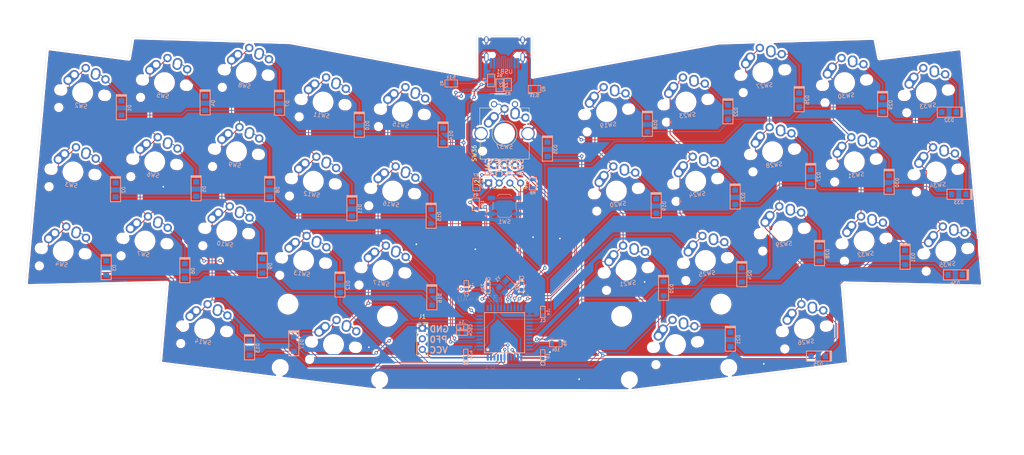
<source format=kicad_pcb>
(kicad_pcb (version 20171130) (host pcbnew "(5.1.2-1)-1")
  (layers (0 F.Cu signal) (31 B.Cu signal) (34 B.Paste user) (35 F.Paste user) (36 B.SilkS user) (37 F.SilkS user hide) (38 B.Mask user hide) (39 F.Mask user) (44 Edge.Cuts user))
  (net 0 "")
  (net 1 GND)
  (net 2 VCC)
  (net 3 "Net-(C3-Pad1)")
  (net 4 UCAP)
  (net 5 "Net-(C6-Pad1)")
  (net 6 "Net-(F1-Pad2)")
  (net 7 "Net-(U1-Pad42)")
  (net 8 col5)
  (net 9 row0)
  (net 10 row1)
  (net 11 col3)
  (net 12 "Net-(R6-Pad2)")
  (net 13 row2)
  (net 14 LED)
  (net 15 col1)
  (net 16 col0)
  (net 17 col7)
  (net 18 "Net-(U1-Pad26)")
  (net 19 col2)
  (net 20 row3)
  (net 21 "Net-(R5-Pad2)")
  (net 22 "Net-(U1-Pad12)")
  (net 23 col6)
  (net 24 col9)
  (net 25 col4)
  (net 26 col8)
  (net 27 /D+)
  (net 28 /D-)
  (net 29 "Net-(U1-Pad1)")
  (net 30 "Net-(USB1-Pad3)")
  (net 31 CC2)
  (net 32 CC1)
  (net 33 "Net-(USB1-Pad9)")
  (net 34 DN-)
  (net 35 DN+)
  (net 36 "Net-(D1-Pad1)")
  (net 37 "Net-(D2-Pad1)")
  (net 38 "Net-(D3-Pad1)")
  (net 39 "Net-(D4-Pad1)")
  (net 40 "Net-(D5-Pad1)")
  (net 41 "Net-(D6-Pad1)")
  (net 42 "Net-(D7-Pad1)")
  (net 43 "Net-(D8-Pad1)")
  (net 44 "Net-(D9-Pad1)")
  (net 45 "Net-(D10-Pad1)")
  (net 46 "Net-(D11-Pad1)")
  (net 47 "Net-(D12-Pad1)")
  (net 48 "Net-(D13-Pad1)")
  (net 49 "Net-(D14-Pad1)")
  (net 50 "Net-(D15-Pad1)")
  (net 51 "Net-(D16-Pad1)")
  (net 52 "Net-(D17-Pad1)")
  (net 53 "Net-(D18-Pad1)")
  (net 54 "Net-(D19-Pad1)")
  (net 55 "Net-(D20-Pad1)")
  (net 56 "Net-(D21-Pad1)")
  (net 57 "Net-(D22-Pad1)")
  (net 58 "Net-(D23-Pad1)")
  (net 59 "Net-(D24-Pad1)")
  (net 60 "Net-(D25-Pad1)")
  (net 61 "Net-(D26-Pad1)")
  (net 62 "Net-(D27-Pad1)")
  (net 63 "Net-(D28-Pad1)")
  (net 64 "Net-(D29-Pad1)")
  (net 65 "Net-(D30-Pad1)")
  (net 66 "Net-(D31-Pad1)")
  (net 67 "Net-(D32-Pad1)")
  (net 68 "Net-(D33-Pad1)")
  (net 69 "Net-(D34-Pad1)")
  (net 70 "Net-(D35-Pad1)")
  (net 71 SDA)
  (net 72 SCK)
  (net 73 EncA)
  (net 74 EncB)
  (net 75 "Net-(U1-Pad30)")
  (net 76 "Net-(U1-Pad37)")
  (net 77 "Net-(U1-Pad29)")
  (module Rotary_Encoder:RotaryEncoder_Alps_EC11E_Vertical_H20mm_CircularMountingHoles (layer F.Cu) (at 138.065 60.19 90)
    (fp_text reference SW36 (at -4.7 -7.2 90) (layer F.SilkS))
    (fp_text value Rotary_Encoder_Switch)
    (pad A thru_hole rect (at -7.5 -2.5 90) (size 2 2) (drill 1) (layers *.Cu *.Mask) (net 73 EncA))
    (pad C thru_hole circle (at -7.5 0 90) (size 2 2) (drill 1) (layers *.Cu *.Mask) (net 1 GND))
    (pad B thru_hole circle (at -7.5 2.5 90) (size 2 2) (drill 1) (layers *.Cu *.Mask) (net 74 EncB))
    (pad MP thru_hole circle (at 0 -5.6 90) (size 3.2 3.2) (drill 2.6) (layers *.Cu *.Mask))
    (pad MP thru_hole circle (at 0 5.6 90) (size 3.2 3.2) (drill 2.6) (layers *.Cu *.Mask))
    (pad "" thru_hole circle (at 7 -2.5 90) (size 1.5 1.5) (drill 1) (layers *.Cu *.Mask) (net 26 col8))
    (pad "" thru_hole circle (at 7 2.5 90) (size 1.5 1.5) (drill 1) (layers *.Cu *.Mask) (net 70 "Net-(D35-Pad1)"))
  )
  (module Keebio-Parts:MX-Alps-Choc-1U-NoLED (layer F.Cu) (at 138.065 60.19)
    (fp_text reference SW37 (at 0 3.175) (layer B.SilkS) (effects (justify mirror)))
    (fp_text value SW_Push)
    (pad "" np_thru_hole circle (at -5.22 4.2 48.1) (size 1.2 1.2) (drill 1.2) (layers *.Cu *.Mask))
    (pad "" np_thru_hole circle (at 5.5 0 48.1) (size 1.7 1.7) (drill 1.7) (layers *.Cu *.Mask))
    (pad "" np_thru_hole circle (at -5.5 0 48.1) (size 1.7 1.7) (drill 1.7) (layers *.Cu *.Mask))
    (pad 2 thru_hole circle (at 0 -5.9) (size 2 2) (drill 1.2) (layers *.Cu *.Mask) (net 26 col8))
    (pad 1 thru_hole circle (at 5 -3.8) (size 2 2) (drill 1.2) (layers *.Cu *.Mask) (net 70 "Net-(D35-Pad1)"))
    (pad "" np_thru_hole circle (at 5.08 0 48.0996) (size 1.75 1.75) (drill 1.75) (layers *.Cu *.Mask))
    (pad "" np_thru_hole circle (at -5.08 0 48.0996) (size 1.75 1.75) (drill 1.75) (layers *.Cu *.Mask))
    (pad 2 thru_hole circle (at -2.5 -4) (size 2.25 2.25) (drill 1.47) (layers *.Cu *.Mask) (net 26 col8))
    (pad "" np_thru_hole circle (at 0 0) (size 3.9878 3.9878) (drill 3.9878) (layers *.Cu *.Mask))
    (pad 2 thru_hole oval (at -3.81 -2.54 48.1) (size 4.211556 2.25) (drill 1.47 (offset 0.980778 0)) (layers *.Cu *.Mask) (net 26 col8))
    (pad 1 thru_hole circle (at 2.54 -5.08) (size 2.25 2.25) (drill 1.47) (layers *.Cu *.Mask) (net 70 "Net-(D35-Pad1)"))
    (pad 1 thru_hole oval (at 2.5 -4.5 86.1) (size 2.831378 2.25) (drill 1.47 (offset 0.290689 0)) (layers *.Cu *.Mask) (net 70 "Net-(D35-Pad1)"))
  )
  (module Keebio-Parts:R_0805 (layer B.Cu) (at 144.84 72.16 90)
    (fp_text reference R8 (at -2.2 0 180) (layer B.SilkS) (effects (font (size 0.7 0.7)) (justify mirror)))
    (fp_text value 4.7k (at 0 -1.55 90) (layer B.SilkS) (effects (font (size 0.7 0.7)) (justify mirror)))
    (pad 1 smd rect (at -0.95 0 90) (size 0.7 1.3) (layers B.Cu B.Paste B.Mask) (net 72 SCK) (clearance 0.1))
    (pad 2 smd rect (at 0.95 0 90) (size 0.7 1.3) (layers B.Cu B.Paste B.Mask) (net 2 VCC) (clearance 0.1))
  )
  (module Keebio-Parts:R_0805 (layer B.Cu) (at 131.36 72.34 270)
    (fp_text reference R7 (at -2.2 0 180) (layer B.SilkS) (effects (font (size 0.7 0.7)) (justify mirror)))
    (fp_text value 4.7k (at 0 -1.55 90) (layer B.SilkS) (effects (font (size 0.7 0.7)) (justify mirror)))
    (pad 1 smd rect (at -0.95 0 270) (size 0.7 1.3) (layers B.Cu B.Paste B.Mask) (net 71 SDA) (clearance 0.1))
    (pad 2 smd rect (at 0.95 0 270) (size 0.7 1.3) (layers B.Cu B.Paste B.Mask) (net 2 VCC) (clearance 0.1))
  )
  (module Keebio-Parts:MX-Alps-Choc-1U-NoLED (layer F.Cu) (at 162.411777 54.988466 7)
    (fp_text reference SW19 (at 0 3.175 7) (layer B.SilkS) (effects (justify mirror)))
    (fp_text value SW_Push)
    (pad "" np_thru_hole circle (at -5.22 4.2 55.1) (size 1.2 1.2) (drill 1.2) (layers *.Cu *.Mask))
    (pad "" np_thru_hole circle (at 5.5 0 55.1) (size 1.7 1.7) (drill 1.7) (layers *.Cu *.Mask))
    (pad "" np_thru_hole circle (at -5.5 0 55.1) (size 1.7 1.7) (drill 1.7) (layers *.Cu *.Mask))
    (pad 2 thru_hole circle (at 0 -5.9 7) (size 2 2) (drill 1.2) (layers *.Cu *.Mask) (net 8 col5))
    (pad 1 thru_hole circle (at 5 -3.8 7) (size 2 2) (drill 1.2) (layers *.Cu *.Mask) (net 53 "Net-(D18-Pad1)"))
    (pad "" np_thru_hole circle (at 5.08 0 55.0996) (size 1.75 1.75) (drill 1.75) (layers *.Cu *.Mask))
    (pad "" np_thru_hole circle (at -5.08 0 55.0996) (size 1.75 1.75) (drill 1.75) (layers *.Cu *.Mask))
    (pad 2 thru_hole circle (at -2.5 -4 7) (size 2.25 2.25) (drill 1.47) (layers *.Cu *.Mask) (net 8 col5))
    (pad "" np_thru_hole circle (at 0 0 7) (size 3.9878 3.9878) (drill 3.9878) (layers *.Cu *.Mask))
    (pad 2 thru_hole oval (at -3.81 -2.54 55.1) (size 4.211556 2.25) (drill 1.47 (offset 0.980778 0)) (layers *.Cu *.Mask) (net 8 col5))
    (pad 1 thru_hole circle (at 2.54 -5.08 7) (size 2.25 2.25) (drill 1.47) (layers *.Cu *.Mask) (net 53 "Net-(D18-Pad1)"))
    (pad 1 thru_hole oval (at 2.5 -4.5 93.1) (size 2.831378 2.25) (drill 1.47 (offset 0.290689 0)) (layers *.Cu *.Mask) (net 53 "Net-(D18-Pad1)"))
  )
  (module Connector_PinSocket_2.54mm:PinSocket_1x03_P2.54mm_Vertical (layer F.Cu) (at 118.47 106.64)
    (fp_text reference J1 (at 0 -2.77) (layer F.SilkS))
    (fp_text value Conn_01x03_Female)
    (pad 3 thru_hole oval (at 0 5.08) (size 1.7 1.7) (drill 1) (layers *.Cu *.Mask) (net 2 VCC))
    (pad 2 thru_hole oval (at 0 2.54) (size 1.7 1.7) (drill 1) (layers *.Cu *.Mask) (net 14 LED))
    (pad 1 thru_hole rect (at 0 0) (size 1.7 1.7) (drill 1) (layers *.Cu *.Mask) (net 1 GND))
  )
  (module Keebio-Parts:MX-Alps-Choc-2U-StabFlip (layer F.Cu) (at 178.830612 110.551673 7)
    (fp_text reference SW22)
    (fp_text value SW_Push)
    (pad "" np_thru_hole circle (at -11.938 6.985 7) (size 3.048 3.048) (drill 3.048) (layers *.Cu *.Mask))
    (pad "" np_thru_hole circle (at -11.938 -8.255 7) (size 3.9878 3.9878) (drill 3.9878) (layers *.Cu *.Mask))
    (pad "" np_thru_hole circle (at 11.938 6.985 7) (size 3.048 3.048) (drill 3.048) (layers *.Cu *.Mask))
    (pad "" np_thru_hole circle (at 11.938 -8.255 7) (size 3.9878 3.9878) (drill 3.9878) (layers *.Cu *.Mask))
    (pad "" np_thru_hole circle (at -5.22 4.2 55.1) (size 1.2 1.2) (drill 1.2) (layers *.Cu *.Mask))
    (pad "" np_thru_hole circle (at 5.5 0 55.1) (size 1.7 1.7) (drill 1.7) (layers *.Cu *.Mask))
    (pad "" np_thru_hole circle (at -5.5 0 55.1) (size 1.7 1.7) (drill 1.7) (layers *.Cu *.Mask))
    (pad 2 thru_hole circle (at 0 -5.9 7) (size 2 2) (drill 1.2) (layers *.Cu *.Mask) (net 8 col5))
    (pad 1 thru_hole circle (at 5 -3.8 7) (size 2 2) (drill 1.2) (layers *.Cu *.Mask) (net 56 "Net-(D21-Pad1)"))
    (pad "" np_thru_hole circle (at 5.08 0 55.0996) (size 1.75 1.75) (drill 1.75) (layers *.Cu *.Mask))
    (pad "" np_thru_hole circle (at -5.08 0 55.0996) (size 1.75 1.75) (drill 1.75) (layers *.Cu *.Mask))
    (pad 2 thru_hole circle (at -2.5 -4 7) (size 2.25 2.25) (drill 1.47) (layers *.Cu *.Mask) (net 8 col5))
    (pad "" np_thru_hole circle (at 0 0 7) (size 3.9878 3.9878) (drill 3.9878) (layers *.Cu *.Mask))
    (pad 2 thru_hole oval (at -3.81 -2.54 55.1) (size 4.211556 2.25) (drill 1.47 (offset 0.980778 0)) (layers *.Cu *.Mask) (net 8 col5))
    (pad 1 thru_hole circle (at 2.54 -5.08 7) (size 2.25 2.25) (drill 1.47) (layers *.Cu *.Mask) (net 56 "Net-(D21-Pad1)"))
    (pad 1 thru_hole oval (at 2.5 -4.5 93.1) (size 2.831378 2.25) (drill 1.47 (offset 0.290689 0)) (layers *.Cu *.Mask) (net 56 "Net-(D21-Pad1)"))
  )
  (module Keebio-Parts:MX-Alps-Choc-2U-StabFlip (layer F.Cu) (at 97.299388 110.551673 353)
    (fp_text reference SW18)
    (fp_text value SW_Push)
    (pad "" np_thru_hole circle (at -11.938 6.985 353) (size 3.048 3.048) (drill 3.048) (layers *.Cu *.Mask))
    (pad "" np_thru_hole circle (at -11.938 -8.255 353) (size 3.9878 3.9878) (drill 3.9878) (layers *.Cu *.Mask))
    (pad "" np_thru_hole circle (at 11.938 6.985 353) (size 3.048 3.048) (drill 3.048) (layers *.Cu *.Mask))
    (pad "" np_thru_hole circle (at 11.938 -8.255 353) (size 3.9878 3.9878) (drill 3.9878) (layers *.Cu *.Mask))
    (pad "" np_thru_hole circle (at -5.22 4.2 41.1) (size 1.2 1.2) (drill 1.2) (layers *.Cu *.Mask))
    (pad "" np_thru_hole circle (at 5.5 0 41.1) (size 1.7 1.7) (drill 1.7) (layers *.Cu *.Mask))
    (pad "" np_thru_hole circle (at -5.5 0 41.1) (size 1.7 1.7) (drill 1.7) (layers *.Cu *.Mask))
    (pad 1 thru_hole circle (at 0 -5.9 353) (size 2 2) (drill 1.2) (layers *.Cu *.Mask) (net 52 "Net-(D17-Pad1)"))
    (pad 2 thru_hole circle (at 5 -3.8 353) (size 2 2) (drill 1.2) (layers *.Cu *.Mask) (net 25 col4))
    (pad "" np_thru_hole circle (at 5.08 0 41.0996) (size 1.75 1.75) (drill 1.75) (layers *.Cu *.Mask))
    (pad "" np_thru_hole circle (at -5.08 0 41.0996) (size 1.75 1.75) (drill 1.75) (layers *.Cu *.Mask))
    (pad 1 thru_hole circle (at -2.5 -4 353) (size 2.25 2.25) (drill 1.47) (layers *.Cu *.Mask) (net 52 "Net-(D17-Pad1)"))
    (pad "" np_thru_hole circle (at 0 0 353) (size 3.9878 3.9878) (drill 3.9878) (layers *.Cu *.Mask))
    (pad 1 thru_hole oval (at -3.81 -2.54 41.1) (size 4.211556 2.25) (drill 1.47 (offset 0.980778 0)) (layers *.Cu *.Mask) (net 52 "Net-(D17-Pad1)"))
    (pad 2 thru_hole circle (at 2.54 -5.08 353) (size 2.25 2.25) (drill 1.47) (layers *.Cu *.Mask) (net 25 col4))
    (pad 2 thru_hole oval (at 2.5 -4.5 79.1) (size 2.831378 2.25) (drill 1.47 (offset 0.290689 0)) (layers *.Cu *.Mask) (net 25 col4))
  )
  (module Connector_PinSocket_2.54mm:PinSocket_1x04_P2.54mm_Vertical (layer F.Cu) (at 134.265 72 90)
    (fp_text reference J2 (at 0 -2.77 90) (layer F.SilkS))
    (fp_text value Conn_01x04_Female)
    (pad 4 thru_hole oval (at 0 7.62 90) (size 1.7 1.7) (drill 1) (layers *.Cu *.Mask) (net 71 SDA))
    (pad 3 thru_hole oval (at 0 5.08 90) (size 1.7 1.7) (drill 1) (layers *.Cu *.Mask) (net 72 SCK))
    (pad 2 thru_hole oval (at 0 2.54 90) (size 1.7 1.7) (drill 1) (layers *.Cu *.Mask) (net 2 VCC))
    (pad 1 thru_hole rect (at 0 0 90) (size 1.7 1.7) (drill 1) (layers *.Cu *.Mask) (net 1 GND))
  )
  (module Keebio-Parts:D_SOD123 (layer B.Cu) (at 148.29 63.96 270)
    (fp_text reference D35 (at 0 -1.925 90) (layer B.SilkS) (effects (font (size 0.8 0.8)) (justify mirror)))
    (fp_text value 1N4148 hide)
    (pad 1 smd rect (at -1.7 0 270) (size 1.2 1.4) (layers B.Cu B.Paste B.Mask) (net 70 "Net-(D35-Pad1)"))
    (pad 2 smd rect (at 1.7 0 270) (size 1.2 1.4) (layers B.Cu B.Paste B.Mask) (net 20 row3))
  )
  (module Keebio-Parts:D_SOD123 (layer B.Cu) (at 245.51 93.92 180)
    (fp_text reference D34 (at 0 -1.925) (layer B.SilkS) (effects (font (size 0.8 0.8)) (justify mirror)))
    (fp_text value 1N4148 hide)
    (pad 1 smd rect (at -1.7 0 180) (size 1.2 1.4) (layers B.Cu B.Paste B.Mask) (net 69 "Net-(D34-Pad1)"))
    (pad 2 smd rect (at 1.7 0 180) (size 1.2 1.4) (layers B.Cu B.Paste B.Mask) (net 13 row2))
  )
  (module Keebio-Parts:D_SOD123 (layer B.Cu) (at 246.36 74.69 180)
    (fp_text reference D33 (at 0 -1.925) (layer B.SilkS) (effects (font (size 0.8 0.8)) (justify mirror)))
    (fp_text value 1N4148 hide)
    (pad 1 smd rect (at -1.7 0 180) (size 1.2 1.4) (layers B.Cu B.Paste B.Mask) (net 68 "Net-(D33-Pad1)"))
    (pad 2 smd rect (at 1.7 0 180) (size 1.2 1.4) (layers B.Cu B.Paste B.Mask) (net 10 row1))
  )
  (module Keebio-Parts:D_SOD123 (layer B.Cu) (at 244.05 55.09 180)
    (fp_text reference D32 (at 0 -1.925) (layer B.SilkS) (effects (font (size 0.8 0.8)) (justify mirror)))
    (fp_text value 1N4148 hide)
    (pad 1 smd rect (at -1.7 0 180) (size 1.2 1.4) (layers B.Cu B.Paste B.Mask) (net 67 "Net-(D32-Pad1)"))
    (pad 2 smd rect (at 1.7 0 180) (size 1.2 1.4) (layers B.Cu B.Paste B.Mask) (net 9 row0))
  )
  (module Keebio-Parts:D_SOD123 (layer B.Cu) (at 233.56 89.76 270)
    (fp_text reference D31 (at 0 -1.925 90) (layer B.SilkS) (effects (font (size 0.8 0.8)) (justify mirror)))
    (fp_text value 1N4148 hide)
    (pad 1 smd rect (at -1.7 0 270) (size 1.2 1.4) (layers B.Cu B.Paste B.Mask) (net 66 "Net-(D31-Pad1)"))
    (pad 2 smd rect (at 1.7 0 270) (size 1.2 1.4) (layers B.Cu B.Paste B.Mask) (net 13 row2))
  )
  (module Keebio-Parts:D_SOD123 (layer B.Cu) (at 229.76 71.9 270)
    (fp_text reference D30 (at 0 -1.925 90) (layer B.SilkS) (effects (font (size 0.8 0.8)) (justify mirror)))
    (fp_text value 1N4148 hide)
    (pad 1 smd rect (at -1.7 0 270) (size 1.2 1.4) (layers B.Cu B.Paste B.Mask) (net 65 "Net-(D30-Pad1)"))
    (pad 2 smd rect (at 1.7 0 270) (size 1.2 1.4) (layers B.Cu B.Paste B.Mask) (net 10 row1))
  )
  (module Keebio-Parts:D_SOD123 (layer B.Cu) (at 228.21 53.32 270)
    (fp_text reference D29 (at 0 -1.925 90) (layer B.SilkS) (effects (font (size 0.8 0.8)) (justify mirror)))
    (fp_text value 1N4148 hide)
    (pad 1 smd rect (at -1.7 0 270) (size 1.2 1.4) (layers B.Cu B.Paste B.Mask) (net 64 "Net-(D29-Pad1)"))
    (pad 2 smd rect (at 1.7 0 270) (size 1.2 1.4) (layers B.Cu B.Paste B.Mask) (net 9 row0))
  )
  (module Keebio-Parts:D_SOD123 (layer B.Cu) (at 213.16 88.89 270)
    (fp_text reference D28 (at 0 -1.925 90) (layer B.SilkS) (effects (font (size 0.8 0.8)) (justify mirror)))
    (fp_text value 1N4148 hide)
    (pad 1 smd rect (at -1.7 0 270) (size 1.2 1.4) (layers B.Cu B.Paste B.Mask) (net 63 "Net-(D28-Pad1)"))
    (pad 2 smd rect (at 1.7 0 270) (size 1.2 1.4) (layers B.Cu B.Paste B.Mask) (net 13 row2))
  )
  (module Keebio-Parts:D_SOD123 (layer B.Cu) (at 211.06 70.52 270)
    (fp_text reference D27 (at 0 -1.925 90) (layer B.SilkS) (effects (font (size 0.8 0.8)) (justify mirror)))
    (fp_text value 1N4148 hide)
    (pad 1 smd rect (at -1.7 0 270) (size 1.2 1.4) (layers B.Cu B.Paste B.Mask) (net 62 "Net-(D27-Pad1)"))
    (pad 2 smd rect (at 1.7 0 270) (size 1.2 1.4) (layers B.Cu B.Paste B.Mask) (net 10 row1))
  )
  (module Keebio-Parts:D_SOD123 (layer B.Cu) (at 208.32 52.18 270)
    (fp_text reference D26 (at 0 -1.925 90) (layer B.SilkS) (effects (font (size 0.8 0.8)) (justify mirror)))
    (fp_text value 1N4148 hide)
    (pad 1 smd rect (at -1.7 0 270) (size 1.2 1.4) (layers B.Cu B.Paste B.Mask) (net 61 "Net-(D26-Pad1)"))
    (pad 2 smd rect (at 1.7 0 270) (size 1.2 1.4) (layers B.Cu B.Paste B.Mask) (net 9 row0))
  )
  (module Keebio-Parts:D_SOD123 (layer B.Cu) (at 212.85 113.3 180)
    (fp_text reference D25 (at 0 -1.925) (layer B.SilkS) (effects (font (size 0.8 0.8)) (justify mirror)))
    (fp_text value 1N4148 hide)
    (pad 1 smd rect (at -1.7 0 180) (size 1.2 1.4) (layers B.Cu B.Paste B.Mask) (net 60 "Net-(D25-Pad1)"))
    (pad 2 smd rect (at 1.7 0 180) (size 1.2 1.4) (layers B.Cu B.Paste B.Mask) (net 20 row3))
  )
  (module Keebio-Parts:D_SOD123 (layer B.Cu) (at 194.62 93.93 270)
    (fp_text reference D24 (at 0 -1.925 90) (layer B.SilkS) (effects (font (size 0.8 0.8)) (justify mirror)))
    (fp_text value 1N4148 hide)
    (pad 1 smd rect (at -1.7 0 270) (size 1.2 1.4) (layers B.Cu B.Paste B.Mask) (net 59 "Net-(D24-Pad1)"))
    (pad 2 smd rect (at 1.7 0 270) (size 1.2 1.4) (layers B.Cu B.Paste B.Mask) (net 13 row2))
  )
  (module Keebio-Parts:D_SOD123 (layer B.Cu) (at 193.06 75.41 270)
    (fp_text reference D23 (at 0 -1.925 90) (layer B.SilkS) (effects (font (size 0.8 0.8)) (justify mirror)))
    (fp_text value 1N4148 hide)
    (pad 1 smd rect (at -1.7 0 270) (size 1.2 1.4) (layers B.Cu B.Paste B.Mask) (net 58 "Net-(D23-Pad1)"))
    (pad 2 smd rect (at 1.7 0 270) (size 1.2 1.4) (layers B.Cu B.Paste B.Mask) (net 10 row1))
  )
  (module Keebio-Parts:D_SOD123 (layer B.Cu) (at 191.32 55.07 270)
    (fp_text reference D22 (at 0 -1.925 90) (layer B.SilkS) (effects (font (size 0.8 0.8)) (justify mirror)))
    (fp_text value 1N4148 hide)
    (pad 1 smd rect (at -1.7 0 270) (size 1.2 1.4) (layers B.Cu B.Paste B.Mask) (net 57 "Net-(D22-Pad1)"))
    (pad 2 smd rect (at 1.7 0 270) (size 1.2 1.4) (layers B.Cu B.Paste B.Mask) (net 9 row0))
  )
  (module Keebio-Parts:D_SOD123 (layer B.Cu) (at 191.9 109.35 270)
    (fp_text reference D21 (at 0 -1.925 90) (layer B.SilkS) (effects (font (size 0.8 0.8)) (justify mirror)))
    (fp_text value 1N4148 hide)
    (pad 1 smd rect (at -1.7 0 270) (size 1.2 1.4) (layers B.Cu B.Paste B.Mask) (net 56 "Net-(D21-Pad1)"))
    (pad 2 smd rect (at 1.7 0 270) (size 1.2 1.4) (layers B.Cu B.Paste B.Mask) (net 20 row3))
  )
  (module Keebio-Parts:D_SOD123 (layer B.Cu) (at 175.98 97.22 270)
    (fp_text reference D20 (at 0 -1.925 90) (layer B.SilkS) (effects (font (size 0.8 0.8)) (justify mirror)))
    (fp_text value 1N4148 hide)
    (pad 1 smd rect (at -1.7 0 270) (size 1.2 1.4) (layers B.Cu B.Paste B.Mask) (net 55 "Net-(D20-Pad1)"))
    (pad 2 smd rect (at 1.7 0 270) (size 1.2 1.4) (layers B.Cu B.Paste B.Mask) (net 13 row2))
  )
  (module Keebio-Parts:D_SOD123 (layer B.Cu) (at 174.22 77.48 270)
    (fp_text reference D19 (at 0 -1.925 90) (layer B.SilkS) (effects (font (size 0.8 0.8)) (justify mirror)))
    (fp_text value 1N4148 hide)
    (pad 1 smd rect (at -1.7 0 270) (size 1.2 1.4) (layers B.Cu B.Paste B.Mask) (net 54 "Net-(D19-Pad1)"))
    (pad 2 smd rect (at 1.7 0 270) (size 1.2 1.4) (layers B.Cu B.Paste B.Mask) (net 10 row1))
  )
  (module Keebio-Parts:D_SOD123 (layer B.Cu) (at 172.12 58.05 270)
    (fp_text reference D18 (at 0 -1.925 90) (layer B.SilkS) (effects (font (size 0.8 0.8)) (justify mirror)))
    (fp_text value 1N4148 hide)
    (pad 1 smd rect (at -1.7 0 270) (size 1.2 1.4) (layers B.Cu B.Paste B.Mask) (net 53 "Net-(D18-Pad1)"))
    (pad 2 smd rect (at 1.7 0 270) (size 1.2 1.4) (layers B.Cu B.Paste B.Mask) (net 9 row0))
  )
  (module Keebio-Parts:D_SOD123 (layer B.Cu) (at 87.82 110.44 270)
    (fp_text reference D17 (at 0 -1.925 90) (layer B.SilkS) (effects (font (size 0.8 0.8)) (justify mirror)))
    (fp_text value 1N4148 hide)
    (pad 1 smd rect (at -1.7 0 270) (size 1.2 1.4) (layers B.Cu B.Paste B.Mask) (net 52 "Net-(D17-Pad1)"))
    (pad 2 smd rect (at 1.7 0 270) (size 1.2 1.4) (layers B.Cu B.Paste B.Mask) (net 20 row3))
  )
  (module Keebio-Parts:D_SOD123 (layer B.Cu) (at 120.73 99.45 270)
    (fp_text reference D16 (at 0 -1.925 90) (layer B.SilkS) (effects (font (size 0.8 0.8)) (justify mirror)))
    (fp_text value 1N4148 hide)
    (pad 1 smd rect (at -1.7 0 270) (size 1.2 1.4) (layers B.Cu B.Paste B.Mask) (net 51 "Net-(D16-Pad1)"))
    (pad 2 smd rect (at 1.7 0 270) (size 1.2 1.4) (layers B.Cu B.Paste B.Mask) (net 13 row2))
  )
  (module Keebio-Parts:D_SOD123 (layer B.Cu) (at 120.58 79.98 270)
    (fp_text reference D15 (at 0 -1.925 90) (layer B.SilkS) (effects (font (size 0.8 0.8)) (justify mirror)))
    (fp_text value 1N4148 hide)
    (pad 1 smd rect (at -1.7 0 270) (size 1.2 1.4) (layers B.Cu B.Paste B.Mask) (net 50 "Net-(D15-Pad1)"))
    (pad 2 smd rect (at 1.7 0 270) (size 1.2 1.4) (layers B.Cu B.Paste B.Mask) (net 10 row1))
  )
  (module Keebio-Parts:D_SOD123 (layer B.Cu) (at 123.43 60.62 270)
    (fp_text reference D14 (at 0 -1.925 90) (layer B.SilkS) (effects (font (size 0.8 0.8)) (justify mirror)))
    (fp_text value 1N4148 hide)
    (pad 1 smd rect (at -1.7 0 270) (size 1.2 1.4) (layers B.Cu B.Paste B.Mask) (net 49 "Net-(D14-Pad1)"))
    (pad 2 smd rect (at 1.7 0 270) (size 1.2 1.4) (layers B.Cu B.Paste B.Mask) (net 9 row0))
  )
  (module Keebio-Parts:D_SOD123 (layer B.Cu) (at 77.29 111.39 270)
    (fp_text reference D13 (at 0 -1.925 90) (layer B.SilkS) (effects (font (size 0.8 0.8)) (justify mirror)))
    (fp_text value 1N4148 hide)
    (pad 1 smd rect (at -1.7 0 270) (size 1.2 1.4) (layers B.Cu B.Paste B.Mask) (net 48 "Net-(D13-Pad1)"))
    (pad 2 smd rect (at 1.7 0 270) (size 1.2 1.4) (layers B.Cu B.Paste B.Mask) (net 20 row3))
  )
  (module Keebio-Parts:D_SOD123 (layer B.Cu) (at 98.83 96.41 270)
    (fp_text reference D12 (at 0 -1.925 90) (layer B.SilkS) (effects (font (size 0.8 0.8)) (justify mirror)))
    (fp_text value 1N4148 hide)
    (pad 1 smd rect (at -1.7 0 270) (size 1.2 1.4) (layers B.Cu B.Paste B.Mask) (net 47 "Net-(D12-Pad1)"))
    (pad 2 smd rect (at 1.7 0 270) (size 1.2 1.4) (layers B.Cu B.Paste B.Mask) (net 13 row2))
  )
  (module Keebio-Parts:D_SOD123 (layer B.Cu) (at 101.69 78.17 270)
    (fp_text reference D11 (at 0 -1.925 90) (layer B.SilkS) (effects (font (size 0.8 0.8)) (justify mirror)))
    (fp_text value 1N4148 hide)
    (pad 1 smd rect (at -1.7 0 270) (size 1.2 1.4) (layers B.Cu B.Paste B.Mask) (net 46 "Net-(D11-Pad1)"))
    (pad 2 smd rect (at 1.7 0 270) (size 1.2 1.4) (layers B.Cu B.Paste B.Mask) (net 10 row1))
  )
  (module Keebio-Parts:D_SOD123 (layer B.Cu) (at 103.44 58.26 270)
    (fp_text reference D10 (at 0 -1.925 90) (layer B.SilkS) (effects (font (size 0.8 0.8)) (justify mirror)))
    (fp_text value 1N4148 hide)
    (pad 1 smd rect (at -1.7 0 270) (size 1.2 1.4) (layers B.Cu B.Paste B.Mask) (net 45 "Net-(D10-Pad1)"))
    (pad 2 smd rect (at 1.7 0 270) (size 1.2 1.4) (layers B.Cu B.Paste B.Mask) (net 9 row0))
  )
  (module Keebio-Parts:D_SOD123 (layer B.Cu) (at 80.31 91.79 270)
    (fp_text reference D9 (at 0 -1.925 90) (layer B.SilkS) (effects (font (size 0.8 0.8)) (justify mirror)))
    (fp_text value 1N4148 hide)
    (pad 1 smd rect (at -1.7 0 270) (size 1.2 1.4) (layers B.Cu B.Paste B.Mask) (net 44 "Net-(D9-Pad1)"))
    (pad 2 smd rect (at 1.7 0 270) (size 1.2 1.4) (layers B.Cu B.Paste B.Mask) (net 13 row2))
  )
  (module Keebio-Parts:D_SOD123 (layer B.Cu) (at 82.08 73.62 270)
    (fp_text reference D8 (at 0 -1.925 90) (layer B.SilkS) (effects (font (size 0.8 0.8)) (justify mirror)))
    (fp_text value 1N4148 hide)
    (pad 1 smd rect (at -1.7 0 270) (size 1.2 1.4) (layers B.Cu B.Paste B.Mask) (net 43 "Net-(D8-Pad1)"))
    (pad 2 smd rect (at 1.7 0 270) (size 1.2 1.4) (layers B.Cu B.Paste B.Mask) (net 10 row1))
  )
  (module Keebio-Parts:D_SOD123 (layer B.Cu) (at 84.42 53.03 270)
    (fp_text reference D7 (at 0 -1.925 90) (layer B.SilkS) (effects (font (size 0.8 0.8)) (justify mirror)))
    (fp_text value 1N4148 hide)
    (pad 1 smd rect (at -1.7 0 270) (size 1.2 1.4) (layers B.Cu B.Paste B.Mask) (net 42 "Net-(D7-Pad1)"))
    (pad 2 smd rect (at 1.7 0 270) (size 1.2 1.4) (layers B.Cu B.Paste B.Mask) (net 9 row0))
  )
  (module Keebio-Parts:D_SOD123 (layer B.Cu) (at 61.86 92.98 270)
    (fp_text reference D6 (at 0 -1.925 90) (layer B.SilkS) (effects (font (size 0.8 0.8)) (justify mirror)))
    (fp_text value 1N4148 hide)
    (pad 1 smd rect (at -1.7 0 270) (size 1.2 1.4) (layers B.Cu B.Paste B.Mask) (net 41 "Net-(D6-Pad1)"))
    (pad 2 smd rect (at 1.7 0 270) (size 1.2 1.4) (layers B.Cu B.Paste B.Mask) (net 13 row2))
  )
  (module Keebio-Parts:D_SOD123 (layer B.Cu) (at 64.55 73.45 270)
    (fp_text reference D5 (at 0 -1.925 90) (layer B.SilkS) (effects (font (size 0.8 0.8)) (justify mirror)))
    (fp_text value 1N4148 hide)
    (pad 1 smd rect (at -1.7 0 270) (size 1.2 1.4) (layers B.Cu B.Paste B.Mask) (net 40 "Net-(D5-Pad1)"))
    (pad 2 smd rect (at 1.7 0 270) (size 1.2 1.4) (layers B.Cu B.Paste B.Mask) (net 10 row1))
  )
  (module Keebio-Parts:D_SOD123 (layer B.Cu) (at 66.69 52.94 270)
    (fp_text reference D4 (at 0 -1.925 90) (layer B.SilkS) (effects (font (size 0.8 0.8)) (justify mirror)))
    (fp_text value 1N4148 hide)
    (pad 1 smd rect (at -1.7 0 270) (size 1.2 1.4) (layers B.Cu B.Paste B.Mask) (net 39 "Net-(D4-Pad1)"))
    (pad 2 smd rect (at 1.7 0 270) (size 1.2 1.4) (layers B.Cu B.Paste B.Mask) (net 9 row0))
  )
  (module Keebio-Parts:D_SOD123 (layer B.Cu) (at 43.11 92.25 270)
    (fp_text reference D3 (at 0 -1.925 90) (layer B.SilkS) (effects (font (size 0.8 0.8)) (justify mirror)))
    (fp_text value 1N4148 hide)
    (pad 1 smd rect (at -1.7 0 270) (size 1.2 1.4) (layers B.Cu B.Paste B.Mask) (net 38 "Net-(D3-Pad1)"))
    (pad 2 smd rect (at 1.7 0 270) (size 1.2 1.4) (layers B.Cu B.Paste B.Mask) (net 13 row2))
  )
  (module Keebio-Parts:D_SOD123 (layer B.Cu) (at 45.33 73.65 270)
    (fp_text reference D2 (at 0 -1.925 90) (layer B.SilkS) (effects (font (size 0.8 0.8)) (justify mirror)))
    (fp_text value 1N4148 hide)
    (pad 1 smd rect (at -1.7 0 270) (size 1.2 1.4) (layers B.Cu B.Paste B.Mask) (net 37 "Net-(D2-Pad1)"))
    (pad 2 smd rect (at 1.7 0 270) (size 1.2 1.4) (layers B.Cu B.Paste B.Mask) (net 10 row1))
  )
  (module Keebio-Parts:D_SOD123 (layer B.Cu) (at 46.73 54.09 270)
    (fp_text reference D1 (at 0 -1.925 90) (layer B.SilkS) (effects (font (size 0.8 0.8)) (justify mirror)))
    (fp_text value 1N4148 hide)
    (pad 1 smd rect (at -1.7 0 270) (size 1.2 1.4) (layers B.Cu B.Paste B.Mask) (net 36 "Net-(D1-Pad1)"))
    (pad 2 smd rect (at 1.7 0 270) (size 1.2 1.4) (layers B.Cu B.Paste B.Mask) (net 9 row0))
  )
  (module Keebio-Parts:Crystal_SMD_3225-4pin_3.2x2.5mm (layer B.Cu) (at 138.205 96.65 225)
    (fp_text reference Y1 (at 0 2.45 45) (layer B.SilkS) (effects (font (size 0.8 0.8)) (justify mirror)))
    (fp_text value Crystal_GND2)
    (pad 1 smd rect (at -1.1 -0.85 225) (size 1.4 1.2) (layers B.Cu B.Paste B.Mask) (net 3 "Net-(C3-Pad1)"))
    (pad 2 smd rect (at 1.1 -0.85 225) (size 1.4 1.2) (layers B.Cu B.Paste B.Mask) (net 1 GND))
    (pad 3 smd rect (at 1.1 0.85 225) (size 1.4 1.2) (layers B.Cu B.Paste B.Mask) (net 5 "Net-(C6-Pad1)"))
    (pad 4 smd rect (at -1.1 0.85 225) (size 1.4 1.2) (layers B.Cu B.Paste B.Mask))
  )
  (module Keebio-Parts:ATMEGA32U4-AU (layer B.Cu) (at 138.065 107.72)
    (fp_text reference U1 (at -3.474 8.014) (layer B.SilkS) (effects (font (size 1.4 1.4) (thickness 0.05)) (justify mirror)))
    (fp_text value ATmega32U4-AU (at -2.55 -8.1261) (layer B.SilkS) (effects (font (size 1.4 1.4) (thickness 0.05)) (justify mirror)))
    (pad 44 smd rect (at -4 5.9) (size 0.5 1.5) (layers B.Cu B.Paste B.Mask) (net 2 VCC))
    (pad 43 smd rect (at -3.2 5.9) (size 0.5 1.5) (layers B.Cu B.Paste B.Mask) (net 1 GND))
    (pad 42 smd rect (at -2.4 5.9) (size 0.5 1.5) (layers B.Cu B.Paste B.Mask) (net 7 "Net-(U1-Pad42)"))
    (pad 41 smd rect (at -1.6 5.9) (size 0.5 1.5) (layers B.Cu B.Paste B.Mask) (net 14 LED))
    (pad 40 smd rect (at -0.8 5.9) (size 0.5 1.5) (layers B.Cu B.Paste B.Mask) (net 13 row2))
    (pad 39 smd rect (at 0 5.9) (size 0.5 1.5) (layers B.Cu B.Paste B.Mask) (net 16 col0))
    (pad 38 smd rect (at 0.8 5.9) (size 0.5 1.5) (layers B.Cu B.Paste B.Mask) (net 15 col1))
    (pad 37 smd rect (at 1.6 5.9) (size 0.5 1.5) (layers B.Cu B.Paste B.Mask) (net 76 "Net-(U1-Pad37)"))
    (pad 36 smd rect (at 2.4 5.9) (size 0.5 1.5) (layers B.Cu B.Paste B.Mask) (net 24 col9))
    (pad 35 smd rect (at 3.2 5.9) (size 0.5 1.5) (layers B.Cu B.Paste B.Mask) (net 1 GND))
    (pad 34 smd rect (at 4 5.9) (size 0.5 1.5) (layers B.Cu B.Paste B.Mask) (net 2 VCC))
    (pad 33 smd rect (at 5.9 4) (size 1.5 0.5) (layers B.Cu B.Paste B.Mask) (net 12 "Net-(R6-Pad2)"))
    (pad 32 smd rect (at 5.9 3.2) (size 1.5 0.5) (layers B.Cu B.Paste B.Mask) (net 17 col7))
    (pad 31 smd rect (at 5.9 2.4) (size 1.5 0.5) (layers B.Cu B.Paste B.Mask) (net 20 row3))
    (pad 30 smd rect (at 5.9 1.6) (size 1.5 0.5) (layers B.Cu B.Paste B.Mask) (net 75 "Net-(U1-Pad30)"))
    (pad 29 smd rect (at 5.9 0.8) (size 1.5 0.5) (layers B.Cu B.Paste B.Mask) (net 77 "Net-(U1-Pad29)"))
    (pad 28 smd rect (at 5.9 0) (size 1.5 0.5) (layers B.Cu B.Paste B.Mask) (net 8 col5))
    (pad 27 smd rect (at 5.9 -0.8) (size 1.5 0.5) (layers B.Cu B.Paste B.Mask) (net 23 col6))
    (pad 26 smd rect (at 5.9 -1.6) (size 1.5 0.5) (layers B.Cu B.Paste B.Mask) (net 18 "Net-(U1-Pad26)"))
    (pad 25 smd rect (at 5.9 -2.4) (size 1.5 0.5) (layers B.Cu B.Paste B.Mask) (net 10 row1))
    (pad 24 smd rect (at 5.9 -3.2) (size 1.5 0.5) (layers B.Cu B.Paste B.Mask) (net 2 VCC))
    (pad 23 smd rect (at 5.9 -4) (size 1.5 0.5) (layers B.Cu B.Paste B.Mask) (net 1 GND))
    (pad 22 smd rect (at 4 -5.9) (size 0.5 1.5) (layers B.Cu B.Paste B.Mask) (net 73 EncA))
    (pad 21 smd rect (at 3.2 -5.9) (size 0.5 1.5) (layers B.Cu B.Paste B.Mask) (net 74 EncB))
    (pad 20 smd rect (at 2.4 -5.9) (size 0.5 1.5) (layers B.Cu B.Paste B.Mask) (net 26 col8))
    (pad 19 smd rect (at 1.6 -5.9) (size 0.5 1.5) (layers B.Cu B.Paste B.Mask) (net 71 SDA))
    (pad 18 smd rect (at 0.8 -5.9) (size 0.5 1.5) (layers B.Cu B.Paste B.Mask) (net 72 SCK))
    (pad 17 smd rect (at 0 -5.9) (size 0.5 1.5) (layers B.Cu B.Paste B.Mask) (net 3 "Net-(C3-Pad1)"))
    (pad 16 smd rect (at -0.8 -5.9) (size 0.5 1.5) (layers B.Cu B.Paste B.Mask) (net 5 "Net-(C6-Pad1)"))
    (pad 15 smd rect (at -1.6 -5.9) (size 0.5 1.5) (layers B.Cu B.Paste B.Mask) (net 1 GND))
    (pad 14 smd rect (at -2.4 -5.9) (size 0.5 1.5) (layers B.Cu B.Paste B.Mask) (net 2 VCC))
    (pad 13 smd rect (at -3.2 -5.9) (size 0.5 1.5) (layers B.Cu B.Paste B.Mask) (net 21 "Net-(R5-Pad2)"))
    (pad 12 smd rect (at -4 -5.9) (size 0.5 1.5) (layers B.Cu B.Paste B.Mask) (net 22 "Net-(U1-Pad12)"))
    (pad 11 smd rect (at -5.9 -4) (size 1.5 0.5) (layers B.Cu B.Paste B.Mask) (net 9 row0))
    (pad 10 smd rect (at -5.9 -3.2) (size 1.5 0.5) (layers B.Cu B.Paste B.Mask) (net 11 col3))
    (pad 9 smd rect (at -5.9 -2.4) (size 1.5 0.5) (layers B.Cu B.Paste B.Mask) (net 25 col4))
    (pad 8 smd rect (at -5.9 -1.6) (size 1.5 0.5) (layers B.Cu B.Paste B.Mask) (net 19 col2))
    (pad 7 smd rect (at -5.9 -0.8) (size 1.5 0.5) (layers B.Cu B.Paste B.Mask) (net 2 VCC))
    (pad 6 smd rect (at -5.9 0) (size 1.5 0.5) (layers B.Cu B.Paste B.Mask) (net 4 UCAP))
    (pad 5 smd rect (at -5.9 0.8) (size 1.5 0.5) (layers B.Cu B.Paste B.Mask) (net 1 GND))
    (pad 4 smd rect (at -5.9 1.6) (size 1.5 0.5) (layers B.Cu B.Paste B.Mask) (net 27 /D+))
    (pad 3 smd rect (at -5.9 2.4) (size 1.5 0.5) (layers B.Cu B.Paste B.Mask) (net 28 /D-))
    (pad 2 smd rect (at -5.9 3.2) (size 1.5 0.5) (layers B.Cu B.Paste B.Mask) (net 2 VCC))
    (pad 1 smd rect (at -5.9 4) (size 1.5 0.5) (layers B.Cu B.Paste B.Mask) (net 29 "Net-(U1-Pad1)"))
  )
  (module Keebio-Parts:MX-Alps-Choc-1U-NoLED (layer F.Cu) (at 243.267418 88.245032 7)
    (fp_text reference SW35 (at 0 3.175 7) (layer B.SilkS) (effects (justify mirror)))
    (fp_text value SW_Push)
    (pad "" np_thru_hole circle (at -5.22 4.2 55.1) (size 1.2 1.2) (drill 1.2) (layers *.Cu *.Mask))
    (pad "" np_thru_hole circle (at 5.5 0 55.1) (size 1.7 1.7) (drill 1.7) (layers *.Cu *.Mask))
    (pad "" np_thru_hole circle (at -5.5 0 55.1) (size 1.7 1.7) (drill 1.7) (layers *.Cu *.Mask))
    (pad 2 thru_hole circle (at 0 -5.9 7) (size 2 2) (drill 1.2) (layers *.Cu *.Mask) (net 24 col9))
    (pad 1 thru_hole circle (at 5 -3.8 7) (size 2 2) (drill 1.2) (layers *.Cu *.Mask) (net 69 "Net-(D34-Pad1)"))
    (pad "" np_thru_hole circle (at 5.08 0 55.0996) (size 1.75 1.75) (drill 1.75) (layers *.Cu *.Mask))
    (pad "" np_thru_hole circle (at -5.08 0 55.0996) (size 1.75 1.75) (drill 1.75) (layers *.Cu *.Mask))
    (pad 2 thru_hole circle (at -2.5 -4 7) (size 2.25 2.25) (drill 1.47) (layers *.Cu *.Mask) (net 24 col9))
    (pad "" np_thru_hole circle (at 0 0 7) (size 3.9878 3.9878) (drill 3.9878) (layers *.Cu *.Mask))
    (pad 2 thru_hole oval (at -3.81 -2.54 55.1) (size 4.211556 2.25) (drill 1.47 (offset 0.980778 0)) (layers *.Cu *.Mask) (net 24 col9))
    (pad 1 thru_hole circle (at 2.54 -5.08 7) (size 2.25 2.25) (drill 1.47) (layers *.Cu *.Mask) (net 69 "Net-(D34-Pad1)"))
    (pad 1 thru_hole oval (at 2.5 -4.5 93.1) (size 2.831378 2.25) (drill 1.47 (offset 0.290689 0)) (layers *.Cu *.Mask) (net 69 "Net-(D34-Pad1)"))
  )
  (module Keebio-Parts:MX-Alps-Choc-1U-NoLED (layer F.Cu) (at 240.945807 69.337027 7)
    (fp_text reference SW34 (at 0 3.175 7) (layer B.SilkS) (effects (justify mirror)))
    (fp_text value SW_Push)
    (pad "" np_thru_hole circle (at -5.22 4.2 55.1) (size 1.2 1.2) (drill 1.2) (layers *.Cu *.Mask))
    (pad "" np_thru_hole circle (at 5.5 0 55.1) (size 1.7 1.7) (drill 1.7) (layers *.Cu *.Mask))
    (pad "" np_thru_hole circle (at -5.5 0 55.1) (size 1.7 1.7) (drill 1.7) (layers *.Cu *.Mask))
    (pad 2 thru_hole circle (at 0 -5.9 7) (size 2 2) (drill 1.2) (layers *.Cu *.Mask) (net 24 col9))
    (pad 1 thru_hole circle (at 5 -3.8 7) (size 2 2) (drill 1.2) (layers *.Cu *.Mask) (net 68 "Net-(D33-Pad1)"))
    (pad "" np_thru_hole circle (at 5.08 0 55.0996) (size 1.75 1.75) (drill 1.75) (layers *.Cu *.Mask))
    (pad "" np_thru_hole circle (at -5.08 0 55.0996) (size 1.75 1.75) (drill 1.75) (layers *.Cu *.Mask))
    (pad 2 thru_hole circle (at -2.5 -4 7) (size 2.25 2.25) (drill 1.47) (layers *.Cu *.Mask) (net 24 col9))
    (pad "" np_thru_hole circle (at 0 0 7) (size 3.9878 3.9878) (drill 3.9878) (layers *.Cu *.Mask))
    (pad 2 thru_hole oval (at -3.81 -2.54 55.1) (size 4.211556 2.25) (drill 1.47 (offset 0.980778 0)) (layers *.Cu *.Mask) (net 24 col9))
    (pad 1 thru_hole circle (at 2.54 -5.08 7) (size 2.25 2.25) (drill 1.47) (layers *.Cu *.Mask) (net 68 "Net-(D33-Pad1)"))
    (pad 1 thru_hole oval (at 2.5 -4.5 93.1) (size 2.831378 2.25) (drill 1.47 (offset 0.290689 0)) (layers *.Cu *.Mask) (net 68 "Net-(D33-Pad1)"))
  )
  (module Keebio-Parts:MX-Alps-Choc-1U-NoLED (layer F.Cu) (at 238.624196 50.429023 7)
    (fp_text reference SW33 (at 0 3.175 7) (layer B.SilkS) (effects (justify mirror)))
    (fp_text value SW_Push)
    (pad "" np_thru_hole circle (at -5.22 4.2 55.1) (size 1.2 1.2) (drill 1.2) (layers *.Cu *.Mask))
    (pad "" np_thru_hole circle (at 5.5 0 55.1) (size 1.7 1.7) (drill 1.7) (layers *.Cu *.Mask))
    (pad "" np_thru_hole circle (at -5.5 0 55.1) (size 1.7 1.7) (drill 1.7) (layers *.Cu *.Mask))
    (pad 2 thru_hole circle (at 0 -5.9 7) (size 2 2) (drill 1.2) (layers *.Cu *.Mask) (net 24 col9))
    (pad 1 thru_hole circle (at 5 -3.8 7) (size 2 2) (drill 1.2) (layers *.Cu *.Mask) (net 67 "Net-(D32-Pad1)"))
    (pad "" np_thru_hole circle (at 5.08 0 55.0996) (size 1.75 1.75) (drill 1.75) (layers *.Cu *.Mask))
    (pad "" np_thru_hole circle (at -5.08 0 55.0996) (size 1.75 1.75) (drill 1.75) (layers *.Cu *.Mask))
    (pad 2 thru_hole circle (at -2.5 -4 7) (size 2.25 2.25) (drill 1.47) (layers *.Cu *.Mask) (net 24 col9))
    (pad "" np_thru_hole circle (at 0 0 7) (size 3.9878 3.9878) (drill 3.9878) (layers *.Cu *.Mask))
    (pad 2 thru_hole oval (at -3.81 -2.54 55.1) (size 4.211556 2.25) (drill 1.47 (offset 0.980778 0)) (layers *.Cu *.Mask) (net 24 col9))
    (pad 1 thru_hole circle (at 2.54 -5.08 7) (size 2.25 2.25) (drill 1.47) (layers *.Cu *.Mask) (net 67 "Net-(D32-Pad1)"))
    (pad 1 thru_hole oval (at 2.5 -4.5 93.1) (size 2.831378 2.25) (drill 1.47 (offset 0.290689 0)) (layers *.Cu *.Mask) (net 67 "Net-(D32-Pad1)"))
  )
  (module Keebio-Parts:MX-Alps-Choc-1U-NoLED (layer F.Cu) (at 223.779011 85.839642 7)
    (fp_text reference SW32 (at 0 3.175 7) (layer B.SilkS) (effects (justify mirror)))
    (fp_text value SW_Push)
    (pad "" np_thru_hole circle (at -5.22 4.2 55.1) (size 1.2 1.2) (drill 1.2) (layers *.Cu *.Mask))
    (pad "" np_thru_hole circle (at 5.5 0 55.1) (size 1.7 1.7) (drill 1.7) (layers *.Cu *.Mask))
    (pad "" np_thru_hole circle (at -5.5 0 55.1) (size 1.7 1.7) (drill 1.7) (layers *.Cu *.Mask))
    (pad 2 thru_hole circle (at 0 -5.9 7) (size 2 2) (drill 1.2) (layers *.Cu *.Mask) (net 26 col8))
    (pad 1 thru_hole circle (at 5 -3.8 7) (size 2 2) (drill 1.2) (layers *.Cu *.Mask) (net 66 "Net-(D31-Pad1)"))
    (pad "" np_thru_hole circle (at 5.08 0 55.0996) (size 1.75 1.75) (drill 1.75) (layers *.Cu *.Mask))
    (pad "" np_thru_hole circle (at -5.08 0 55.0996) (size 1.75 1.75) (drill 1.75) (layers *.Cu *.Mask))
    (pad 2 thru_hole circle (at -2.5 -4 7) (size 2.25 2.25) (drill 1.47) (layers *.Cu *.Mask) (net 26 col8))
    (pad "" np_thru_hole circle (at 0 0 7) (size 3.9878 3.9878) (drill 3.9878) (layers *.Cu *.Mask))
    (pad 2 thru_hole oval (at -3.81 -2.54 55.1) (size 4.211556 2.25) (drill 1.47 (offset 0.980778 0)) (layers *.Cu *.Mask) (net 26 col8))
    (pad 1 thru_hole circle (at 2.54 -5.08 7) (size 2.25 2.25) (drill 1.47) (layers *.Cu *.Mask) (net 66 "Net-(D31-Pad1)"))
    (pad 1 thru_hole oval (at 2.5 -4.5 93.1) (size 2.831378 2.25) (drill 1.47 (offset 0.290689 0)) (layers *.Cu *.Mask) (net 66 "Net-(D31-Pad1)"))
  )
  (module Keebio-Parts:MX-Alps-Choc-1U-NoLED (layer F.Cu) (at 221.4574 66.931637 7)
    (fp_text reference SW31 (at 0 3.175 7) (layer B.SilkS) (effects (justify mirror)))
    (fp_text value SW_Push)
    (pad "" np_thru_hole circle (at -5.22 4.2 55.1) (size 1.2 1.2) (drill 1.2) (layers *.Cu *.Mask))
    (pad "" np_thru_hole circle (at 5.5 0 55.1) (size 1.7 1.7) (drill 1.7) (layers *.Cu *.Mask))
    (pad "" np_thru_hole circle (at -5.5 0 55.1) (size 1.7 1.7) (drill 1.7) (layers *.Cu *.Mask))
    (pad 2 thru_hole circle (at 0 -5.9 7) (size 2 2) (drill 1.2) (layers *.Cu *.Mask) (net 26 col8))
    (pad 1 thru_hole circle (at 5 -3.8 7) (size 2 2) (drill 1.2) (layers *.Cu *.Mask) (net 65 "Net-(D30-Pad1)"))
    (pad "" np_thru_hole circle (at 5.08 0 55.0996) (size 1.75 1.75) (drill 1.75) (layers *.Cu *.Mask))
    (pad "" np_thru_hole circle (at -5.08 0 55.0996) (size 1.75 1.75) (drill 1.75) (layers *.Cu *.Mask))
    (pad 2 thru_hole circle (at -2.5 -4 7) (size 2.25 2.25) (drill 1.47) (layers *.Cu *.Mask) (net 26 col8))
    (pad "" np_thru_hole circle (at 0 0 7) (size 3.9878 3.9878) (drill 3.9878) (layers *.Cu *.Mask))
    (pad 2 thru_hole oval (at -3.81 -2.54 55.1) (size 4.211556 2.25) (drill 1.47 (offset 0.980778 0)) (layers *.Cu *.Mask) (net 26 col8))
    (pad 1 thru_hole circle (at 2.54 -5.08 7) (size 2.25 2.25) (drill 1.47) (layers *.Cu *.Mask) (net 65 "Net-(D30-Pad1)"))
    (pad 1 thru_hole oval (at 2.5 -4.5 93.1) (size 2.831378 2.25) (drill 1.47 (offset 0.290689 0)) (layers *.Cu *.Mask) (net 65 "Net-(D30-Pad1)"))
  )
  (module Keebio-Parts:MX-Alps-Choc-1U-NoLED (layer F.Cu) (at 219.135789 48.023633 7)
    (fp_text reference SW30 (at 0 3.175 7) (layer B.SilkS) (effects (justify mirror)))
    (fp_text value SW_Push)
    (pad "" np_thru_hole circle (at -5.22 4.2 55.1) (size 1.2 1.2) (drill 1.2) (layers *.Cu *.Mask))
    (pad "" np_thru_hole circle (at 5.5 0 55.1) (size 1.7 1.7) (drill 1.7) (layers *.Cu *.Mask))
    (pad "" np_thru_hole circle (at -5.5 0 55.1) (size 1.7 1.7) (drill 1.7) (layers *.Cu *.Mask))
    (pad 2 thru_hole circle (at 0 -5.9 7) (size 2 2) (drill 1.2) (layers *.Cu *.Mask) (net 26 col8))
    (pad 1 thru_hole circle (at 5 -3.8 7) (size 2 2) (drill 1.2) (layers *.Cu *.Mask) (net 64 "Net-(D29-Pad1)"))
    (pad "" np_thru_hole circle (at 5.08 0 55.0996) (size 1.75 1.75) (drill 1.75) (layers *.Cu *.Mask))
    (pad "" np_thru_hole circle (at -5.08 0 55.0996) (size 1.75 1.75) (drill 1.75) (layers *.Cu *.Mask))
    (pad 2 thru_hole circle (at -2.5 -4 7) (size 2.25 2.25) (drill 1.47) (layers *.Cu *.Mask) (net 26 col8))
    (pad "" np_thru_hole circle (at 0 0 7) (size 3.9878 3.9878) (drill 3.9878) (layers *.Cu *.Mask))
    (pad 2 thru_hole oval (at -3.81 -2.54 55.1) (size 4.211556 2.25) (drill 1.47 (offset 0.980778 0)) (layers *.Cu *.Mask) (net 26 col8))
    (pad 1 thru_hole circle (at 2.54 -5.08 7) (size 2.25 2.25) (drill 1.47) (layers *.Cu *.Mask) (net 64 "Net-(D29-Pad1)"))
    (pad 1 thru_hole oval (at 2.5 -4.5 93.1) (size 2.831378 2.25) (drill 1.47 (offset 0.290689 0)) (layers *.Cu *.Mask) (net 64 "Net-(D29-Pad1)"))
  )
  (module Keebio-Parts:MX-Alps-Choc-1U-NoLED (layer F.Cu) (at 204.290604 83.434252 7)
    (fp_text reference SW29 (at 0 3.175 7) (layer B.SilkS) (effects (justify mirror)))
    (fp_text value SW_Push)
    (pad "" np_thru_hole circle (at -5.22 4.2 55.1) (size 1.2 1.2) (drill 1.2) (layers *.Cu *.Mask))
    (pad "" np_thru_hole circle (at 5.5 0 55.1) (size 1.7 1.7) (drill 1.7) (layers *.Cu *.Mask))
    (pad "" np_thru_hole circle (at -5.5 0 55.1) (size 1.7 1.7) (drill 1.7) (layers *.Cu *.Mask))
    (pad 2 thru_hole circle (at 0 -5.9 7) (size 2 2) (drill 1.2) (layers *.Cu *.Mask) (net 17 col7))
    (pad 1 thru_hole circle (at 5 -3.8 7) (size 2 2) (drill 1.2) (layers *.Cu *.Mask) (net 63 "Net-(D28-Pad1)"))
    (pad "" np_thru_hole circle (at 5.08 0 55.0996) (size 1.75 1.75) (drill 1.75) (layers *.Cu *.Mask))
    (pad "" np_thru_hole circle (at -5.08 0 55.0996) (size 1.75 1.75) (drill 1.75) (layers *.Cu *.Mask))
    (pad 2 thru_hole circle (at -2.5 -4 7) (size 2.25 2.25) (drill 1.47) (layers *.Cu *.Mask) (net 17 col7))
    (pad "" np_thru_hole circle (at 0 0 7) (size 3.9878 3.9878) (drill 3.9878) (layers *.Cu *.Mask))
    (pad 2 thru_hole oval (at -3.81 -2.54 55.1) (size 4.211556 2.25) (drill 1.47 (offset 0.980778 0)) (layers *.Cu *.Mask) (net 17 col7))
    (pad 1 thru_hole circle (at 2.54 -5.08 7) (size 2.25 2.25) (drill 1.47) (layers *.Cu *.Mask) (net 63 "Net-(D28-Pad1)"))
    (pad 1 thru_hole oval (at 2.5 -4.5 93.1) (size 2.831378 2.25) (drill 1.47 (offset 0.290689 0)) (layers *.Cu *.Mask) (net 63 "Net-(D28-Pad1)"))
  )
  (module Keebio-Parts:MX-Alps-Choc-1U-NoLED (layer F.Cu) (at 201.968993 64.526247 7)
    (fp_text reference SW28 (at 0 3.175 7) (layer B.SilkS) (effects (justify mirror)))
    (fp_text value SW_Push)
    (pad "" np_thru_hole circle (at -5.22 4.2 55.1) (size 1.2 1.2) (drill 1.2) (layers *.Cu *.Mask))
    (pad "" np_thru_hole circle (at 5.5 0 55.1) (size 1.7 1.7) (drill 1.7) (layers *.Cu *.Mask))
    (pad "" np_thru_hole circle (at -5.5 0 55.1) (size 1.7 1.7) (drill 1.7) (layers *.Cu *.Mask))
    (pad 2 thru_hole circle (at 0 -5.9 7) (size 2 2) (drill 1.2) (layers *.Cu *.Mask) (net 17 col7))
    (pad 1 thru_hole circle (at 5 -3.8 7) (size 2 2) (drill 1.2) (layers *.Cu *.Mask) (net 62 "Net-(D27-Pad1)"))
    (pad "" np_thru_hole circle (at 5.08 0 55.0996) (size 1.75 1.75) (drill 1.75) (layers *.Cu *.Mask))
    (pad "" np_thru_hole circle (at -5.08 0 55.0996) (size 1.75 1.75) (drill 1.75) (layers *.Cu *.Mask))
    (pad 2 thru_hole circle (at -2.5 -4 7) (size 2.25 2.25) (drill 1.47) (layers *.Cu *.Mask) (net 17 col7))
    (pad "" np_thru_hole circle (at 0 0 7) (size 3.9878 3.9878) (drill 3.9878) (layers *.Cu *.Mask))
    (pad 2 thru_hole oval (at -3.81 -2.54 55.1) (size 4.211556 2.25) (drill 1.47 (offset 0.980778 0)) (layers *.Cu *.Mask) (net 17 col7))
    (pad 1 thru_hole circle (at 2.54 -5.08 7) (size 2.25 2.25) (drill 1.47) (layers *.Cu *.Mask) (net 62 "Net-(D27-Pad1)"))
    (pad 1 thru_hole oval (at 2.5 -4.5 93.1) (size 2.831378 2.25) (drill 1.47 (offset 0.290689 0)) (layers *.Cu *.Mask) (net 62 "Net-(D27-Pad1)"))
  )
  (module Keebio-Parts:MX-Alps-Choc-1U-NoLED (layer F.Cu) (at 199.647382 45.618243 7)
    (fp_text reference SW27 (at 0 3.175 7) (layer B.SilkS) (effects (justify mirror)))
    (fp_text value SW_Push)
    (pad "" np_thru_hole circle (at -5.22 4.2 55.1) (size 1.2 1.2) (drill 1.2) (layers *.Cu *.Mask))
    (pad "" np_thru_hole circle (at 5.5 0 55.1) (size 1.7 1.7) (drill 1.7) (layers *.Cu *.Mask))
    (pad "" np_thru_hole circle (at -5.5 0 55.1) (size 1.7 1.7) (drill 1.7) (layers *.Cu *.Mask))
    (pad 2 thru_hole circle (at 0 -5.9 7) (size 2 2) (drill 1.2) (layers *.Cu *.Mask) (net 17 col7))
    (pad 1 thru_hole circle (at 5 -3.8 7) (size 2 2) (drill 1.2) (layers *.Cu *.Mask) (net 61 "Net-(D26-Pad1)"))
    (pad "" np_thru_hole circle (at 5.08 0 55.0996) (size 1.75 1.75) (drill 1.75) (layers *.Cu *.Mask))
    (pad "" np_thru_hole circle (at -5.08 0 55.0996) (size 1.75 1.75) (drill 1.75) (layers *.Cu *.Mask))
    (pad 2 thru_hole circle (at -2.5 -4 7) (size 2.25 2.25) (drill 1.47) (layers *.Cu *.Mask) (net 17 col7))
    (pad "" np_thru_hole circle (at 0 0 7) (size 3.9878 3.9878) (drill 3.9878) (layers *.Cu *.Mask))
    (pad 2 thru_hole oval (at -3.81 -2.54 55.1) (size 4.211556 2.25) (drill 1.47 (offset 0.980778 0)) (layers *.Cu *.Mask) (net 17 col7))
    (pad 1 thru_hole circle (at 2.54 -5.08 7) (size 2.25 2.25) (drill 1.47) (layers *.Cu *.Mask) (net 61 "Net-(D26-Pad1)"))
    (pad 1 thru_hole oval (at 2.5 -4.5 93.1) (size 2.831378 2.25) (drill 1.47 (offset 0.290689 0)) (layers *.Cu *.Mask) (net 61 "Net-(D26-Pad1)"))
  )
  (module Keebio-Parts:MX-Alps-Choc-1U-NoLED (layer F.Cu) (at 209.555871 106.779086 7)
    (fp_text reference SW26 (at 0 3.175 7) (layer B.SilkS) (effects (justify mirror)))
    (fp_text value SW_Push)
    (pad "" np_thru_hole circle (at -5.22 4.2 55.1) (size 1.2 1.2) (drill 1.2) (layers *.Cu *.Mask))
    (pad "" np_thru_hole circle (at 5.5 0 55.1) (size 1.7 1.7) (drill 1.7) (layers *.Cu *.Mask))
    (pad "" np_thru_hole circle (at -5.5 0 55.1) (size 1.7 1.7) (drill 1.7) (layers *.Cu *.Mask))
    (pad 2 thru_hole circle (at 0 -5.9 7) (size 2 2) (drill 1.2) (layers *.Cu *.Mask) (net 17 col7))
    (pad 1 thru_hole circle (at 5 -3.8 7) (size 2 2) (drill 1.2) (layers *.Cu *.Mask) (net 60 "Net-(D25-Pad1)"))
    (pad "" np_thru_hole circle (at 5.08 0 55.0996) (size 1.75 1.75) (drill 1.75) (layers *.Cu *.Mask))
    (pad "" np_thru_hole circle (at -5.08 0 55.0996) (size 1.75 1.75) (drill 1.75) (layers *.Cu *.Mask))
    (pad 2 thru_hole circle (at -2.5 -4 7) (size 2.25 2.25) (drill 1.47) (layers *.Cu *.Mask) (net 17 col7))
    (pad "" np_thru_hole circle (at 0 0 7) (size 3.9878 3.9878) (drill 3.9878) (layers *.Cu *.Mask))
    (pad 2 thru_hole oval (at -3.81 -2.54 55.1) (size 4.211556 2.25) (drill 1.47 (offset 0.980778 0)) (layers *.Cu *.Mask) (net 17 col7))
    (pad 1 thru_hole circle (at 2.54 -5.08 7) (size 2.25 2.25) (drill 1.47) (layers *.Cu *.Mask) (net 60 "Net-(D25-Pad1)"))
    (pad 1 thru_hole oval (at 2.5 -4.5 93.1) (size 2.831378 2.25) (drill 1.47 (offset 0.290689 0)) (layers *.Cu *.Mask) (net 60 "Net-(D25-Pad1)"))
  )
  (module Keebio-Parts:MX-Alps-Choc-1U-NoLED (layer F.Cu) (at 185.963003 90.482864 7)
    (fp_text reference SW25 (at 0 3.175 7) (layer B.SilkS) (effects (justify mirror)))
    (fp_text value SW_Push)
    (pad "" np_thru_hole circle (at -5.22 4.2 55.1) (size 1.2 1.2) (drill 1.2) (layers *.Cu *.Mask))
    (pad "" np_thru_hole circle (at 5.5 0 55.1) (size 1.7 1.7) (drill 1.7) (layers *.Cu *.Mask))
    (pad "" np_thru_hole circle (at -5.5 0 55.1) (size 1.7 1.7) (drill 1.7) (layers *.Cu *.Mask))
    (pad 2 thru_hole circle (at 0 -5.9 7) (size 2 2) (drill 1.2) (layers *.Cu *.Mask) (net 23 col6))
    (pad 1 thru_hole circle (at 5 -3.8 7) (size 2 2) (drill 1.2) (layers *.Cu *.Mask) (net 59 "Net-(D24-Pad1)"))
    (pad "" np_thru_hole circle (at 5.08 0 55.0996) (size 1.75 1.75) (drill 1.75) (layers *.Cu *.Mask))
    (pad "" np_thru_hole circle (at -5.08 0 55.0996) (size 1.75 1.75) (drill 1.75) (layers *.Cu *.Mask))
    (pad 2 thru_hole circle (at -2.5 -4 7) (size 2.25 2.25) (drill 1.47) (layers *.Cu *.Mask) (net 23 col6))
    (pad "" np_thru_hole circle (at 0 0 7) (size 3.9878 3.9878) (drill 3.9878) (layers *.Cu *.Mask))
    (pad 2 thru_hole oval (at -3.81 -2.54 55.1) (size 4.211556 2.25) (drill 1.47 (offset 0.980778 0)) (layers *.Cu *.Mask) (net 23 col6))
    (pad 1 thru_hole circle (at 2.54 -5.08 7) (size 2.25 2.25) (drill 1.47) (layers *.Cu *.Mask) (net 59 "Net-(D24-Pad1)"))
    (pad 1 thru_hole oval (at 2.5 -4.5 93.1) (size 2.831378 2.25) (drill 1.47 (offset 0.290689 0)) (layers *.Cu *.Mask) (net 59 "Net-(D24-Pad1)"))
  )
  (module Keebio-Parts:MX-Alps-Choc-1U-NoLED (layer F.Cu) (at 183.641392 71.574859 7)
    (fp_text reference SW24 (at 0 3.175 7) (layer B.SilkS) (effects (justify mirror)))
    (fp_text value SW_Push)
    (pad "" np_thru_hole circle (at -5.22 4.2 55.1) (size 1.2 1.2) (drill 1.2) (layers *.Cu *.Mask))
    (pad "" np_thru_hole circle (at 5.5 0 55.1) (size 1.7 1.7) (drill 1.7) (layers *.Cu *.Mask))
    (pad "" np_thru_hole circle (at -5.5 0 55.1) (size 1.7 1.7) (drill 1.7) (layers *.Cu *.Mask))
    (pad 2 thru_hole circle (at 0 -5.9 7) (size 2 2) (drill 1.2) (layers *.Cu *.Mask) (net 23 col6))
    (pad 1 thru_hole circle (at 5 -3.8 7) (size 2 2) (drill 1.2) (layers *.Cu *.Mask) (net 58 "Net-(D23-Pad1)"))
    (pad "" np_thru_hole circle (at 5.08 0 55.0996) (size 1.75 1.75) (drill 1.75) (layers *.Cu *.Mask))
    (pad "" np_thru_hole circle (at -5.08 0 55.0996) (size 1.75 1.75) (drill 1.75) (layers *.Cu *.Mask))
    (pad 2 thru_hole circle (at -2.5 -4 7) (size 2.25 2.25) (drill 1.47) (layers *.Cu *.Mask) (net 23 col6))
    (pad "" np_thru_hole circle (at 0 0 7) (size 3.9878 3.9878) (drill 3.9878) (layers *.Cu *.Mask))
    (pad 2 thru_hole oval (at -3.81 -2.54 55.1) (size 4.211556 2.25) (drill 1.47 (offset 0.980778 0)) (layers *.Cu *.Mask) (net 23 col6))
    (pad 1 thru_hole circle (at 2.54 -5.08 7) (size 2.25 2.25) (drill 1.47) (layers *.Cu *.Mask) (net 58 "Net-(D23-Pad1)"))
    (pad 1 thru_hole oval (at 2.5 -4.5 93.1) (size 2.831378 2.25) (drill 1.47 (offset 0.290689 0)) (layers *.Cu *.Mask) (net 58 "Net-(D23-Pad1)"))
  )
  (module Keebio-Parts:MX-Alps-Choc-1U-NoLED (layer F.Cu) (at 181.319781 52.666855 7)
    (fp_text reference SW23 (at 0 3.175 7) (layer B.SilkS) (effects (justify mirror)))
    (fp_text value SW_Push)
    (pad "" np_thru_hole circle (at -5.22 4.2 55.1) (size 1.2 1.2) (drill 1.2) (layers *.Cu *.Mask))
    (pad "" np_thru_hole circle (at 5.5 0 55.1) (size 1.7 1.7) (drill 1.7) (layers *.Cu *.Mask))
    (pad "" np_thru_hole circle (at -5.5 0 55.1) (size 1.7 1.7) (drill 1.7) (layers *.Cu *.Mask))
    (pad 2 thru_hole circle (at 0 -5.9 7) (size 2 2) (drill 1.2) (layers *.Cu *.Mask) (net 23 col6))
    (pad 1 thru_hole circle (at 5 -3.8 7) (size 2 2) (drill 1.2) (layers *.Cu *.Mask) (net 57 "Net-(D22-Pad1)"))
    (pad "" np_thru_hole circle (at 5.08 0 55.0996) (size 1.75 1.75) (drill 1.75) (layers *.Cu *.Mask))
    (pad "" np_thru_hole circle (at -5.08 0 55.0996) (size 1.75 1.75) (drill 1.75) (layers *.Cu *.Mask))
    (pad 2 thru_hole circle (at -2.5 -4 7) (size 2.25 2.25) (drill 1.47) (layers *.Cu *.Mask) (net 23 col6))
    (pad "" np_thru_hole circle (at 0 0 7) (size 3.9878 3.9878) (drill 3.9878) (layers *.Cu *.Mask))
    (pad 2 thru_hole oval (at -3.81 -2.54 55.1) (size 4.211556 2.25) (drill 1.47 (offset 0.980778 0)) (layers *.Cu *.Mask) (net 23 col6))
    (pad 1 thru_hole circle (at 2.54 -5.08 7) (size 2.25 2.25) (drill 1.47) (layers *.Cu *.Mask) (net 57 "Net-(D22-Pad1)"))
    (pad 1 thru_hole oval (at 2.5 -4.5 93.1) (size 2.831378 2.25) (drill 1.47 (offset 0.290689 0)) (layers *.Cu *.Mask) (net 57 "Net-(D22-Pad1)"))
  )
  (module Keebio-Parts:MX-Alps-Choc-1U-NoLED (layer F.Cu) (at 167.054998 92.804475 7)
    (fp_text reference SW21 (at 0 3.175 7) (layer B.SilkS) (effects (justify mirror)))
    (fp_text value SW_Push)
    (pad "" np_thru_hole circle (at -5.22 4.2 55.1) (size 1.2 1.2) (drill 1.2) (layers *.Cu *.Mask))
    (pad "" np_thru_hole circle (at 5.5 0 55.1) (size 1.7 1.7) (drill 1.7) (layers *.Cu *.Mask))
    (pad "" np_thru_hole circle (at -5.5 0 55.1) (size 1.7 1.7) (drill 1.7) (layers *.Cu *.Mask))
    (pad 2 thru_hole circle (at 0 -5.9 7) (size 2 2) (drill 1.2) (layers *.Cu *.Mask) (net 8 col5))
    (pad 1 thru_hole circle (at 5 -3.8 7) (size 2 2) (drill 1.2) (layers *.Cu *.Mask) (net 55 "Net-(D20-Pad1)"))
    (pad "" np_thru_hole circle (at 5.08 0 55.0996) (size 1.75 1.75) (drill 1.75) (layers *.Cu *.Mask))
    (pad "" np_thru_hole circle (at -5.08 0 55.0996) (size 1.75 1.75) (drill 1.75) (layers *.Cu *.Mask))
    (pad 2 thru_hole circle (at -2.5 -4 7) (size 2.25 2.25) (drill 1.47) (layers *.Cu *.Mask) (net 8 col5))
    (pad "" np_thru_hole circle (at 0 0 7) (size 3.9878 3.9878) (drill 3.9878) (layers *.Cu *.Mask))
    (pad 2 thru_hole oval (at -3.81 -2.54 55.1) (size 4.211556 2.25) (drill 1.47 (offset 0.980778 0)) (layers *.Cu *.Mask) (net 8 col5))
    (pad 1 thru_hole circle (at 2.54 -5.08 7) (size 2.25 2.25) (drill 1.47) (layers *.Cu *.Mask) (net 55 "Net-(D20-Pad1)"))
    (pad 1 thru_hole oval (at 2.5 -4.5 93.1) (size 2.831378 2.25) (drill 1.47 (offset 0.290689 0)) (layers *.Cu *.Mask) (net 55 "Net-(D20-Pad1)"))
  )
  (module Keebio-Parts:MX-Alps-Choc-1U-NoLED (layer F.Cu) (at 164.733388 73.89647 7)
    (fp_text reference SW20 (at 0 3.175 7) (layer B.SilkS) (effects (justify mirror)))
    (fp_text value SW_Push)
    (pad "" np_thru_hole circle (at -5.22 4.2 55.1) (size 1.2 1.2) (drill 1.2) (layers *.Cu *.Mask))
    (pad "" np_thru_hole circle (at 5.5 0 55.1) (size 1.7 1.7) (drill 1.7) (layers *.Cu *.Mask))
    (pad "" np_thru_hole circle (at -5.5 0 55.1) (size 1.7 1.7) (drill 1.7) (layers *.Cu *.Mask))
    (pad 2 thru_hole circle (at 0 -5.9 7) (size 2 2) (drill 1.2) (layers *.Cu *.Mask) (net 8 col5))
    (pad 1 thru_hole circle (at 5 -3.8 7) (size 2 2) (drill 1.2) (layers *.Cu *.Mask) (net 54 "Net-(D19-Pad1)"))
    (pad "" np_thru_hole circle (at 5.08 0 55.0996) (size 1.75 1.75) (drill 1.75) (layers *.Cu *.Mask))
    (pad "" np_thru_hole circle (at -5.08 0 55.0996) (size 1.75 1.75) (drill 1.75) (layers *.Cu *.Mask))
    (pad 2 thru_hole circle (at -2.5 -4 7) (size 2.25 2.25) (drill 1.47) (layers *.Cu *.Mask) (net 8 col5))
    (pad "" np_thru_hole circle (at 0 0 7) (size 3.9878 3.9878) (drill 3.9878) (layers *.Cu *.Mask))
    (pad 2 thru_hole oval (at -3.81 -2.54 55.1) (size 4.211556 2.25) (drill 1.47 (offset 0.980778 0)) (layers *.Cu *.Mask) (net 8 col5))
    (pad 1 thru_hole circle (at 2.54 -5.08 7) (size 2.25 2.25) (drill 1.47) (layers *.Cu *.Mask) (net 54 "Net-(D19-Pad1)"))
    (pad 1 thru_hole oval (at 2.5 -4.5 93.1) (size 2.831378 2.25) (drill 1.47 (offset 0.290689 0)) (layers *.Cu *.Mask) (net 54 "Net-(D19-Pad1)"))
  )
  (module Keebio-Parts:MX-Alps-Choc-1U-NoLED (layer F.Cu) (at 109.075002 92.804475 353)
    (fp_text reference SW17 (at 0 3.175 173) (layer B.SilkS) (effects (justify mirror)))
    (fp_text value SW_Push)
    (pad "" np_thru_hole circle (at -5.22 4.2 41.1) (size 1.2 1.2) (drill 1.2) (layers *.Cu *.Mask))
    (pad "" np_thru_hole circle (at 5.5 0 41.1) (size 1.7 1.7) (drill 1.7) (layers *.Cu *.Mask))
    (pad "" np_thru_hole circle (at -5.5 0 41.1) (size 1.7 1.7) (drill 1.7) (layers *.Cu *.Mask))
    (pad 2 thru_hole circle (at 0 -5.9 353) (size 2 2) (drill 1.2) (layers *.Cu *.Mask) (net 25 col4))
    (pad 1 thru_hole circle (at 5 -3.8 353) (size 2 2) (drill 1.2) (layers *.Cu *.Mask) (net 51 "Net-(D16-Pad1)"))
    (pad "" np_thru_hole circle (at 5.08 0 41.0996) (size 1.75 1.75) (drill 1.75) (layers *.Cu *.Mask))
    (pad "" np_thru_hole circle (at -5.08 0 41.0996) (size 1.75 1.75) (drill 1.75) (layers *.Cu *.Mask))
    (pad 2 thru_hole circle (at -2.5 -4 353) (size 2.25 2.25) (drill 1.47) (layers *.Cu *.Mask) (net 25 col4))
    (pad "" np_thru_hole circle (at 0 0 353) (size 3.9878 3.9878) (drill 3.9878) (layers *.Cu *.Mask))
    (pad 2 thru_hole oval (at -3.81 -2.54 41.1) (size 4.211556 2.25) (drill 1.47 (offset 0.980778 0)) (layers *.Cu *.Mask) (net 25 col4))
    (pad 1 thru_hole circle (at 2.54 -5.08 353) (size 2.25 2.25) (drill 1.47) (layers *.Cu *.Mask) (net 51 "Net-(D16-Pad1)"))
    (pad 1 thru_hole oval (at 2.5 -4.5 79.1) (size 2.831378 2.25) (drill 1.47 (offset 0.290689 0)) (layers *.Cu *.Mask) (net 51 "Net-(D16-Pad1)"))
  )
  (module Keebio-Parts:MX-Alps-Choc-1U-NoLED (layer F.Cu) (at 111.396612 73.89647 353)
    (fp_text reference SW16 (at 0 3.175 173) (layer B.SilkS) (effects (justify mirror)))
    (fp_text value SW_Push)
    (pad "" np_thru_hole circle (at -5.22 4.2 41.1) (size 1.2 1.2) (drill 1.2) (layers *.Cu *.Mask))
    (pad "" np_thru_hole circle (at 5.5 0 41.1) (size 1.7 1.7) (drill 1.7) (layers *.Cu *.Mask))
    (pad "" np_thru_hole circle (at -5.5 0 41.1) (size 1.7 1.7) (drill 1.7) (layers *.Cu *.Mask))
    (pad 2 thru_hole circle (at 0 -5.9 353) (size 2 2) (drill 1.2) (layers *.Cu *.Mask) (net 25 col4))
    (pad 1 thru_hole circle (at 5 -3.8 353) (size 2 2) (drill 1.2) (layers *.Cu *.Mask) (net 50 "Net-(D15-Pad1)"))
    (pad "" np_thru_hole circle (at 5.08 0 41.0996) (size 1.75 1.75) (drill 1.75) (layers *.Cu *.Mask))
    (pad "" np_thru_hole circle (at -5.08 0 41.0996) (size 1.75 1.75) (drill 1.75) (layers *.Cu *.Mask))
    (pad 2 thru_hole circle (at -2.5 -4 353) (size 2.25 2.25) (drill 1.47) (layers *.Cu *.Mask) (net 25 col4))
    (pad "" np_thru_hole circle (at 0 0 353) (size 3.9878 3.9878) (drill 3.9878) (layers *.Cu *.Mask))
    (pad 2 thru_hole oval (at -3.81 -2.54 41.1) (size 4.211556 2.25) (drill 1.47 (offset 0.980778 0)) (layers *.Cu *.Mask) (net 25 col4))
    (pad 1 thru_hole circle (at 2.54 -5.08 353) (size 2.25 2.25) (drill 1.47) (layers *.Cu *.Mask) (net 50 "Net-(D15-Pad1)"))
    (pad 1 thru_hole oval (at 2.5 -4.5 79.1) (size 2.831378 2.25) (drill 1.47 (offset 0.290689 0)) (layers *.Cu *.Mask) (net 50 "Net-(D15-Pad1)"))
  )
  (module Keebio-Parts:MX-Alps-Choc-1U-NoLED (layer F.Cu) (at 113.718223 54.988466 353)
    (fp_text reference SW15 (at 0 3.175 173) (layer B.SilkS) (effects (justify mirror)))
    (fp_text value SW_Push)
    (pad "" np_thru_hole circle (at -5.22 4.2 41.1) (size 1.2 1.2) (drill 1.2) (layers *.Cu *.Mask))
    (pad "" np_thru_hole circle (at 5.5 0 41.1) (size 1.7 1.7) (drill 1.7) (layers *.Cu *.Mask))
    (pad "" np_thru_hole circle (at -5.5 0 41.1) (size 1.7 1.7) (drill 1.7) (layers *.Cu *.Mask))
    (pad 2 thru_hole circle (at 0 -5.9 353) (size 2 2) (drill 1.2) (layers *.Cu *.Mask) (net 25 col4))
    (pad 1 thru_hole circle (at 5 -3.8 353) (size 2 2) (drill 1.2) (layers *.Cu *.Mask) (net 49 "Net-(D14-Pad1)"))
    (pad "" np_thru_hole circle (at 5.08 0 41.0996) (size 1.75 1.75) (drill 1.75) (layers *.Cu *.Mask))
    (pad "" np_thru_hole circle (at -5.08 0 41.0996) (size 1.75 1.75) (drill 1.75) (layers *.Cu *.Mask))
    (pad 2 thru_hole circle (at -2.5 -4 353) (size 2.25 2.25) (drill 1.47) (layers *.Cu *.Mask) (net 25 col4))
    (pad "" np_thru_hole circle (at 0 0 353) (size 3.9878 3.9878) (drill 3.9878) (layers *.Cu *.Mask))
    (pad 2 thru_hole oval (at -3.81 -2.54 41.1) (size 4.211556 2.25) (drill 1.47 (offset 0.980778 0)) (layers *.Cu *.Mask) (net 25 col4))
    (pad 1 thru_hole circle (at 2.54 -5.08 353) (size 2.25 2.25) (drill 1.47) (layers *.Cu *.Mask) (net 49 "Net-(D14-Pad1)"))
    (pad 1 thru_hole oval (at 2.5 -4.5 79.1) (size 2.831378 2.25) (drill 1.47 (offset 0.290689 0)) (layers *.Cu *.Mask) (net 49 "Net-(D14-Pad1)"))
  )
  (module Keebio-Parts:MX-Alps-Choc-1U-NoLED (layer F.Cu) (at 66.574129 106.779086 353)
    (fp_text reference SW14 (at 0 3.175 173) (layer B.SilkS) (effects (justify mirror)))
    (fp_text value SW_Push)
    (pad "" np_thru_hole circle (at -5.22 4.2 41.1) (size 1.2 1.2) (drill 1.2) (layers *.Cu *.Mask))
    (pad "" np_thru_hole circle (at 5.5 0 41.1) (size 1.7 1.7) (drill 1.7) (layers *.Cu *.Mask))
    (pad "" np_thru_hole circle (at -5.5 0 41.1) (size 1.7 1.7) (drill 1.7) (layers *.Cu *.Mask))
    (pad 2 thru_hole circle (at 0 -5.9 353) (size 2 2) (drill 1.2) (layers *.Cu *.Mask) (net 19 col2))
    (pad 1 thru_hole circle (at 5 -3.8 353) (size 2 2) (drill 1.2) (layers *.Cu *.Mask) (net 48 "Net-(D13-Pad1)"))
    (pad "" np_thru_hole circle (at 5.08 0 41.0996) (size 1.75 1.75) (drill 1.75) (layers *.Cu *.Mask))
    (pad "" np_thru_hole circle (at -5.08 0 41.0996) (size 1.75 1.75) (drill 1.75) (layers *.Cu *.Mask))
    (pad 2 thru_hole circle (at -2.5 -4 353) (size 2.25 2.25) (drill 1.47) (layers *.Cu *.Mask) (net 19 col2))
    (pad "" np_thru_hole circle (at 0 0 353) (size 3.9878 3.9878) (drill 3.9878) (layers *.Cu *.Mask))
    (pad 2 thru_hole oval (at -3.81 -2.54 41.1) (size 4.211556 2.25) (drill 1.47 (offset 0.980778 0)) (layers *.Cu *.Mask) (net 19 col2))
    (pad 1 thru_hole circle (at 2.54 -5.08 353) (size 2.25 2.25) (drill 1.47) (layers *.Cu *.Mask) (net 48 "Net-(D13-Pad1)"))
    (pad 1 thru_hole oval (at 2.5 -4.5 79.1) (size 2.831378 2.25) (drill 1.47 (offset 0.290689 0)) (layers *.Cu *.Mask) (net 48 "Net-(D13-Pad1)"))
  )
  (module Keebio-Parts:MX-Alps-Choc-1U-NoLED (layer F.Cu) (at 90.166997 90.482864 353)
    (fp_text reference SW13 (at 0 3.175 173) (layer B.SilkS) (effects (justify mirror)))
    (fp_text value SW_Push)
    (pad "" np_thru_hole circle (at -5.22 4.2 41.1) (size 1.2 1.2) (drill 1.2) (layers *.Cu *.Mask))
    (pad "" np_thru_hole circle (at 5.5 0 41.1) (size 1.7 1.7) (drill 1.7) (layers *.Cu *.Mask))
    (pad "" np_thru_hole circle (at -5.5 0 41.1) (size 1.7 1.7) (drill 1.7) (layers *.Cu *.Mask))
    (pad 2 thru_hole circle (at 0 -5.9 353) (size 2 2) (drill 1.2) (layers *.Cu *.Mask) (net 11 col3))
    (pad 1 thru_hole circle (at 5 -3.8 353) (size 2 2) (drill 1.2) (layers *.Cu *.Mask) (net 47 "Net-(D12-Pad1)"))
    (pad "" np_thru_hole circle (at 5.08 0 41.0996) (size 1.75 1.75) (drill 1.75) (layers *.Cu *.Mask))
    (pad "" np_thru_hole circle (at -5.08 0 41.0996) (size 1.75 1.75) (drill 1.75) (layers *.Cu *.Mask))
    (pad 2 thru_hole circle (at -2.5 -4 353) (size 2.25 2.25) (drill 1.47) (layers *.Cu *.Mask) (net 11 col3))
    (pad "" np_thru_hole circle (at 0 0 353) (size 3.9878 3.9878) (drill 3.9878) (layers *.Cu *.Mask))
    (pad 2 thru_hole oval (at -3.81 -2.54 41.1) (size 4.211556 2.25) (drill 1.47 (offset 0.980778 0)) (layers *.Cu *.Mask) (net 11 col3))
    (pad 1 thru_hole circle (at 2.54 -5.08 353) (size 2.25 2.25) (drill 1.47) (layers *.Cu *.Mask) (net 47 "Net-(D12-Pad1)"))
    (pad 1 thru_hole oval (at 2.5 -4.5 79.1) (size 2.831378 2.25) (drill 1.47 (offset 0.290689 0)) (layers *.Cu *.Mask) (net 47 "Net-(D12-Pad1)"))
  )
  (module Keebio-Parts:MX-Alps-Choc-1U-NoLED (layer F.Cu) (at 92.488608 71.574859 353)
    (fp_text reference SW12 (at 0 3.175 173) (layer B.SilkS) (effects (justify mirror)))
    (fp_text value SW_Push)
    (pad "" np_thru_hole circle (at -5.22 4.2 41.1) (size 1.2 1.2) (drill 1.2) (layers *.Cu *.Mask))
    (pad "" np_thru_hole circle (at 5.5 0 41.1) (size 1.7 1.7) (drill 1.7) (layers *.Cu *.Mask))
    (pad "" np_thru_hole circle (at -5.5 0 41.1) (size 1.7 1.7) (drill 1.7) (layers *.Cu *.Mask))
    (pad 2 thru_hole circle (at 0 -5.9 353) (size 2 2) (drill 1.2) (layers *.Cu *.Mask) (net 11 col3))
    (pad 1 thru_hole circle (at 5 -3.8 353) (size 2 2) (drill 1.2) (layers *.Cu *.Mask) (net 46 "Net-(D11-Pad1)"))
    (pad "" np_thru_hole circle (at 5.08 0 41.0996) (size 1.75 1.75) (drill 1.75) (layers *.Cu *.Mask))
    (pad "" np_thru_hole circle (at -5.08 0 41.0996) (size 1.75 1.75) (drill 1.75) (layers *.Cu *.Mask))
    (pad 2 thru_hole circle (at -2.5 -4 353) (size 2.25 2.25) (drill 1.47) (layers *.Cu *.Mask) (net 11 col3))
    (pad "" np_thru_hole circle (at 0 0 353) (size 3.9878 3.9878) (drill 3.9878) (layers *.Cu *.Mask))
    (pad 2 thru_hole oval (at -3.81 -2.54 41.1) (size 4.211556 2.25) (drill 1.47 (offset 0.980778 0)) (layers *.Cu *.Mask) (net 11 col3))
    (pad 1 thru_hole circle (at 2.54 -5.08 353) (size 2.25 2.25) (drill 1.47) (layers *.Cu *.Mask) (net 46 "Net-(D11-Pad1)"))
    (pad 1 thru_hole oval (at 2.5 -4.5 79.1) (size 2.831378 2.25) (drill 1.47 (offset 0.290689 0)) (layers *.Cu *.Mask) (net 46 "Net-(D11-Pad1)"))
  )
  (module Keebio-Parts:MX-Alps-Choc-1U-NoLED (layer F.Cu) (at 94.810219 52.666855 353)
    (fp_text reference SW11 (at 0 3.175 173) (layer B.SilkS) (effects (justify mirror)))
    (fp_text value SW_Push)
    (pad "" np_thru_hole circle (at -5.22 4.2 41.1) (size 1.2 1.2) (drill 1.2) (layers *.Cu *.Mask))
    (pad "" np_thru_hole circle (at 5.5 0 41.1) (size 1.7 1.7) (drill 1.7) (layers *.Cu *.Mask))
    (pad "" np_thru_hole circle (at -5.5 0 41.1) (size 1.7 1.7) (drill 1.7) (layers *.Cu *.Mask))
    (pad 2 thru_hole circle (at 0 -5.9 353) (size 2 2) (drill 1.2) (layers *.Cu *.Mask) (net 11 col3))
    (pad 1 thru_hole circle (at 5 -3.8 353) (size 2 2) (drill 1.2) (layers *.Cu *.Mask) (net 45 "Net-(D10-Pad1)"))
    (pad "" np_thru_hole circle (at 5.08 0 41.0996) (size 1.75 1.75) (drill 1.75) (layers *.Cu *.Mask))
    (pad "" np_thru_hole circle (at -5.08 0 41.0996) (size 1.75 1.75) (drill 1.75) (layers *.Cu *.Mask))
    (pad 2 thru_hole circle (at -2.5 -4 353) (size 2.25 2.25) (drill 1.47) (layers *.Cu *.Mask) (net 11 col3))
    (pad "" np_thru_hole circle (at 0 0 353) (size 3.9878 3.9878) (drill 3.9878) (layers *.Cu *.Mask))
    (pad 2 thru_hole oval (at -3.81 -2.54 41.1) (size 4.211556 2.25) (drill 1.47 (offset 0.980778 0)) (layers *.Cu *.Mask) (net 11 col3))
    (pad 1 thru_hole circle (at 2.54 -5.08 353) (size 2.25 2.25) (drill 1.47) (layers *.Cu *.Mask) (net 45 "Net-(D10-Pad1)"))
    (pad 1 thru_hole oval (at 2.5 -4.5 79.1) (size 2.831378 2.25) (drill 1.47 (offset 0.290689 0)) (layers *.Cu *.Mask) (net 45 "Net-(D10-Pad1)"))
  )
  (module Keebio-Parts:MX-Alps-Choc-1U-NoLED (layer F.Cu) (at 71.839396 83.434252 353)
    (fp_text reference SW10 (at 0 3.175 173) (layer B.SilkS) (effects (justify mirror)))
    (fp_text value SW_Push)
    (pad "" np_thru_hole circle (at -5.22 4.2 41.1) (size 1.2 1.2) (drill 1.2) (layers *.Cu *.Mask))
    (pad "" np_thru_hole circle (at 5.5 0 41.1) (size 1.7 1.7) (drill 1.7) (layers *.Cu *.Mask))
    (pad "" np_thru_hole circle (at -5.5 0 41.1) (size 1.7 1.7) (drill 1.7) (layers *.Cu *.Mask))
    (pad 2 thru_hole circle (at 0 -5.9 353) (size 2 2) (drill 1.2) (layers *.Cu *.Mask) (net 19 col2))
    (pad 1 thru_hole circle (at 5 -3.8 353) (size 2 2) (drill 1.2) (layers *.Cu *.Mask) (net 44 "Net-(D9-Pad1)"))
    (pad "" np_thru_hole circle (at 5.08 0 41.0996) (size 1.75 1.75) (drill 1.75) (layers *.Cu *.Mask))
    (pad "" np_thru_hole circle (at -5.08 0 41.0996) (size 1.75 1.75) (drill 1.75) (layers *.Cu *.Mask))
    (pad 2 thru_hole circle (at -2.5 -4 353) (size 2.25 2.25) (drill 1.47) (layers *.Cu *.Mask) (net 19 col2))
    (pad "" np_thru_hole circle (at 0 0 353) (size 3.9878 3.9878) (drill 3.9878) (layers *.Cu *.Mask))
    (pad 2 thru_hole oval (at -3.81 -2.54 41.1) (size 4.211556 2.25) (drill 1.47 (offset 0.980778 0)) (layers *.Cu *.Mask) (net 19 col2))
    (pad 1 thru_hole circle (at 2.54 -5.08 353) (size 2.25 2.25) (drill 1.47) (layers *.Cu *.Mask) (net 44 "Net-(D9-Pad1)"))
    (pad 1 thru_hole oval (at 2.5 -4.5 79.1) (size 2.831378 2.25) (drill 1.47 (offset 0.290689 0)) (layers *.Cu *.Mask) (net 44 "Net-(D9-Pad1)"))
  )
  (module Keebio-Parts:MX-Alps-Choc-1U-NoLED (layer F.Cu) (at 74.161007 64.526247 353)
    (fp_text reference SW9 (at 0 3.175 173) (layer B.SilkS) (effects (justify mirror)))
    (fp_text value SW_Push)
    (pad "" np_thru_hole circle (at -5.22 4.2 41.1) (size 1.2 1.2) (drill 1.2) (layers *.Cu *.Mask))
    (pad "" np_thru_hole circle (at 5.5 0 41.1) (size 1.7 1.7) (drill 1.7) (layers *.Cu *.Mask))
    (pad "" np_thru_hole circle (at -5.5 0 41.1) (size 1.7 1.7) (drill 1.7) (layers *.Cu *.Mask))
    (pad 2 thru_hole circle (at 0 -5.9 353) (size 2 2) (drill 1.2) (layers *.Cu *.Mask) (net 19 col2))
    (pad 1 thru_hole circle (at 5 -3.8 353) (size 2 2) (drill 1.2) (layers *.Cu *.Mask) (net 43 "Net-(D8-Pad1)"))
    (pad "" np_thru_hole circle (at 5.08 0 41.0996) (size 1.75 1.75) (drill 1.75) (layers *.Cu *.Mask))
    (pad "" np_thru_hole circle (at -5.08 0 41.0996) (size 1.75 1.75) (drill 1.75) (layers *.Cu *.Mask))
    (pad 2 thru_hole circle (at -2.5 -4 353) (size 2.25 2.25) (drill 1.47) (layers *.Cu *.Mask) (net 19 col2))
    (pad "" np_thru_hole circle (at 0 0 353) (size 3.9878 3.9878) (drill 3.9878) (layers *.Cu *.Mask))
    (pad 2 thru_hole oval (at -3.81 -2.54 41.1) (size 4.211556 2.25) (drill 1.47 (offset 0.980778 0)) (layers *.Cu *.Mask) (net 19 col2))
    (pad 1 thru_hole circle (at 2.54 -5.08 353) (size 2.25 2.25) (drill 1.47) (layers *.Cu *.Mask) (net 43 "Net-(D8-Pad1)"))
    (pad 1 thru_hole oval (at 2.5 -4.5 79.1) (size 2.831378 2.25) (drill 1.47 (offset 0.290689 0)) (layers *.Cu *.Mask) (net 43 "Net-(D8-Pad1)"))
  )
  (module Keebio-Parts:MX-Alps-Choc-1U-NoLED (layer F.Cu) (at 76.482618 45.618243 353)
    (fp_text reference SW8 (at 0 3.175 173) (layer B.SilkS) (effects (justify mirror)))
    (fp_text value SW_Push)
    (pad "" np_thru_hole circle (at -5.22 4.2 41.1) (size 1.2 1.2) (drill 1.2) (layers *.Cu *.Mask))
    (pad "" np_thru_hole circle (at 5.5 0 41.1) (size 1.7 1.7) (drill 1.7) (layers *.Cu *.Mask))
    (pad "" np_thru_hole circle (at -5.5 0 41.1) (size 1.7 1.7) (drill 1.7) (layers *.Cu *.Mask))
    (pad 2 thru_hole circle (at 0 -5.9 353) (size 2 2) (drill 1.2) (layers *.Cu *.Mask) (net 19 col2))
    (pad 1 thru_hole circle (at 5 -3.8 353) (size 2 2) (drill 1.2) (layers *.Cu *.Mask) (net 42 "Net-(D7-Pad1)"))
    (pad "" np_thru_hole circle (at 5.08 0 41.0996) (size 1.75 1.75) (drill 1.75) (layers *.Cu *.Mask))
    (pad "" np_thru_hole circle (at -5.08 0 41.0996) (size 1.75 1.75) (drill 1.75) (layers *.Cu *.Mask))
    (pad 2 thru_hole circle (at -2.5 -4 353) (size 2.25 2.25) (drill 1.47) (layers *.Cu *.Mask) (net 19 col2))
    (pad "" np_thru_hole circle (at 0 0 353) (size 3.9878 3.9878) (drill 3.9878) (layers *.Cu *.Mask))
    (pad 2 thru_hole oval (at -3.81 -2.54 41.1) (size 4.211556 2.25) (drill 1.47 (offset 0.980778 0)) (layers *.Cu *.Mask) (net 19 col2))
    (pad 1 thru_hole circle (at 2.54 -5.08 353) (size 2.25 2.25) (drill 1.47) (layers *.Cu *.Mask) (net 42 "Net-(D7-Pad1)"))
    (pad 1 thru_hole oval (at 2.5 -4.5 79.1) (size 2.831378 2.25) (drill 1.47 (offset 0.290689 0)) (layers *.Cu *.Mask) (net 42 "Net-(D7-Pad1)"))
  )
  (module Keebio-Parts:MX-Alps-Choc-1U-NoLED (layer F.Cu) (at 52.350989 85.839642 353)
    (fp_text reference SW7 (at 0 3.175 173) (layer B.SilkS) (effects (justify mirror)))
    (fp_text value SW_Push)
    (pad "" np_thru_hole circle (at -5.22 4.2 41.1) (size 1.2 1.2) (drill 1.2) (layers *.Cu *.Mask))
    (pad "" np_thru_hole circle (at 5.5 0 41.1) (size 1.7 1.7) (drill 1.7) (layers *.Cu *.Mask))
    (pad "" np_thru_hole circle (at -5.5 0 41.1) (size 1.7 1.7) (drill 1.7) (layers *.Cu *.Mask))
    (pad 2 thru_hole circle (at 0 -5.9 353) (size 2 2) (drill 1.2) (layers *.Cu *.Mask) (net 15 col1))
    (pad 1 thru_hole circle (at 5 -3.8 353) (size 2 2) (drill 1.2) (layers *.Cu *.Mask) (net 41 "Net-(D6-Pad1)"))
    (pad "" np_thru_hole circle (at 5.08 0 41.0996) (size 1.75 1.75) (drill 1.75) (layers *.Cu *.Mask))
    (pad "" np_thru_hole circle (at -5.08 0 41.0996) (size 1.75 1.75) (drill 1.75) (layers *.Cu *.Mask))
    (pad 2 thru_hole circle (at -2.5 -4 353) (size 2.25 2.25) (drill 1.47) (layers *.Cu *.Mask) (net 15 col1))
    (pad "" np_thru_hole circle (at 0 0 353) (size 3.9878 3.9878) (drill 3.9878) (layers *.Cu *.Mask))
    (pad 2 thru_hole oval (at -3.81 -2.54 41.1) (size 4.211556 2.25) (drill 1.47 (offset 0.980778 0)) (layers *.Cu *.Mask) (net 15 col1))
    (pad 1 thru_hole circle (at 2.54 -5.08 353) (size 2.25 2.25) (drill 1.47) (layers *.Cu *.Mask) (net 41 "Net-(D6-Pad1)"))
    (pad 1 thru_hole oval (at 2.5 -4.5 79.1) (size 2.831378 2.25) (drill 1.47 (offset 0.290689 0)) (layers *.Cu *.Mask) (net 41 "Net-(D6-Pad1)"))
  )
  (module Keebio-Parts:MX-Alps-Choc-1U-NoLED (layer F.Cu) (at 54.6726 66.931637 353)
    (fp_text reference SW6 (at 0 3.175 173) (layer B.SilkS) (effects (justify mirror)))
    (fp_text value SW_Push)
    (pad "" np_thru_hole circle (at -5.22 4.2 41.1) (size 1.2 1.2) (drill 1.2) (layers *.Cu *.Mask))
    (pad "" np_thru_hole circle (at 5.5 0 41.1) (size 1.7 1.7) (drill 1.7) (layers *.Cu *.Mask))
    (pad "" np_thru_hole circle (at -5.5 0 41.1) (size 1.7 1.7) (drill 1.7) (layers *.Cu *.Mask))
    (pad 2 thru_hole circle (at 0 -5.9 353) (size 2 2) (drill 1.2) (layers *.Cu *.Mask) (net 15 col1))
    (pad 1 thru_hole circle (at 5 -3.8 353) (size 2 2) (drill 1.2) (layers *.Cu *.Mask) (net 40 "Net-(D5-Pad1)"))
    (pad "" np_thru_hole circle (at 5.08 0 41.0996) (size 1.75 1.75) (drill 1.75) (layers *.Cu *.Mask))
    (pad "" np_thru_hole circle (at -5.08 0 41.0996) (size 1.75 1.75) (drill 1.75) (layers *.Cu *.Mask))
    (pad 2 thru_hole circle (at -2.5 -4 353) (size 2.25 2.25) (drill 1.47) (layers *.Cu *.Mask) (net 15 col1))
    (pad "" np_thru_hole circle (at 0 0 353) (size 3.9878 3.9878) (drill 3.9878) (layers *.Cu *.Mask))
    (pad 2 thru_hole oval (at -3.81 -2.54 41.1) (size 4.211556 2.25) (drill 1.47 (offset 0.980778 0)) (layers *.Cu *.Mask) (net 15 col1))
    (pad 1 thru_hole circle (at 2.54 -5.08 353) (size 2.25 2.25) (drill 1.47) (layers *.Cu *.Mask) (net 40 "Net-(D5-Pad1)"))
    (pad 1 thru_hole oval (at 2.5 -4.5 79.1) (size 2.831378 2.25) (drill 1.47 (offset 0.290689 0)) (layers *.Cu *.Mask) (net 40 "Net-(D5-Pad1)"))
  )
  (module Keebio-Parts:MX-Alps-Choc-1U-NoLED (layer F.Cu) (at 56.994211 48.023633 353)
    (fp_text reference SW5 (at 0 3.175 173) (layer B.SilkS) (effects (justify mirror)))
    (fp_text value SW_Push)
    (pad "" np_thru_hole circle (at -5.22 4.2 41.1) (size 1.2 1.2) (drill 1.2) (layers *.Cu *.Mask))
    (pad "" np_thru_hole circle (at 5.5 0 41.1) (size 1.7 1.7) (drill 1.7) (layers *.Cu *.Mask))
    (pad "" np_thru_hole circle (at -5.5 0 41.1) (size 1.7 1.7) (drill 1.7) (layers *.Cu *.Mask))
    (pad 2 thru_hole circle (at 0 -5.9 353) (size 2 2) (drill 1.2) (layers *.Cu *.Mask) (net 15 col1))
    (pad 1 thru_hole circle (at 5 -3.8 353) (size 2 2) (drill 1.2) (layers *.Cu *.Mask) (net 39 "Net-(D4-Pad1)"))
    (pad "" np_thru_hole circle (at 5.08 0 41.0996) (size 1.75 1.75) (drill 1.75) (layers *.Cu *.Mask))
    (pad "" np_thru_hole circle (at -5.08 0 41.0996) (size 1.75 1.75) (drill 1.75) (layers *.Cu *.Mask))
    (pad 2 thru_hole circle (at -2.5 -4 353) (size 2.25 2.25) (drill 1.47) (layers *.Cu *.Mask) (net 15 col1))
    (pad "" np_thru_hole circle (at 0 0 353) (size 3.9878 3.9878) (drill 3.9878) (layers *.Cu *.Mask))
    (pad 2 thru_hole oval (at -3.81 -2.54 41.1) (size 4.211556 2.25) (drill 1.47 (offset 0.980778 0)) (layers *.Cu *.Mask) (net 15 col1))
    (pad 1 thru_hole circle (at 2.54 -5.08 353) (size 2.25 2.25) (drill 1.47) (layers *.Cu *.Mask) (net 39 "Net-(D4-Pad1)"))
    (pad 1 thru_hole oval (at 2.5 -4.5 79.1) (size 2.831378 2.25) (drill 1.47 (offset 0.290689 0)) (layers *.Cu *.Mask) (net 39 "Net-(D4-Pad1)"))
  )
  (module Keebio-Parts:MX-Alps-Choc-1U-NoLED (layer F.Cu) (at 32.862582 88.245032 353)
    (fp_text reference SW4 (at 0 3.175 173) (layer B.SilkS) (effects (justify mirror)))
    (fp_text value SW_Push)
    (pad "" np_thru_hole circle (at -5.22 4.2 41.1) (size 1.2 1.2) (drill 1.2) (layers *.Cu *.Mask))
    (pad "" np_thru_hole circle (at 5.5 0 41.1) (size 1.7 1.7) (drill 1.7) (layers *.Cu *.Mask))
    (pad "" np_thru_hole circle (at -5.5 0 41.1) (size 1.7 1.7) (drill 1.7) (layers *.Cu *.Mask))
    (pad 2 thru_hole circle (at 0 -5.9 353) (size 2 2) (drill 1.2) (layers *.Cu *.Mask) (net 16 col0))
    (pad 1 thru_hole circle (at 5 -3.8 353) (size 2 2) (drill 1.2) (layers *.Cu *.Mask) (net 38 "Net-(D3-Pad1)"))
    (pad "" np_thru_hole circle (at 5.08 0 41.0996) (size 1.75 1.75) (drill 1.75) (layers *.Cu *.Mask))
    (pad "" np_thru_hole circle (at -5.08 0 41.0996) (size 1.75 1.75) (drill 1.75) (layers *.Cu *.Mask))
    (pad 2 thru_hole circle (at -2.5 -4 353) (size 2.25 2.25) (drill 1.47) (layers *.Cu *.Mask) (net 16 col0))
    (pad "" np_thru_hole circle (at 0 0 353) (size 3.9878 3.9878) (drill 3.9878) (layers *.Cu *.Mask))
    (pad 2 thru_hole oval (at -3.81 -2.54 41.1) (size 4.211556 2.25) (drill 1.47 (offset 0.980778 0)) (layers *.Cu *.Mask) (net 16 col0))
    (pad 1 thru_hole circle (at 2.54 -5.08 353) (size 2.25 2.25) (drill 1.47) (layers *.Cu *.Mask) (net 38 "Net-(D3-Pad1)"))
    (pad 1 thru_hole oval (at 2.5 -4.5 79.1) (size 2.831378 2.25) (drill 1.47 (offset 0.290689 0)) (layers *.Cu *.Mask) (net 38 "Net-(D3-Pad1)"))
  )
  (module Keebio-Parts:MX-Alps-Choc-1U-NoLED (layer F.Cu) (at 35.184193 69.337027 353)
    (fp_text reference SW3 (at 0 3.175 173) (layer B.SilkS) (effects (justify mirror)))
    (fp_text value SW_Push)
    (pad "" np_thru_hole circle (at -5.22 4.2 41.1) (size 1.2 1.2) (drill 1.2) (layers *.Cu *.Mask))
    (pad "" np_thru_hole circle (at 5.5 0 41.1) (size 1.7 1.7) (drill 1.7) (layers *.Cu *.Mask))
    (pad "" np_thru_hole circle (at -5.5 0 41.1) (size 1.7 1.7) (drill 1.7) (layers *.Cu *.Mask))
    (pad 2 thru_hole circle (at 0 -5.9 353) (size 2 2) (drill 1.2) (layers *.Cu *.Mask) (net 16 col0))
    (pad 1 thru_hole circle (at 5 -3.8 353) (size 2 2) (drill 1.2) (layers *.Cu *.Mask) (net 37 "Net-(D2-Pad1)"))
    (pad "" np_thru_hole circle (at 5.08 0 41.0996) (size 1.75 1.75) (drill 1.75) (layers *.Cu *.Mask))
    (pad "" np_thru_hole circle (at -5.08 0 41.0996) (size 1.75 1.75) (drill 1.75) (layers *.Cu *.Mask))
    (pad 2 thru_hole circle (at -2.5 -4 353) (size 2.25 2.25) (drill 1.47) (layers *.Cu *.Mask) (net 16 col0))
    (pad "" np_thru_hole circle (at 0 0 353) (size 3.9878 3.9878) (drill 3.9878) (layers *.Cu *.Mask))
    (pad 2 thru_hole oval (at -3.81 -2.54 41.1) (size 4.211556 2.25) (drill 1.47 (offset 0.980778 0)) (layers *.Cu *.Mask) (net 16 col0))
    (pad 1 thru_hole circle (at 2.54 -5.08 353) (size 2.25 2.25) (drill 1.47) (layers *.Cu *.Mask) (net 37 "Net-(D2-Pad1)"))
    (pad 1 thru_hole oval (at 2.5 -4.5 79.1) (size 2.831378 2.25) (drill 1.47 (offset 0.290689 0)) (layers *.Cu *.Mask) (net 37 "Net-(D2-Pad1)"))
  )
  (module Keebio-Parts:MX-Alps-Choc-1U-NoLED (layer F.Cu) (at 37.505804 50.429023 353)
    (fp_text reference SW2 (at 0 3.175 173) (layer B.SilkS) (effects (justify mirror)))
    (fp_text value SW_Push)
    (pad "" np_thru_hole circle (at -5.22 4.2 41.1) (size 1.2 1.2) (drill 1.2) (layers *.Cu *.Mask))
    (pad "" np_thru_hole circle (at 5.5 0 41.1) (size 1.7 1.7) (drill 1.7) (layers *.Cu *.Mask))
    (pad "" np_thru_hole circle (at -5.5 0 41.1) (size 1.7 1.7) (drill 1.7) (layers *.Cu *.Mask))
    (pad 2 thru_hole circle (at 0 -5.9 353) (size 2 2) (drill 1.2) (layers *.Cu *.Mask) (net 16 col0))
    (pad 1 thru_hole circle (at 5 -3.8 353) (size 2 2) (drill 1.2) (layers *.Cu *.Mask) (net 36 "Net-(D1-Pad1)"))
    (pad "" np_thru_hole circle (at 5.08 0 41.0996) (size 1.75 1.75) (drill 1.75) (layers *.Cu *.Mask))
    (pad "" np_thru_hole circle (at -5.08 0 41.0996) (size 1.75 1.75) (drill 1.75) (layers *.Cu *.Mask))
    (pad 2 thru_hole circle (at -2.5 -4 353) (size 2.25 2.25) (drill 1.47) (layers *.Cu *.Mask) (net 16 col0))
    (pad "" np_thru_hole circle (at 0 0 353) (size 3.9878 3.9878) (drill 3.9878) (layers *.Cu *.Mask))
    (pad 2 thru_hole oval (at -3.81 -2.54 41.1) (size 4.211556 2.25) (drill 1.47 (offset 0.980778 0)) (layers *.Cu *.Mask) (net 16 col0))
    (pad 1 thru_hole circle (at 2.54 -5.08 353) (size 2.25 2.25) (drill 1.47) (layers *.Cu *.Mask) (net 36 "Net-(D1-Pad1)"))
    (pad 1 thru_hole oval (at 2.5 -4.5 79.1) (size 2.831378 2.25) (drill 1.47 (offset 0.290689 0)) (layers *.Cu *.Mask) (net 36 "Net-(D1-Pad1)"))
  )
  (module Keebio-Parts:SW_SPST_TL3342 (layer B.Cu) (at 138.065 77.45)
    (fp_text reference SW1 (at 0 3.75) (layer B.SilkS) (effects (justify mirror)))
    (fp_text value SW_Push)
    (pad 1 smd rect (at -3.15 1.9) (size 1.7 1) (layers B.Cu B.Paste B.Mask) (net 1 GND))
    (pad 1 smd rect (at 3.15 1.9) (size 1.7 1) (layers B.Cu B.Paste B.Mask) (net 1 GND))
    (pad 2 smd rect (at -3.15 -1.9) (size 1.7 1) (layers B.Cu B.Paste B.Mask) (net 21 "Net-(R5-Pad2)"))
    (pad 2 smd rect (at 3.15 -1.9) (size 1.7 1) (layers B.Cu B.Paste B.Mask) (net 21 "Net-(R5-Pad2)"))
  )
  (module Keebio-Parts:Fuse_0805 (layer B.Cu) (at 134.87 47.52 90)
    (fp_text reference F1 (at 0 -1.524 270) (layer B.SilkS) (effects (font (size 0.7 0.7)) (justify mirror)))
    (fp_text value Polyfuse_Small hide)
    (pad 2 smd rect (at 0.95 0 90) (size 0.7 1.3) (layers B.Cu B.Paste B.Mask) (net 6 "Net-(F1-Pad2)") (clearance 0.1))
    (pad 1 smd rect (at -0.95 0 90) (size 0.7 1.3) (layers B.Cu B.Paste B.Mask) (net 2 VCC) (clearance 0.1))
  )
  (module Keebio-Parts:C_0603 (layer B.Cu) (at 128.82 113.02 90)
    (fp_text reference C8 (at -2.05 0 180) (layer B.SilkS) (effects (font (size 0.7 0.7)) (justify mirror)))
    (fp_text value 4.7u (at 0 1.25 90) (layer B.SilkS) (effects (font (size 0.7 0.7)) (justify mirror)))
    (pad 1 smd rect (at -0.75 0 90) (size 0.8 0.75) (layers B.Cu B.Paste B.Mask) (net 2 VCC) (clearance 0.1))
    (pad 2 smd rect (at 0.75 0 90) (size 0.8 0.75) (layers B.Cu B.Paste B.Mask) (net 1 GND) (clearance 0.1))
  )
  (module Keebio-Parts:C_0603 (layer B.Cu) (at 128.95 96.61 90)
    (fp_text reference C7 (at -2.05 0 180) (layer B.SilkS) (effects (font (size 0.7 0.7)) (justify mirror)))
    (fp_text value .1u (at 0 1.25 90) (layer B.SilkS) (effects (font (size 0.7 0.7)) (justify mirror)))
    (pad 1 smd rect (at -0.75 0 90) (size 0.8 0.75) (layers B.Cu B.Paste B.Mask) (net 2 VCC) (clearance 0.1))
    (pad 2 smd rect (at 0.75 0 90) (size 0.8 0.75) (layers B.Cu B.Paste B.Mask) (net 1 GND) (clearance 0.1))
  )
  (module Keebio-Parts:C_0603 (layer B.Cu) (at 134.1 96.95 270)
    (fp_text reference C6 (at -2.05 0 180) (layer B.SilkS) (effects (font (size 0.7 0.7)) (justify mirror)))
    (fp_text value 22p (at 0 1.25 90) (layer B.SilkS) (effects (font (size 0.7 0.7)) (justify mirror)))
    (pad 1 smd rect (at -0.75 0 270) (size 0.8 0.75) (layers B.Cu B.Paste B.Mask) (net 5 "Net-(C6-Pad1)") (clearance 0.1))
    (pad 2 smd rect (at 0.75 0 270) (size 0.8 0.75) (layers B.Cu B.Paste B.Mask) (net 1 GND) (clearance 0.1))
  )
  (module Keebio-Parts:C_0603 (layer B.Cu) (at 127.96 106.38 180)
    (fp_text reference C5 (at -2.05 0 270) (layer B.SilkS) (effects (font (size 0.7 0.7)) (justify mirror)))
    (fp_text value .1u (at 0 1.25) (layer B.SilkS) (effects (font (size 0.7 0.7)) (justify mirror)))
    (pad 1 smd rect (at -0.75 0 180) (size 0.8 0.75) (layers B.Cu B.Paste B.Mask) (net 2 VCC) (clearance 0.1))
    (pad 2 smd rect (at 0.75 0 180) (size 0.8 0.75) (layers B.Cu B.Paste B.Mask) (net 1 GND) (clearance 0.1))
  )
  (module Keebio-Parts:C_0603 (layer B.Cu) (at 127.93 107.78 180)
    (fp_text reference C4 (at -2.05 0 270) (layer B.SilkS) (effects (font (size 0.7 0.7)) (justify mirror)))
    (fp_text value 1u (at 0 1.25) (layer B.SilkS) (effects (font (size 0.7 0.7)) (justify mirror)))
    (pad 1 smd rect (at -0.75 0 180) (size 0.8 0.75) (layers B.Cu B.Paste B.Mask) (net 4 UCAP) (clearance 0.1))
    (pad 2 smd rect (at 0.75 0 180) (size 0.8 0.75) (layers B.Cu B.Paste B.Mask) (net 1 GND) (clearance 0.1))
  )
  (module Keebio-Parts:C_0603 (layer B.Cu) (at 142.12 96.68 270)
    (fp_text reference C3 (at -2.05 0 180) (layer B.SilkS) (effects (font (size 0.7 0.7)) (justify mirror)))
    (fp_text value 22p (at 0 1.25 90) (layer B.SilkS) (effects (font (size 0.7 0.7)) (justify mirror)))
    (pad 1 smd rect (at -0.75 0 270) (size 0.8 0.75) (layers B.Cu B.Paste B.Mask) (net 3 "Net-(C3-Pad1)") (clearance 0.1))
    (pad 2 smd rect (at 0.75 0 270) (size 0.8 0.75) (layers B.Cu B.Paste B.Mask) (net 1 GND) (clearance 0.1))
  )
  (module Keebio-Parts:C_0603 (layer B.Cu) (at 147.18 113.12 90)
    (fp_text reference C2 (at -2.05 0 180) (layer B.SilkS) (effects (font (size 0.7 0.7)) (justify mirror)))
    (fp_text value .1u (at 0 1.25 90) (layer B.SilkS) (effects (font (size 0.7 0.7)) (justify mirror)))
    (pad 1 smd rect (at -0.75 0 90) (size 0.8 0.75) (layers B.Cu B.Paste B.Mask) (net 2 VCC) (clearance 0.1))
    (pad 2 smd rect (at 0.75 0 90) (size 0.8 0.75) (layers B.Cu B.Paste B.Mask) (net 1 GND) (clearance 0.1))
  )
  (module Keebio-Parts:C_0603 (layer B.Cu) (at 147.19 102.75 90)
    (fp_text reference C1 (at -2.05 0 180) (layer B.SilkS) (effects (font (size 0.7 0.7)) (justify mirror)))
    (fp_text value .1u (at 0 1.25 90) (layer B.SilkS) (effects (font (size 0.7 0.7)) (justify mirror)))
    (pad 1 smd rect (at -0.75 0 90) (size 0.8 0.75) (layers B.Cu B.Paste B.Mask) (net 2 VCC) (clearance 0.1))
    (pad 2 smd rect (at 0.75 0 90) (size 0.8 0.75) (layers B.Cu B.Paste B.Mask) (net 1 GND) (clearance 0.1))
  )
  (module Keebio-Parts:R_0805 (layer B.Cu) (at 150.3 110.25 180)
    (fp_text reference R6 (at -2.2 0 270) (layer B.SilkS) (effects (font (size 0.7 0.7)) (justify mirror)))
    (fp_text value 10k (at 0 -1.55) (layer B.SilkS) (effects (font (size 0.7 0.7)) (justify mirror)))
    (pad 1 smd rect (at -0.95 0 180) (size 0.7 1.3) (layers B.Cu B.Paste B.Mask) (net 1 GND) (clearance 0.1))
    (pad 2 smd rect (at 0.95 0 180) (size 0.7 1.3) (layers B.Cu B.Paste B.Mask) (net 12 "Net-(R6-Pad2)") (clearance 0.1))
  )
  (module Keebio-Parts:R_0805 (layer B.Cu) (at 131.21 77.09 270)
    (fp_text reference R5 (at -2.2 0 180) (layer B.SilkS) (effects (font (size 0.7 0.7)) (justify mirror)))
    (fp_text value 10k (at 0 -1.55 90) (layer B.SilkS) (effects (font (size 0.7 0.7)) (justify mirror)))
    (pad 1 smd rect (at -0.95 0 270) (size 0.7 1.3) (layers B.Cu B.Paste B.Mask) (net 2 VCC) (clearance 0.1))
    (pad 2 smd rect (at 0.95 0 270) (size 0.7 1.3) (layers B.Cu B.Paste B.Mask) (net 21 "Net-(R5-Pad2)") (clearance 0.1))
  )
  (module Keebio-Parts:R_0805 (layer B.Cu) (at 136.9 48.66 270)
    (fp_text reference R4 (at -2.2 0 180) (layer B.SilkS) (effects (font (size 0.7 0.7)) (justify mirror)))
    (fp_text value 22 (at 0 -1.55 90) (layer B.SilkS) (effects (font (size 0.7 0.7)) (justify mirror)))
    (pad 1 smd rect (at -0.95 0 270) (size 0.7 1.3) (layers B.Cu B.Paste B.Mask) (net 34 DN-) (clearance 0.1))
    (pad 2 smd rect (at 0.95 0 270) (size 0.7 1.3) (layers B.Cu B.Paste B.Mask) (net 28 /D-) (clearance 0.1))
  )
  (module Keebio-Parts:R_0805 (layer B.Cu) (at 138.85 48.52 90)
    (fp_text reference R3 (at -2.2 0 180) (layer B.SilkS) (effects (font (size 0.7 0.7)) (justify mirror)))
    (fp_text value 22 (at 0 -1.55 90) (layer B.SilkS) (effects (font (size 0.7 0.7)) (justify mirror)))
    (pad 1 smd rect (at -0.95 0 90) (size 0.7 1.3) (layers B.Cu B.Paste B.Mask) (net 27 /D+) (clearance 0.1))
    (pad 2 smd rect (at 0.95 0 90) (size 0.7 1.3) (layers B.Cu B.Paste B.Mask) (net 35 DN+) (clearance 0.1))
  )
  (module Keebio-Parts:R_0805 (layer B.Cu) (at 145.22 49.57 180)
    (fp_text reference R2 (at -2.2 0 270) (layer B.SilkS) (effects (font (size 0.7 0.7)) (justify mirror)))
    (fp_text value 5.1k (at 0 -1.55) (layer B.SilkS) (effects (font (size 0.7 0.7)) (justify mirror)))
    (pad 1 smd rect (at -0.95 0 180) (size 0.7 1.3) (layers B.Cu B.Paste B.Mask) (net 1 GND) (clearance 0.1))
    (pad 2 smd rect (at 0.95 0 180) (size 0.7 1.3) (layers B.Cu B.Paste B.Mask) (net 31 CC2) (clearance 0.1))
  )
  (module Keebio-Parts:R_0805 (layer B.Cu) (at 125.35 48.24)
    (fp_text reference R1 (at -2.2 0 270) (layer B.SilkS) (effects (font (size 0.7 0.7)) (justify mirror)))
    (fp_text value 5.1k (at 0 -1.55) (layer B.SilkS) (effects (font (size 0.7 0.7)) (justify mirror)))
    (pad 1 smd rect (at -0.95 0) (size 0.7 1.3) (layers B.Cu B.Paste B.Mask) (net 1 GND) (clearance 0.1))
    (pad 2 smd rect (at 0.95 0) (size 0.7 1.3) (layers B.Cu B.Paste B.Mask) (net 32 CC1) (clearance 0.1))
  )
  (module Type-C:HRO-TYPE-C-31-M-12-HandSoldering (layer B.Cu) (at 138.065 35.2)
    (fp_text reference USB1 (at 0 10.2) (layer B.SilkS) (effects (justify mirror)))
    (fp_text value HRO-TYPE-C-31-M-12)
    (pad 12 smd rect (at 3.225 8.195) (size 0.6 2.45) (layers B.Cu B.Paste B.Mask) (net 1 GND))
    (pad 1 smd rect (at -3.225 8.195) (size 0.6 2.45) (layers B.Cu B.Paste B.Mask) (net 1 GND))
    (pad 11 smd rect (at 2.45 8.195) (size 0.6 2.45) (layers B.Cu B.Paste B.Mask) (net 6 "Net-(F1-Pad2)"))
    (pad 2 smd rect (at -2.45 8.195) (size 0.6 2.45) (layers B.Cu B.Paste B.Mask) (net 6 "Net-(F1-Pad2)"))
    (pad 3 smd rect (at -1.75 8.195) (size 0.3 2.45) (layers B.Cu B.Paste B.Mask) (net 30 "Net-(USB1-Pad3)"))
    (pad 10 smd rect (at 1.75 8.195) (size 0.3 2.45) (layers B.Cu B.Paste B.Mask) (net 31 CC2))
    (pad 4 smd rect (at -1.25 8.195) (size 0.3 2.45) (layers B.Cu B.Paste B.Mask) (net 32 CC1))
    (pad 9 smd rect (at 1.25 8.195) (size 0.3 2.45) (layers B.Cu B.Paste B.Mask) (net 33 "Net-(USB1-Pad9)"))
    (pad 5 smd rect (at -0.75 8.195) (size 0.3 2.45) (layers B.Cu B.Paste B.Mask) (net 34 DN-))
    (pad 8 smd rect (at 0.75 8.195) (size 0.3 2.45) (layers B.Cu B.Paste B.Mask) (net 35 DN+))
    (pad 7 smd rect (at 0.25 8.195) (size 0.3 2.45) (layers B.Cu B.Paste B.Mask) (net 34 DN-))
    (pad 6 smd rect (at -0.25 8.195) (size 0.3 2.45) (layers B.Cu B.Paste B.Mask) (net 35 DN+))
    (pad "" np_thru_hole circle (at 2.89 6.25) (size 0.65 0.65) (drill 0.65) (layers *.Cu *.Mask))
    (pad "" np_thru_hole circle (at -2.89 6.25) (size 0.65 0.65) (drill 0.65) (layers *.Cu *.Mask))
    (pad 13 thru_hole oval (at -4.32 6.78) (size 1 2.1) (drill oval 0.6 1.7) (layers *.Cu F.Mask) (net 1 GND))
    (pad 13 thru_hole oval (at 4.32 6.78) (size 1 2.1) (drill oval 0.6 1.7) (layers *.Cu F.Mask) (net 1 GND))
    (pad 13 thru_hole oval (at -4.32 2.6) (size 1 1.6) (drill oval 0.6 1.2) (layers *.Cu F.Mask) (net 1 GND))
    (pad 13 thru_hole oval (at 4.32 2.6) (size 1 1.6) (drill oval 0.6 1.2) (layers *.Cu F.Mask) (net 1 GND))
  )
  (gr_line (start 48.5 42.3) (end 49.38 37.2) (layer Edge.Cuts) (width 0.05))
  (gr_line (start 28.97 39.75) (end 48.5 42.3) (layer Edge.Cuts) (width 0.05))
  (gr_line (start 57.56 95.85) (end 23.86 96.64) (layer Edge.Cuts) (width 0.05))
  (gr_line (start 55.89 115.11) (end 57.56 95.85) (layer Edge.Cuts) (width 0.05))
  (gr_line (start 218.7 95.98) (end 252.26 96.74) (layer Edge.Cuts) (width 0.05))
  (gr_line (start 220.27 115.2) (end 218.7 95.98) (layer Edge.Cuts) (width 0.05))
  (gr_line (start 227.44 42.21) (end 226.46 37.31) (layer Edge.Cuts) (width 0.05))
  (gr_line (start 247.15 39.75) (end 227.44 42.21) (layer Edge.Cuts) (width 0.05))
  (gr_line (start 144.79 46.61) (end 189.17 38.45) (layer Edge.Cuts) (width 0.05))
  (gr_line (start 144.79 46.61) (end 144.79 36.75) (layer Edge.Cuts) (width 0.05))
  (gr_line (start 226.46 37.31) (end 189.17 38.45) (layer Edge.Cuts) (width 0.05))
  (gr_line (start 131.32 46.6) (end 131.32 36.77) (layer Edge.Cuts) (width 0.05))
  (gr_line (start 86.94 38.35) (end 131.32 46.6) (layer Edge.Cuts) (width 0.05))
  (gr_line (start 49.38 37.2) (end 86.94 38.35) (layer Edge.Cuts) (width 0.05))
  (gr_line (start 28.97 39.75) (end 23.86 96.64) (layer Edge.Cuts) (width 0.05))
  (gr_line (start 131.32 36.77) (end 144.79 36.75) (layer Edge.Cuts) (width 0.05))
  (gr_text SDA (at 141.81 68.199999 90) (layer B.SilkS) (effects (font (size 1.5 1.5) (thickness 0.3)) (justify mirror)))
  (gr_text SCK (at 139.33 68.2 90) (layer B.SilkS) (effects (font (size 1.5 1.5) (thickness 0.3)) (justify mirror)))
  (gr_text VCC (at 136.84 68.199999 90) (layer B.SilkS) (effects (font (size 1.5 1.5) (thickness 0.3)) (justify mirror)))
  (gr_text "GND\n" (at 134.29 68.2 90) (layer B.SilkS) (effects (font (size 1.5 1.5) (thickness 0.3)) (justify mirror)))
  (gr_text PF0 (at 122.344286 109.365) (layer B.SilkS) (effects (font (size 1.5 1.5) (thickness 0.3)) (justify mirror)))
  (gr_text GND (at 122.522857 106.85) (layer B.SilkS) (effects (font (size 1.5 1.5) (thickness 0.3)) (justify mirror)))
  (gr_text VCC (at 122.38 111.88) (layer B.SilkS) (effects (font (size 1.5 1.5) (thickness 0.3)) (justify mirror)))
  (gr_line (start 167.93 121.73) (end 220.27 115.2) (layer Edge.Cuts) (width 0.05))
  (gr_line (start 108.19 121.63) (end 55.89 115.11) (layer Edge.Cuts) (width 0.05))
  (gr_line (start 167.93 121.73) (end 108.19 121.63) (layer Edge.Cuts) (width 0.05))
  (gr_line (start 247.15 39.75) (end 252.26 96.74) (layer Edge.Cuts) (width 0.05))
  (segment (start 136.465 100.82) (end 136.38 100.735) (width 0.25) (layer B.Cu) (net 1))
  (segment (start 134.1 98.35) (end 134.1 97.7) (width 0.25) (layer B.Cu) (net 1))
  (segment (start 134.1 98.455) (end 134.1 98.35) (width 0.25) (layer B.Cu) (net 1))
  (segment (start 136.465 100.82) (end 134.1 98.455) (width 0.25) (layer B.Cu) (net 1))
  (segment (start 136.465 101.82) (end 136.465 100.82) (width 0.25) (layer B.Cu) (net 1))
  (segment (start 138.593908 96.932859) (end 136.73 95.068951) (width 0.25) (layer B.Cu) (net 1))
  (segment (start 138.593908 97.463173) (end 138.593908 96.932859) (width 0.25) (layer B.Cu) (net 1))
  (segment (start 138.028223 98.028858) (end 138.593908 97.463173) (width 0.25) (layer B.Cu) (net 1))
  (segment (start 131.635 95.86) (end 129.575 95.86) (width 0.25) (layer B.Cu) (net 1))
  (segment (start 129.575 95.86) (end 128.95 95.86) (width 0.25) (layer B.Cu) (net 1))
  (segment (start 133.475 97.7) (end 131.635 95.86) (width 0.25) (layer B.Cu) (net 1))
  (segment (start 134.1 97.7) (end 133.475 97.7) (width 0.25) (layer B.Cu) (net 1))
  (segment (start 127.18 108.405) (end 127.18 107.78) (width 0.25) (layer B.Cu) (net 1))
  (segment (start 127.295 108.52) (end 127.18 108.405) (width 0.25) (layer B.Cu) (net 1))
  (segment (start 132.165 108.52) (end 127.295 108.52) (width 0.25) (layer B.Cu) (net 1))
  (via (at 117.05 86.61) (size 0.8) (drill 0.4) (layers F.Cu B.Cu) (net 1))
  (via (at 134.11 111.82) (size 0.8) (drill 0.4) (layers F.Cu B.Cu) (net 1))
  (segment (start 134.865 112.575) (end 134.11 111.82) (width 0.25) (layer B.Cu) (net 1))
  (segment (start 134.865 113.62) (end 134.865 112.575) (width 0.25) (layer B.Cu) (net 1))
  (segment (start 145.185 102) (end 146.565 102) (width 0.25) (layer B.Cu) (net 1))
  (segment (start 146.565 102) (end 147.19 102) (width 0.25) (layer B.Cu) (net 1))
  (segment (start 143.965 103.22) (end 145.185 102) (width 0.25) (layer B.Cu) (net 1))
  (segment (start 143.965 103.72) (end 143.965 103.22) (width 0.25) (layer B.Cu) (net 1))
  (via (at 148.92 112.35) (size 0.8) (drill 0.4) (layers F.Cu B.Cu) (net 1))
  (segment (start 148.92 113.490002) (end 148.92 112.915685) (width 0.25) (layer B.Cu) (net 1))
  (segment (start 141.554999 114.695001) (end 147.715001 114.695001) (width 0.25) (layer B.Cu) (net 1))
  (segment (start 148.92 112.915685) (end 148.92 112.35) (width 0.25) (layer B.Cu) (net 1))
  (segment (start 141.265 114.405002) (end 141.554999 114.695001) (width 0.25) (layer B.Cu) (net 1))
  (segment (start 147.715001 114.695001) (end 148.92 113.490002) (width 0.25) (layer B.Cu) (net 1))
  (segment (start 141.265 113.62) (end 141.265 114.405002) (width 0.25) (layer B.Cu) (net 1))
  (segment (start 135.965001 109.964999) (end 134.509999 111.420001) (width 0.25) (layer B.Cu) (net 1))
  (segment (start 139.208001 109.964999) (end 135.965001 109.964999) (width 0.25) (layer B.Cu) (net 1))
  (segment (start 141.265 112.021998) (end 139.208001 109.964999) (width 0.25) (layer B.Cu) (net 1))
  (segment (start 134.509999 111.420001) (end 134.11 111.82) (width 0.25) (layer B.Cu) (net 1))
  (segment (start 141.265 113.62) (end 141.265 112.021998) (width 0.25) (layer B.Cu) (net 1))
  (via (at 171.47 95.61) (size 0.8) (drill 0.4) (layers F.Cu B.Cu) (net 1))
  (via (at 105.72 111.19) (size 0.8) (drill 0.4) (layers F.Cu B.Cu) (net 1))
  (via (at 131.12 87.81) (size 0.8) (drill 0.4) (layers F.Cu B.Cu) (net 1))
  (via (at 155.86 118.81) (size 0.8) (drill 0.4) (layers F.Cu B.Cu) (net 1))
  (via (at 199.89 115.16) (size 0.8) (drill 0.4) (layers F.Cu B.Cu) (net 1))
  (segment (start 141.29 43.075) (end 142.385 41.98) (width 0.25) (layer B.Cu) (net 1))
  (segment (start 141.29 43.395) (end 141.29 43.075) (width 0.25) (layer B.Cu) (net 1))
  (segment (start 134.84 43.075) (end 133.745 41.98) (width 0.25) (layer B.Cu) (net 1))
  (segment (start 134.84 43.395) (end 134.84 43.075) (width 0.25) (layer B.Cu) (net 1))
  (via (at 56.72 72.88) (size 0.8) (drill 0.4) (layers F.Cu B.Cu) (net 1))
  (via (at 151.27 85.25) (size 0.8) (drill 0.4) (layers F.Cu B.Cu) (net 1))
  (via (at 144.87 84.92) (size 0.8) (drill 0.4) (layers F.Cu B.Cu) (net 1))
  (via (at 132.55 48.48) (size 0.8) (drill 0.4) (layers F.Cu B.Cu) (net 2))
  (segment (start 131.165 110.92) (end 132.165 110.92) (width 0.25) (layer B.Cu) (net 2))
  (segment (start 131.089999 110.995001) (end 131.165 110.92) (width 0.25) (layer B.Cu) (net 2))
  (segment (start 131.089999 111.475001) (end 131.089999 110.995001) (width 0.25) (layer B.Cu) (net 2))
  (segment (start 128.82 113.745) (end 131.089999 111.475001) (width 0.25) (layer B.Cu) (net 2))
  (segment (start 134.065 113.62) (end 128.69 113.62) (width 0.25) (layer B.Cu) (net 2))
  (segment (start 133.165 106.92) (end 132.165 106.92) (width 0.25) (layer B.Cu) (net 2))
  (segment (start 135.665 101.82) (end 135.665 104.42) (width 0.25) (layer B.Cu) (net 2))
  (segment (start 135.665 102.82) (end 135.665 101.82) (width 0.25) (layer B.Cu) (net 2))
  (segment (start 137.365 104.52) (end 135.665 102.82) (width 0.25) (layer B.Cu) (net 2))
  (segment (start 143.965 104.52) (end 137.365 104.52) (width 0.25) (layer B.Cu) (net 2))
  (segment (start 141.840001 112.940001) (end 141.840001 108.995001) (width 0.25) (layer B.Cu) (net 2))
  (segment (start 141.840001 108.995001) (end 137.365 104.52) (width 0.25) (layer B.Cu) (net 2))
  (segment (start 142.065 113.165) (end 141.840001 112.940001) (width 0.25) (layer B.Cu) (net 2))
  (segment (start 142.065 113.62) (end 142.065 113.165) (width 0.25) (layer B.Cu) (net 2))
  (segment (start 146.93 113.62) (end 147.18 113.87) (width 0.25) (layer B.Cu) (net 2))
  (segment (start 142.065 113.62) (end 146.93 113.62) (width 0.25) (layer B.Cu) (net 2))
  (segment (start 144.965 104.52) (end 143.965 104.52) (width 0.25) (layer B.Cu) (net 2))
  (segment (start 146.195 104.52) (end 144.965 104.52) (width 0.25) (layer B.Cu) (net 2))
  (segment (start 147.19 103.525) (end 146.195 104.52) (width 0.25) (layer B.Cu) (net 2))
  (segment (start 147.19 103.5) (end 147.19 103.525) (width 0.25) (layer B.Cu) (net 2))
  (segment (start 130.91 76.14) (end 131.21 76.14) (width 0.25) (layer B.Cu) (net 2))
  (segment (start 128.95 97.335) (end 128.95 97.36) (width 0.25) (layer B.Cu) (net 2))
  (segment (start 130.31 76.14) (end 129.835 76.615) (width 0.25) (layer B.Cu) (net 2))
  (segment (start 131.21 76.14) (end 130.31 76.14) (width 0.25) (layer B.Cu) (net 2))
  (segment (start 134.0275 110.0575) (end 134.0275 106.0575) (width 0.25) (layer B.Cu) (net 2))
  (segment (start 133.165 110.92) (end 134.0275 110.0575) (width 0.25) (layer B.Cu) (net 2))
  (segment (start 132.165 110.92) (end 133.165 110.92) (width 0.25) (layer B.Cu) (net 2))
  (segment (start 134.0275 106.0575) (end 133.165 106.92) (width 0.25) (layer B.Cu) (net 2))
  (segment (start 135.665 104.42) (end 134.0275 106.0575) (width 0.25) (layer B.Cu) (net 2))
  (segment (start 128.82 113.745) (end 128.82 113.77) (width 0.25) (layer B.Cu) (net 2))
  (segment (start 120.52 113.77) (end 118.47 111.72) (width 0.25) (layer B.Cu) (net 2))
  (segment (start 128.82 113.77) (end 120.52 113.77) (width 0.25) (layer B.Cu) (net 2))
  (via (at 129.835 76.615) (size 0.8) (drill 0.4) (layers F.Cu B.Cu) (net 2))
  (via (at 127.77 97.31) (size 0.8) (drill 0.4) (layers F.Cu B.Cu) (net 2))
  (segment (start 127.77 97.31) (end 129.62 97.31) (width 0.25) (layer F.Cu) (net 2))
  (segment (start 129.62 97.31) (end 133.36499 93.56501) (width 0.25) (layer F.Cu) (net 2))
  (segment (start 133.36499 80.14499) (end 129.835 76.615) (width 0.25) (layer F.Cu) (net 2))
  (segment (start 133.36499 93.56501) (end 133.36499 80.14499) (width 0.25) (layer F.Cu) (net 2))
  (segment (start 128.95 97.36) (end 130.87 97.36) (width 0.25) (layer B.Cu) (net 2))
  (segment (start 130.87 97.36) (end 132.205 97.36) (width 0.25) (layer B.Cu) (net 2))
  (segment (start 132.205 97.36) (end 135.665 100.82) (width 0.25) (layer B.Cu) (net 2))
  (segment (start 135.665 100.82) (end 135.665 101.82) (width 0.25) (layer B.Cu) (net 2))
  (segment (start 128.9 97.31) (end 128.95 97.36) (width 0.25) (layer B.Cu) (net 2))
  (segment (start 127.77 97.31) (end 128.9 97.31) (width 0.25) (layer B.Cu) (net 2))
  (segment (start 131.165 106.92) (end 132.165 106.92) (width 0.25) (layer B.Cu) (net 2))
  (segment (start 129.9 106.92) (end 131.165 106.92) (width 0.25) (layer B.Cu) (net 2))
  (segment (start 129.36 106.38) (end 129.9 106.92) (width 0.25) (layer B.Cu) (net 2))
  (segment (start 128.71 106.38) (end 129.36 106.38) (width 0.25) (layer B.Cu) (net 2))
  (segment (start 130.85 51.49) (end 130.85 51.49) (width 0.25) (layer B.Cu) (net 2))
  (via (at 130.85 51.49) (size 0.8) (drill 0.4) (layers F.Cu B.Cu) (net 2))
  (segment (start 130.85 50.18) (end 132.55 48.48) (width 0.25) (layer F.Cu) (net 2))
  (segment (start 130.85 51.49) (end 130.85 50.18) (width 0.25) (layer F.Cu) (net 2))
  (segment (start 134.86 48.48) (end 134.87 48.47) (width 0.25) (layer B.Cu) (net 2))
  (segment (start 132.55 48.48) (end 134.86 48.48) (width 0.25) (layer B.Cu) (net 2))
  (segment (start 130.85 66.045) (end 136.805 72) (width 0.25) (layer B.Cu) (net 2))
  (segment (start 135.074999 73.175001) (end 132.11 76.14) (width 0.25) (layer B.Cu) (net 2))
  (segment (start 132.11 76.14) (end 131.21 76.14) (width 0.25) (layer B.Cu) (net 2))
  (segment (start 135.629999 73.175001) (end 135.074999 73.175001) (width 0.25) (layer B.Cu) (net 2))
  (segment (start 136.805 72) (end 135.629999 73.175001) (width 0.25) (layer B.Cu) (net 2))
  (segment (start 131.36 75.99) (end 131.21 76.14) (width 0.25) (layer B.Cu) (net 2))
  (segment (start 131.36 73.29) (end 131.36 75.99) (width 0.25) (layer B.Cu) (net 2))
  (segment (start 143.94 71.21) (end 142.76 70.03) (width 0.25) (layer B.Cu) (net 2))
  (segment (start 144.84 71.21) (end 143.94 71.21) (width 0.25) (layer B.Cu) (net 2))
  (segment (start 138.775 70.03) (end 136.805 72) (width 0.25) (layer B.Cu) (net 2))
  (segment (start 142.76 70.03) (end 138.775 70.03) (width 0.25) (layer B.Cu) (net 2))
  (segment (start 129.32 64.515) (end 130.85 66.045) (width 0.25) (layer B.Cu) (net 2))
  (segment (start 129.32 53.02) (end 129.32 64.515) (width 0.25) (layer B.Cu) (net 2))
  (segment (start 130.85 51.49) (end 129.32 53.02) (width 0.25) (layer B.Cu) (net 2))
  (segment (start 140.127081 95.93) (end 139.583858 96.473223) (width 0.2) (layer B.Cu) (net 3))
  (segment (start 142.12 95.93) (end 140.127081 95.93) (width 0.2) (layer B.Cu) (net 3))
  (segment (start 138.065 100.87) (end 138.065 101.82) (width 0.2) (layer B.Cu) (net 3))
  (segment (start 138.065 99.264889) (end 138.065 100.87) (width 0.2) (layer B.Cu) (net 3))
  (segment (start 139.583858 97.746031) (end 138.065 99.264889) (width 0.2) (layer B.Cu) (net 3))
  (segment (start 139.583858 96.473223) (end 139.583858 97.746031) (width 0.2) (layer B.Cu) (net 3))
  (segment (start 132.105 107.78) (end 132.165 107.72) (width 0.2) (layer B.Cu) (net 4))
  (segment (start 128.68 107.78) (end 132.105 107.78) (width 0.2) (layer B.Cu) (net 4))
  (segment (start 136.199365 96.2) (end 136.826142 96.826777) (width 0.2) (layer B.Cu) (net 5))
  (segment (start 134.1 96.2) (end 136.199365 96.2) (width 0.2) (layer B.Cu) (net 5))
  (segment (start 137.265 101.82) (end 137.265 98.679865) (width 0.2) (layer B.Cu) (net 5))
  (segment (start 136.260457 97.392462) (end 136.826142 96.826777) (width 0.2) (layer B.Cu) (net 5))
  (segment (start 136.260457 97.675322) (end 136.260457 97.392462) (width 0.2) (layer B.Cu) (net 5))
  (segment (start 137.265 98.679865) (end 136.260457 97.675322) (width 0.2) (layer B.Cu) (net 5))
  (segment (start 135.615 44.82) (end 135.615 43.395) (width 0.2) (layer B.Cu) (net 6))
  (segment (start 135.615 45.275) (end 135.615 44.82) (width 0.2) (layer B.Cu) (net 6))
  (segment (start 134.87 46.02) (end 135.615 45.275) (width 0.2) (layer B.Cu) (net 6))
  (segment (start 134.87 46.57) (end 134.87 46.02) (width 0.2) (layer B.Cu) (net 6))
  (segment (start 135.86 46.71) (end 135.72 46.57) (width 0.2) (layer B.Cu) (net 6))
  (segment (start 139.600001 48.360001) (end 135.940001 48.360001) (width 0.2) (layer B.Cu) (net 6))
  (segment (start 140.515 47.445002) (end 139.600001 48.360001) (width 0.2) (layer B.Cu) (net 6))
  (segment (start 135.86 48.28) (end 135.86 46.71) (width 0.2) (layer B.Cu) (net 6))
  (segment (start 135.72 46.57) (end 134.87 46.57) (width 0.2) (layer B.Cu) (net 6))
  (segment (start 135.940001 48.360001) (end 135.86 48.28) (width 0.2) (layer B.Cu) (net 6))
  (segment (start 140.515 43.395) (end 140.515 47.445002) (width 0.2) (layer B.Cu) (net 6))
  (segment (start 160.692749 50.132443) (end 161.692748 49.132444) (width 0.2) (layer F.Cu) (net 8))
  (segment (start 158.317935 52.507257) (end 160.692749 50.132443) (width 0.2) (layer F.Cu) (net 8))
  (segment (start 158.317935 52.929028) (end 158.317935 52.507257) (width 0.2) (layer F.Cu) (net 8))
  (segment (start 158.320628 52.931721) (end 158.317935 52.929028) (width 0.2) (layer F.Cu) (net 8))
  (segment (start 163.01436 67.040449) (end 164.014359 68.040448) (width 0.2) (layer F.Cu) (net 8))
  (segment (start 159.61 63.636089) (end 163.01436 67.040449) (width 0.2) (layer F.Cu) (net 8))
  (segment (start 159.61 54.221093) (end 159.61 63.636089) (width 0.2) (layer F.Cu) (net 8))
  (segment (start 158.320628 52.931721) (end 159.61 54.221093) (width 0.2) (layer F.Cu) (net 8))
  (segment (start 160.642239 71.412568) (end 160.642239 71.839725) (width 0.2) (layer F.Cu) (net 8))
  (segment (start 164.014359 68.040448) (end 160.642239 71.412568) (width 0.2) (layer F.Cu) (net 8))
  (segment (start 166.335969 85.53424) (end 166.335969 86.948453) (width 0.2) (layer F.Cu) (net 8))
  (segment (start 166.335969 79.421279) (end 166.335969 85.53424) (width 0.2) (layer F.Cu) (net 8))
  (segment (start 160.642239 73.727549) (end 166.335969 79.421279) (width 0.2) (layer F.Cu) (net 8))
  (segment (start 160.642239 71.839725) (end 160.642239 73.727549) (width 0.2) (layer F.Cu) (net 8))
  (segment (start 162.963849 90.320573) (end 162.963849 90.74773) (width 0.2) (layer F.Cu) (net 8))
  (segment (start 166.335969 86.948453) (end 162.963849 90.320573) (width 0.2) (layer F.Cu) (net 8))
  (segment (start 162.963849 92.1083) (end 174.739463 103.883914) (width 0.2) (layer F.Cu) (net 8))
  (segment (start 174.739463 103.883914) (end 174.739463 108.494928) (width 0.2) (layer F.Cu) (net 8))
  (segment (start 162.963849 90.74773) (end 162.963849 92.1083) (width 0.2) (layer F.Cu) (net 8))
  (segment (start 174.739463 108.067771) (end 178.111583 104.695651) (width 0.2) (layer F.Cu) (net 8))
  (segment (start 174.739463 108.494928) (end 174.739463 108.067771) (width 0.2) (layer F.Cu) (net 8))
  (segment (start 162.621018 90.74773) (end 162.963849 90.74773) (width 0.2) (layer B.Cu) (net 8))
  (segment (start 145.4164 107.72) (end 159.87 93.2664) (width 0.2) (layer B.Cu) (net 8))
  (segment (start 143.965 107.72) (end 145.4164 107.72) (width 0.2) (layer B.Cu) (net 8))
  (segment (start 159.87 93.2664) (end 159.87 91.46) (width 0.2) (layer B.Cu) (net 8))
  (segment (start 160.58227 90.74773) (end 162.963849 90.74773) (width 0.2) (layer B.Cu) (net 8))
  (segment (start 159.87 91.46) (end 160.58227 90.74773) (width 0.2) (layer B.Cu) (net 8))
  (segment (start 46.73 55.79) (end 61.16 55.79) (width 0.2) (layer B.Cu) (net 9))
  (segment (start 62.31 54.64) (end 66.69 54.64) (width 0.2) (layer B.Cu) (net 9))
  (segment (start 61.16 55.79) (end 62.31 54.64) (width 0.2) (layer B.Cu) (net 9))
  (segment (start 84.33 54.64) (end 84.42 54.73) (width 0.2) (layer B.Cu) (net 9))
  (segment (start 66.69 54.64) (end 84.33 54.64) (width 0.2) (layer B.Cu) (net 9))
  (segment (start 84.42 55.53) (end 84.42 54.73) (width 0.2) (layer B.Cu) (net 9))
  (segment (start 88.85 59.96) (end 84.42 55.53) (width 0.2) (layer B.Cu) (net 9))
  (segment (start 103.44 59.96) (end 88.85 59.96) (width 0.2) (layer B.Cu) (net 9))
  (segment (start 123.43 61.52) (end 123.43 62.32) (width 0.2) (layer B.Cu) (net 9))
  (segment (start 121.87 59.96) (end 123.43 61.52) (width 0.2) (layer B.Cu) (net 9))
  (segment (start 103.44 59.96) (end 121.87 59.96) (width 0.2) (layer B.Cu) (net 9))
  (segment (start 189.14 59.75) (end 191.32 57.57) (width 0.2) (layer B.Cu) (net 9))
  (segment (start 191.32 57.57) (end 191.32 56.77) (width 0.2) (layer B.Cu) (net 9))
  (segment (start 172.12 59.75) (end 174.59 59.75) (width 0.2) (layer B.Cu) (net 9))
  (segment (start 208.32 54.68) (end 208.32 53.88) (width 0.2) (layer B.Cu) (net 9))
  (segment (start 206.23 56.77) (end 208.32 54.68) (width 0.2) (layer B.Cu) (net 9))
  (segment (start 191.32 56.77) (end 206.23 56.77) (width 0.2) (layer B.Cu) (net 9))
  (segment (start 208.32 53.88) (end 222.78 53.88) (width 0.2) (layer B.Cu) (net 9))
  (segment (start 223.92 55.02) (end 228.21 55.02) (width 0.2) (layer B.Cu) (net 9))
  (segment (start 222.78 53.88) (end 223.92 55.02) (width 0.2) (layer B.Cu) (net 9))
  (segment (start 241.55 55.09) (end 239.57 57.07) (width 0.2) (layer B.Cu) (net 9))
  (segment (start 242.35 55.09) (end 241.55 55.09) (width 0.2) (layer B.Cu) (net 9))
  (segment (start 229.11 55.02) (end 228.21 55.02) (width 0.2) (layer B.Cu) (net 9))
  (segment (start 231.16 57.07) (end 229.11 55.02) (width 0.2) (layer B.Cu) (net 9))
  (segment (start 239.57 57.07) (end 231.16 57.07) (width 0.2) (layer B.Cu) (net 9))
  (segment (start 123.43 62.32) (end 123.43 62.32) (width 0.2) (layer B.Cu) (net 9))
  (via (at 128.33 62.36) (size 0.8) (drill 0.4) (layers F.Cu B.Cu) (net 9))
  (segment (start 174.59 59.75) (end 189.14 59.75) (width 0.2) (layer B.Cu) (net 9))
  (via (at 156.39 61.66) (size 0.8) (drill 0.4) (layers F.Cu B.Cu) (net 9))
  (segment (start 172.12 60.55) (end 172.12 59.75) (width 0.2) (layer B.Cu) (net 9))
  (segment (start 171.01 61.66) (end 172.12 60.55) (width 0.2) (layer B.Cu) (net 9))
  (segment (start 156.39 61.66) (end 171.01 61.66) (width 0.2) (layer B.Cu) (net 9))
  (segment (start 123.43 62.32) (end 128.4 62.32) (width 0.2) (layer B.Cu) (net 9))
  (via (at 130.16 102.39) (size 0.8) (drill 0.4) (layers F.Cu B.Cu) (net 9))
  (segment (start 130.559999 102.789999) (end 130.16 102.39) (width 0.2) (layer B.Cu) (net 9))
  (segment (start 131.49 103.72) (end 130.559999 102.789999) (width 0.2) (layer B.Cu) (net 9))
  (segment (start 132.165 103.72) (end 131.49 103.72) (width 0.2) (layer B.Cu) (net 9))
  (segment (start 145.93 51.2) (end 156.39 61.66) (width 0.2) (layer F.Cu) (net 9))
  (segment (start 134.71 51.2) (end 145.93 51.2) (width 0.2) (layer F.Cu) (net 9))
  (segment (start 128.33 57.58) (end 134.71 51.2) (width 0.2) (layer F.Cu) (net 9))
  (segment (start 128.33 62.36) (end 128.33 57.58) (width 0.2) (layer F.Cu) (net 9))
  (segment (start 127.069999 99.299999) (end 129.760001 101.990001) (width 0.2) (layer F.Cu) (net 9))
  (segment (start 129.760001 101.990001) (end 130.16 102.39) (width 0.2) (layer F.Cu) (net 9))
  (segment (start 127.069999 77.406003) (end 127.069999 99.299999) (width 0.2) (layer F.Cu) (net 9))
  (segment (start 128.33 76.146002) (end 127.069999 77.406003) (width 0.2) (layer F.Cu) (net 9))
  (segment (start 128.33 62.36) (end 128.33 76.146002) (width 0.2) (layer F.Cu) (net 9))
  (segment (start 64.35 75.35) (end 64.55 75.15) (width 0.2) (layer B.Cu) (net 10))
  (segment (start 45.33 75.35) (end 64.35 75.35) (width 0.2) (layer B.Cu) (net 10))
  (segment (start 81.91 75.15) (end 82.08 75.32) (width 0.2) (layer B.Cu) (net 10))
  (segment (start 64.55 75.15) (end 81.91 75.15) (width 0.2) (layer B.Cu) (net 10))
  (segment (start 100.79 79.87) (end 101.69 79.87) (width 0.2) (layer B.Cu) (net 10))
  (segment (start 87.53 79.87) (end 100.79 79.87) (width 0.2) (layer B.Cu) (net 10))
  (segment (start 82.98 75.32) (end 87.53 79.87) (width 0.2) (layer B.Cu) (net 10))
  (segment (start 82.08 75.32) (end 82.98 75.32) (width 0.2) (layer B.Cu) (net 10))
  (segment (start 120.58 80.88) (end 120.58 81.68) (width 0.2) (layer B.Cu) (net 10))
  (segment (start 119.57 79.87) (end 120.58 80.88) (width 0.2) (layer B.Cu) (net 10))
  (segment (start 101.69 79.87) (end 119.57 79.87) (width 0.2) (layer B.Cu) (net 10))
  (segment (start 244.66 74.69) (end 240.83 74.69) (width 0.2) (layer B.Cu) (net 10))
  (segment (start 229.86 73.6) (end 229.76 73.6) (width 0.2) (layer B.Cu) (net 10))
  (segment (start 230.66 72.8) (end 229.86 73.6) (width 0.2) (layer B.Cu) (net 10))
  (segment (start 238.94 72.8) (end 230.66 72.8) (width 0.2) (layer B.Cu) (net 10))
  (segment (start 240.83 74.69) (end 238.94 72.8) (width 0.2) (layer B.Cu) (net 10))
  (segment (start 228.86 73.6) (end 229.76 73.6) (width 0.2) (layer B.Cu) (net 10))
  (segment (start 213.34 73.6) (end 228.86 73.6) (width 0.2) (layer B.Cu) (net 10))
  (segment (start 211.96 72.22) (end 213.34 73.6) (width 0.2) (layer B.Cu) (net 10))
  (segment (start 211.06 72.22) (end 211.96 72.22) (width 0.2) (layer B.Cu) (net 10))
  (segment (start 211.06 72.22) (end 203.62 72.22) (width 0.2) (layer B.Cu) (net 10))
  (segment (start 198.73 77.11) (end 193.06 77.11) (width 0.2) (layer B.Cu) (net 10))
  (segment (start 203.62 72.22) (end 198.73 77.11) (width 0.2) (layer B.Cu) (net 10))
  (segment (start 193.06 77.91) (end 193.06 77.11) (width 0.2) (layer B.Cu) (net 10))
  (segment (start 191.79 79.18) (end 193.06 77.91) (width 0.2) (layer B.Cu) (net 10))
  (segment (start 174.22 79.18) (end 191.79 79.18) (width 0.2) (layer B.Cu) (net 10))
  (segment (start 174.22 79.18) (end 163.85 79.18) (width 0.2) (layer B.Cu) (net 10))
  (segment (start 163.85 79.18) (end 148.33 94.7) (width 0.2) (layer B.Cu) (net 10))
  (segment (start 144.915 105.32) (end 143.965 105.32) (width 0.2) (layer B.Cu) (net 10))
  (segment (start 146.685002 105.32) (end 144.915 105.32) (width 0.2) (layer B.Cu) (net 10))
  (segment (start 148.33 103.675002) (end 146.685002 105.32) (width 0.2) (layer B.Cu) (net 10))
  (segment (start 148.33 94.7) (end 148.33 103.675002) (width 0.2) (layer B.Cu) (net 10))
  (segment (start 120.58 81.68) (end 121.04 81.68) (width 0.2) (layer B.Cu) (net 10))
  (segment (start 121.04 81.68) (end 121.48 81.68) (width 0.2) (layer B.Cu) (net 10))
  (segment (start 135.31 81.68) (end 148.33 94.7) (width 0.2) (layer B.Cu) (net 10))
  (segment (start 120.58 81.68) (end 135.31 81.68) (width 0.2) (layer B.Cu) (net 10))
  (segment (start 92.658615 49.681466) (end 91.338166 49.681466) (width 0.2) (layer F.Cu) (net 11))
  (segment (start 95.529248 46.810833) (end 92.658615 49.681466) (width 0.2) (layer F.Cu) (net 11))
  (segment (start 91.338166 63.849366) (end 93.207637 65.718837) (width 0.2) (layer F.Cu) (net 11))
  (segment (start 91.338166 49.681466) (end 91.338166 63.849366) (width 0.2) (layer F.Cu) (net 11))
  (segment (start 91.626473 67.300001) (end 90.49472 67.300001) (width 0.2) (layer F.Cu) (net 11))
  (segment (start 93.207637 65.718837) (end 91.626473 67.300001) (width 0.2) (layer F.Cu) (net 11))
  (segment (start 89.016555 82.757371) (end 90.886026 84.626842) (width 0.2) (layer F.Cu) (net 11))
  (segment (start 89.016555 68.58947) (end 89.016555 82.757371) (width 0.2) (layer F.Cu) (net 11))
  (segment (start 88.015393 87.497475) (end 86.694944 87.497475) (width 0.2) (layer F.Cu) (net 11))
  (segment (start 90.886026 84.626842) (end 88.015393 87.497475) (width 0.2) (layer F.Cu) (net 11))
  (segment (start 110.409535 83.626843) (end 91.886025 83.626843) (width 0.2) (layer B.Cu) (net 11))
  (segment (start 121.13001 96.125012) (end 121.13001 94.347318) (width 0.2) (layer B.Cu) (net 11))
  (segment (start 128.194999 103.190001) (end 121.13001 96.125012) (width 0.2) (layer B.Cu) (net 11))
  (segment (start 91.886025 83.626843) (end 90.886026 84.626842) (width 0.2) (layer B.Cu) (net 11))
  (segment (start 129.885001 103.190001) (end 128.194999 103.190001) (width 0.2) (layer B.Cu) (net 11))
  (segment (start 121.13001 94.347318) (end 110.409535 83.626843) (width 0.2) (layer B.Cu) (net 11))
  (segment (start 131.215 104.52) (end 129.885001 103.190001) (width 0.2) (layer B.Cu) (net 11))
  (segment (start 132.165 104.52) (end 131.215 104.52) (width 0.2) (layer B.Cu) (net 11))
  (segment (start 148.8 110.25) (end 149.35 110.25) (width 0.2) (layer B.Cu) (net 12))
  (segment (start 146.385 110.25) (end 148.8 110.25) (width 0.2) (layer B.Cu) (net 12))
  (segment (start 144.915 111.72) (end 146.385 110.25) (width 0.2) (layer B.Cu) (net 12))
  (segment (start 143.965 111.72) (end 144.915 111.72) (width 0.2) (layer B.Cu) (net 12))
  (segment (start 61.86 94.68) (end 65.09 94.68) (width 0.2) (layer B.Cu) (net 13))
  (segment (start 66.28 93.49) (end 80.31 93.49) (width 0.2) (layer B.Cu) (net 13))
  (segment (start 65.09 94.68) (end 66.28 93.49) (width 0.2) (layer B.Cu) (net 13))
  (segment (start 87.058049 98.11) (end 97.93 98.11) (width 0.2) (layer B.Cu) (net 13))
  (segment (start 82.438049 93.49) (end 87.058049 98.11) (width 0.2) (layer B.Cu) (net 13))
  (segment (start 97.93 98.11) (end 98.83 98.11) (width 0.2) (layer B.Cu) (net 13))
  (segment (start 80.31 93.49) (end 82.438049 93.49) (width 0.2) (layer B.Cu) (net 13))
  (segment (start 120.73 100.35) (end 120.73 101.15) (width 0.2) (layer B.Cu) (net 13))
  (segment (start 118.49 98.11) (end 120.73 100.35) (width 0.2) (layer B.Cu) (net 13))
  (segment (start 98.83 98.11) (end 118.49 98.11) (width 0.2) (layer B.Cu) (net 13))
  (segment (start 240.55 91.46) (end 233.56 91.46) (width 0.2) (layer B.Cu) (net 13))
  (segment (start 243.01 93.92) (end 240.55 91.46) (width 0.2) (layer B.Cu) (net 13))
  (segment (start 243.81 93.92) (end 243.01 93.92) (width 0.2) (layer B.Cu) (net 13))
  (segment (start 215.014495 91.544495) (end 214.06 90.59) (width 0.2) (layer B.Cu) (net 13))
  (segment (start 221.172784 91.544495) (end 215.014495 91.544495) (width 0.2) (layer B.Cu) (net 13))
  (segment (start 214.06 90.59) (end 213.16 90.59) (width 0.2) (layer B.Cu) (net 13))
  (segment (start 221.257279 91.46) (end 221.172784 91.544495) (width 0.2) (layer B.Cu) (net 13))
  (segment (start 233.56 91.46) (end 221.257279 91.46) (width 0.2) (layer B.Cu) (net 13))
  (segment (start 194.62 95.63) (end 203.77 95.63) (width 0.2) (layer B.Cu) (net 13))
  (segment (start 208.81 90.59) (end 213.16 90.59) (width 0.2) (layer B.Cu) (net 13))
  (segment (start 203.77 95.63) (end 208.81 90.59) (width 0.2) (layer B.Cu) (net 13))
  (segment (start 193.72 96.43) (end 185.06 96.43) (width 0.2) (layer B.Cu) (net 13))
  (segment (start 194.52 95.63) (end 193.72 96.43) (width 0.2) (layer B.Cu) (net 13))
  (segment (start 194.62 95.63) (end 194.52 95.63) (width 0.2) (layer B.Cu) (net 13))
  (segment (start 182.57 98.92) (end 175.98 98.92) (width 0.2) (layer B.Cu) (net 13))
  (segment (start 185.06 96.43) (end 182.57 98.92) (width 0.2) (layer B.Cu) (net 13))
  (segment (start 137.97499 115.27999) (end 137.265 114.57) (width 0.2) (layer B.Cu) (net 13))
  (segment (start 157.80001 115.27999) (end 137.97499 115.27999) (width 0.2) (layer B.Cu) (net 13))
  (segment (start 160.620001 112.459999) (end 157.80001 115.27999) (width 0.2) (layer B.Cu) (net 13))
  (segment (start 167.100001 112.459999) (end 160.620001 112.459999) (width 0.2) (layer B.Cu) (net 13))
  (segment (start 175.98 103.58) (end 167.100001 112.459999) (width 0.2) (layer B.Cu) (net 13))
  (segment (start 175.98 98.92) (end 175.98 103.58) (width 0.2) (layer B.Cu) (net 13))
  (segment (start 98.83 98.11) (end 98.83 100.83) (width 0.2) (layer B.Cu) (net 13))
  (segment (start 98.83 100.83) (end 109.22 111.22) (width 0.2) (layer B.Cu) (net 13))
  (segment (start 137.265 114.57) (end 137.265 113.62) (width 0.2) (layer B.Cu) (net 13))
  (segment (start 136.55501 115.27999) (end 137.265 114.57) (width 0.2) (layer B.Cu) (net 13))
  (segment (start 113.27999 115.27999) (end 136.55501 115.27999) (width 0.2) (layer B.Cu) (net 13))
  (segment (start 109.22 111.22) (end 113.27999 115.27999) (width 0.2) (layer B.Cu) (net 13))
  (segment (start 43.84 94.68) (end 43.11 93.95) (width 0.2) (layer B.Cu) (net 13))
  (segment (start 61.86 94.68) (end 43.84 94.68) (width 0.2) (layer B.Cu) (net 13))
  (segment (start 117.620001 110.029999) (end 118.47 109.18) (width 0.2) (layer B.Cu) (net 14))
  (segment (start 117.319999 112.272001) (end 117.319999 110.330001) (width 0.2) (layer B.Cu) (net 14))
  (segment (start 117.319999 110.330001) (end 117.620001 110.029999) (width 0.2) (layer B.Cu) (net 14))
  (segment (start 119.873006 114.825008) (end 117.319999 112.272001) (width 0.2) (layer B.Cu) (net 14))
  (segment (start 135.999994 114.825008) (end 119.873006 114.825008) (width 0.2) (layer B.Cu) (net 14))
  (segment (start 136.465 114.360002) (end 135.999994 114.825008) (width 0.2) (layer B.Cu) (net 14))
  (segment (start 136.465 113.62) (end 136.465 114.360002) (width 0.2) (layer B.Cu) (net 14))
  (via (at 66.44 90.58) (size 0.8) (drill 0.4) (layers F.Cu B.Cu) (net 15))
  (segment (start 66.44 90.58) (end 61.87 86.01) (width 0.25) (layer F.Cu) (net 15))
  (segment (start 61.87 86.01) (end 61.87 80.8) (width 0.25) (layer F.Cu) (net 15))
  (via (at 138.86 110.69) (size 0.8) (drill 0.4) (layers F.Cu B.Cu) (net 15))
  (segment (start 56.132076 43.748775) (end 55.000323 43.748775) (width 0.2) (layer F.Cu) (net 15))
  (segment (start 57.71324 42.167611) (end 56.132076 43.748775) (width 0.2) (layer F.Cu) (net 15))
  (segment (start 53.522158 59.206144) (end 55.391629 61.075615) (width 0.2) (layer F.Cu) (net 15))
  (segment (start 53.522158 45.038244) (end 53.522158 59.206144) (width 0.2) (layer F.Cu) (net 15))
  (segment (start 52.520996 63.946248) (end 51.200547 63.946248) (width 0.2) (layer F.Cu) (net 15))
  (segment (start 55.391629 61.075615) (end 52.520996 63.946248) (width 0.2) (layer F.Cu) (net 15))
  (segment (start 51.200547 78.114149) (end 53.070018 79.98362) (width 0.2) (layer F.Cu) (net 15))
  (segment (start 51.200547 63.946248) (end 51.200547 78.114149) (width 0.2) (layer F.Cu) (net 15))
  (segment (start 50.199385 82.854253) (end 48.878936 82.854253) (width 0.2) (layer F.Cu) (net 15))
  (segment (start 53.070018 79.98362) (end 50.199385 82.854253) (width 0.2) (layer F.Cu) (net 15))
  (segment (start 138.865 110.695) (end 138.86 110.69) (width 0.2) (layer B.Cu) (net 15))
  (segment (start 138.865 113.62) (end 138.865 110.695) (width 0.2) (layer B.Cu) (net 15))
  (segment (start 138.113998 110.69) (end 135.193998 113.61) (width 0.2) (layer F.Cu) (net 15))
  (segment (start 138.86 110.69) (end 138.113998 110.69) (width 0.2) (layer F.Cu) (net 15))
  (segment (start 135.193998 113.61) (end 93.39 113.61) (width 0.2) (layer F.Cu) (net 15))
  (segment (start 93.39 113.61) (end 70.27 90.49) (width 0.2) (layer F.Cu) (net 15))
  (segment (start 70.27 90.49) (end 70.27 90.49) (width 0.2) (layer F.Cu) (net 15))
  (via (at 70.27 90.49) (size 0.8) (drill 0.4) (layers F.Cu B.Cu) (net 15))
  (segment (start 60.053621 78.983621) (end 61.87 80.8) (width 0.2) (layer F.Cu) (net 15))
  (segment (start 54.070017 78.983621) (end 60.053621 78.983621) (width 0.2) (layer F.Cu) (net 15))
  (segment (start 53.070018 79.98362) (end 54.070017 78.983621) (width 0.2) (layer F.Cu) (net 15))
  (segment (start 70.18 90.58) (end 70.27 90.49) (width 0.2) (layer B.Cu) (net 15))
  (segment (start 66.44 90.58) (end 70.18 90.58) (width 0.2) (layer B.Cu) (net 15))
  (via (at 138.11 111.73) (size 0.8) (drill 0.4) (layers F.Cu B.Cu) (net 16))
  (segment (start 34.315304 63.748474) (end 31.71214 66.351638) (width 0.2) (layer F.Cu) (net 16))
  (segment (start 34.315304 47.725187) (end 34.315304 63.748474) (width 0.2) (layer F.Cu) (net 16))
  (segment (start 34.033751 47.443634) (end 34.315304 47.725187) (width 0.2) (layer F.Cu) (net 16))
  (segment (start 34.322058 65.062169) (end 33.190305 65.062169) (width 0.2) (layer F.Cu) (net 16))
  (segment (start 35.903222 63.481005) (end 34.322058 65.062169) (width 0.2) (layer F.Cu) (net 16))
  (segment (start 36.643669 46.154165) (end 35.511916 46.154165) (width 0.2) (layer F.Cu) (net 16))
  (segment (start 38.224833 44.573001) (end 36.643669 46.154165) (width 0.2) (layer F.Cu) (net 16))
  (segment (start 31.71214 80.519539) (end 33.581611 82.38901) (width 0.2) (layer F.Cu) (net 16))
  (segment (start 31.71214 66.351638) (end 31.71214 80.519539) (width 0.2) (layer F.Cu) (net 16))
  (segment (start 30.710978 85.259643) (end 33.581611 82.38901) (width 0.2) (layer F.Cu) (net 16))
  (segment (start 29.390529 85.259643) (end 30.710978 85.259643) (width 0.2) (layer F.Cu) (net 16))
  (segment (start 138.065 111.775) (end 138.11 111.73) (width 0.2) (layer B.Cu) (net 16))
  (segment (start 138.065 113.62) (end 138.065 111.775) (width 0.2) (layer B.Cu) (net 16))
  (segment (start 28.995449 85.654723) (end 29.390529 85.259643) (width 0.2) (layer F.Cu) (net 16))
  (segment (start 29.390529 90.720529) (end 32 93.33) (width 0.2) (layer F.Cu) (net 16))
  (segment (start 29.390529 85.259643) (end 29.390529 90.720529) (width 0.2) (layer F.Cu) (net 16))
  (segment (start 57.38 93.33) (end 52.22 93.33) (width 0.2) (layer F.Cu) (net 16))
  (segment (start 59.2 105.895682) (end 59.2 95.15) (width 0.2) (layer F.Cu) (net 16))
  (segment (start 106.873998 116.65) (end 90.64 116.65) (width 0.2) (layer F.Cu) (net 16))
  (segment (start 64.225709 110.921391) (end 59.2 105.895682) (width 0.2) (layer F.Cu) (net 16))
  (segment (start 84.911391 110.921391) (end 64.225709 110.921391) (width 0.2) (layer F.Cu) (net 16))
  (segment (start 59.2 95.15) (end 57.38 93.33) (width 0.2) (layer F.Cu) (net 16))
  (segment (start 90.64 116.65) (end 84.911391 110.921391) (width 0.2) (layer F.Cu) (net 16))
  (segment (start 138.11 111.73) (end 138.11 114.8) (width 0.2) (layer F.Cu) (net 16))
  (segment (start 52.22 93.33) (end 52.47 93.33) (width 0.2) (layer F.Cu) (net 16))
  (segment (start 108.723998 114.8) (end 106.873998 116.65) (width 0.2) (layer F.Cu) (net 16))
  (segment (start 138.11 114.8) (end 108.723998 114.8) (width 0.2) (layer F.Cu) (net 16))
  (segment (start 32 93.33) (end 52.22 93.33) (width 0.2) (layer F.Cu) (net 16))
  (segment (start 196.737842 41.952732) (end 196.678539 41.952732) (width 0.2) (layer F.Cu) (net 17))
  (segment (start 198.928353 39.762221) (end 196.737842 41.952732) (width 0.2) (layer F.Cu) (net 17))
  (segment (start 201.249964 57.256012) (end 201.249964 58.670225) (width 0.2) (layer F.Cu) (net 17))
  (segment (start 195.556233 45.449322) (end 201.249964 51.143053) (width 0.2) (layer F.Cu) (net 17))
  (segment (start 201.249964 51.143053) (end 201.249964 57.256012) (width 0.2) (layer F.Cu) (net 17))
  (segment (start 195.556233 43.561498) (end 195.556233 45.449322) (width 0.2) (layer F.Cu) (net 17))
  (segment (start 197.875151 61.985735) (end 199.00015 60.860736) (width 0.2) (layer F.Cu) (net 17))
  (segment (start 197.875151 62.466809) (end 197.875151 61.985735) (width 0.2) (layer F.Cu) (net 17))
  (segment (start 197.877844 62.469502) (end 197.875151 62.466809) (width 0.2) (layer F.Cu) (net 17))
  (segment (start 197.877844 64.357326) (end 197.877844 62.469502) (width 0.2) (layer F.Cu) (net 17))
  (segment (start 203.571575 70.051057) (end 197.877844 64.357326) (width 0.2) (layer F.Cu) (net 17))
  (segment (start 203.571575 77.57823) (end 203.571575 70.051057) (width 0.2) (layer F.Cu) (net 17))
  (segment (start 197.877844 62.042345) (end 197.877844 62.469502) (width 0.2) (layer F.Cu) (net 17))
  (segment (start 201.249964 58.670225) (end 197.877844 62.042345) (width 0.2) (layer F.Cu) (net 17))
  (segment (start 200.199455 80.95035) (end 200.199455 81.377507) (width 0.2) (layer F.Cu) (net 17))
  (segment (start 203.571575 77.57823) (end 200.199455 80.95035) (width 0.2) (layer F.Cu) (net 17))
  (segment (start 200.199455 81.377507) (end 200.417507 81.377507) (width 0.2) (layer F.Cu) (net 17))
  (segment (start 201.321761 82.499813) (end 200.199455 81.377507) (width 0.2) (layer B.Cu) (net 17))
  (segment (start 144.680699 110.92) (end 145.655698 109.945001) (width 0.2) (layer B.Cu) (net 17))
  (segment (start 183.814302 97.11) (end 186.574302 94.35) (width 0.2) (layer B.Cu) (net 17))
  (segment (start 174.09 97.11) (end 183.814302 97.11) (width 0.2) (layer B.Cu) (net 17))
  (segment (start 199.01 94.35) (end 201.321761 92.038239) (width 0.2) (layer B.Cu) (net 17))
  (segment (start 156.341002 99.73) (end 171.47 99.73) (width 0.2) (layer B.Cu) (net 17))
  (segment (start 146.126001 109.945001) (end 156.341002 99.73) (width 0.2) (layer B.Cu) (net 17))
  (segment (start 145.655698 109.945001) (end 146.126001 109.945001) (width 0.2) (layer B.Cu) (net 17))
  (segment (start 201.321761 92.038239) (end 201.321761 82.499813) (width 0.2) (layer B.Cu) (net 17))
  (segment (start 186.574302 94.35) (end 199.01 94.35) (width 0.2) (layer B.Cu) (net 17))
  (segment (start 171.47 99.73) (end 174.09 97.11) (width 0.2) (layer B.Cu) (net 17))
  (segment (start 143.965 110.92) (end 144.680699 110.92) (width 0.2) (layer B.Cu) (net 17))
  (segment (start 205.464722 104.295184) (end 205.464722 104.722341) (width 0.2) (layer F.Cu) (net 17))
  (segment (start 208.836842 100.923064) (end 205.464722 104.295184) (width 0.2) (layer F.Cu) (net 17))
  (segment (start 208.836842 91.375464) (end 208.836842 99.508851) (width 0.2) (layer F.Cu) (net 17))
  (segment (start 208.836842 99.508851) (end 208.836842 100.923064) (width 0.2) (layer F.Cu) (net 17))
  (segment (start 200.199455 82.738077) (end 208.836842 91.375464) (width 0.2) (layer F.Cu) (net 17))
  (segment (start 200.199455 81.377507) (end 200.199455 82.738077) (width 0.2) (layer F.Cu) (net 17))
  (segment (start 70.977261 79.159394) (end 69.845508 79.159394) (width 0.2) (layer F.Cu) (net 19))
  (segment (start 72.558425 77.57823) (end 70.977261 79.159394) (width 0.2) (layer F.Cu) (net 19))
  (segment (start 70.688954 75.708759) (end 70.688954 61.540858) (width 0.2) (layer F.Cu) (net 19))
  (segment (start 72.558425 77.57823) (end 70.688954 75.708759) (width 0.2) (layer F.Cu) (net 19))
  (segment (start 72.009403 61.540858) (end 74.880036 58.670225) (width 0.2) (layer F.Cu) (net 19))
  (segment (start 70.688954 61.540858) (end 72.009403 61.540858) (width 0.2) (layer F.Cu) (net 19))
  (segment (start 73.010565 55.386541) (end 73.010565 42.632854) (width 0.2) (layer F.Cu) (net 19))
  (segment (start 74.880036 57.256012) (end 73.010565 55.386541) (width 0.2) (layer F.Cu) (net 19))
  (segment (start 74.880036 58.670225) (end 74.880036 57.256012) (width 0.2) (layer F.Cu) (net 19))
  (segment (start 74.331014 42.632854) (end 77.201647 39.762221) (width 0.2) (layer F.Cu) (net 19))
  (segment (start 73.010565 42.632854) (end 74.331014 42.632854) (width 0.2) (layer F.Cu) (net 19))
  (segment (start 129.135001 105.489999) (end 114.740001 105.489999) (width 0.2) (layer B.Cu) (net 19))
  (segment (start 129.765002 106.12) (end 129.135001 105.489999) (width 0.2) (layer B.Cu) (net 19))
  (segment (start 132.165 106.12) (end 129.765002 106.12) (width 0.2) (layer B.Cu) (net 19))
  (segment (start 114.740001 105.489999) (end 112.04 108.19) (width 0.2) (layer B.Cu) (net 19))
  (segment (start 110.55 109.68) (end 110.55 109.68) (width 0.2) (layer B.Cu) (net 19))
  (via (at 110.55 109.68) (size 0.8) (drill 0.4) (layers F.Cu B.Cu) (net 19))
  (segment (start 112.04 108.19) (end 110.55 109.68) (width 0.2) (layer B.Cu) (net 19))
  (via (at 107.48 112.52) (size 0.8) (drill 0.4) (layers F.Cu B.Cu) (net 19))
  (segment (start 110.32 109.68) (end 110.55 109.68) (width 0.2) (layer F.Cu) (net 19))
  (segment (start 107.48 112.52) (end 110.32 109.68) (width 0.2) (layer F.Cu) (net 19))
  (segment (start 64.422525 103.793697) (end 63.102076 103.793697) (width 0.2) (layer F.Cu) (net 19))
  (segment (start 67.293158 100.923064) (end 64.422525 103.793697) (width 0.2) (layer F.Cu) (net 19))
  (segment (start 68.367343 99.848879) (end 67.293158 100.923064) (width 0.2) (layer F.Cu) (net 19))
  (segment (start 68.367343 80.448863) (end 68.367343 99.848879) (width 0.2) (layer F.Cu) (net 19))
  (segment (start 70.783065 99.923065) (end 68.293157 99.923065) (width 0.2) (layer B.Cu) (net 19))
  (segment (start 80.500001 109.640001) (end 70.783065 99.923065) (width 0.2) (layer B.Cu) (net 19))
  (segment (start 107.48 112.52) (end 107.080001 112.919999) (width 0.2) (layer B.Cu) (net 19))
  (segment (start 90.440001 112.919999) (end 87.160003 109.640001) (width 0.2) (layer B.Cu) (net 19))
  (segment (start 68.293157 99.923065) (end 67.293158 100.923064) (width 0.2) (layer B.Cu) (net 19))
  (segment (start 87.160003 109.640001) (end 80.500001 109.640001) (width 0.2) (layer B.Cu) (net 19))
  (segment (start 107.080001 112.919999) (end 90.440001 112.919999) (width 0.2) (layer B.Cu) (net 19))
  (via (at 156.47 65.58) (size 0.8) (drill 0.4) (layers F.Cu B.Cu) (net 20))
  (segment (start 77.29 113.09) (end 80.45 113.09) (width 0.2) (layer B.Cu) (net 20))
  (segment (start 81.4 112.14) (end 87.82 112.14) (width 0.2) (layer B.Cu) (net 20))
  (segment (start 80.45 113.09) (end 81.4 112.14) (width 0.2) (layer B.Cu) (net 20))
  (segment (start 195.05 113.3) (end 198.29 113.3) (width 0.2) (layer B.Cu) (net 20))
  (segment (start 210.35 113.3) (end 211.15 113.3) (width 0.2) (layer B.Cu) (net 20))
  (segment (start 192.8 111.05) (end 195.05 113.3) (width 0.2) (layer B.Cu) (net 20))
  (segment (start 191.9 111.05) (end 192.8 111.05) (width 0.2) (layer B.Cu) (net 20))
  (segment (start 198.29 113.3) (end 210.35 113.3) (width 0.2) (layer B.Cu) (net 20))
  (via (at 161.51 113.16) (size 0.8) (drill 0.4) (layers F.Cu B.Cu) (net 20))
  (segment (start 156.39 65.66) (end 156.47 65.58) (width 0.2) (layer B.Cu) (net 20))
  (segment (start 148.29 65.66) (end 156.39 65.66) (width 0.2) (layer B.Cu) (net 20))
  (segment (start 156.47 108.12) (end 161.51 113.16) (width 0.2) (layer F.Cu) (net 20))
  (segment (start 156.47 65.58) (end 156.47 108.12) (width 0.2) (layer F.Cu) (net 20))
  (segment (start 191.9 111.85) (end 191.9 111.05) (width 0.2) (layer B.Cu) (net 20))
  (segment (start 190.59 113.16) (end 191.9 111.85) (width 0.2) (layer B.Cu) (net 20))
  (segment (start 161.51 113.16) (end 190.59 113.16) (width 0.2) (layer B.Cu) (net 20))
  (segment (start 161.51 113.16) (end 158.99 115.68) (width 0.2) (layer B.Cu) (net 20))
  (segment (start 91.46 115.68) (end 87.92 112.14) (width 0.2) (layer B.Cu) (net 20))
  (segment (start 87.92 112.14) (end 87.82 112.14) (width 0.2) (layer B.Cu) (net 20))
  (segment (start 158.99 115.68) (end 91.46 115.68) (width 0.2) (layer B.Cu) (net 20))
  (segment (start 144.915 110.12) (end 145.79 109.245) (width 0.2) (layer B.Cu) (net 20))
  (segment (start 143.965 110.12) (end 144.915 110.12) (width 0.2) (layer B.Cu) (net 20))
  (segment (start 145.79 109.245) (end 145.79 109.245) (width 0.2) (layer B.Cu) (net 20))
  (via (at 145.79 109.245) (size 0.8) (drill 0.4) (layers F.Cu B.Cu) (net 20))
  (segment (start 155.345 109.245) (end 156.47 108.12) (width 0.2) (layer F.Cu) (net 20))
  (segment (start 145.79 109.245) (end 155.345 109.245) (width 0.2) (layer F.Cu) (net 20))
  (segment (start 134.915 76.25) (end 134.915 75.55) (width 0.2) (layer B.Cu) (net 21))
  (segment (start 133.125 78.04) (end 133.3575 77.8075) (width 0.2) (layer B.Cu) (net 21))
  (segment (start 131.21 78.04) (end 133.125 78.04) (width 0.2) (layer B.Cu) (net 21))
  (segment (start 141.215 75.55) (end 134.915 75.55) (width 0.2) (layer B.Cu) (net 21))
  (segment (start 133.3575 77.8075) (end 133.4225 77.7425) (width 0.2) (layer B.Cu) (net 21))
  (via (at 132.74 99.68) (size 0.8) (drill 0.4) (layers F.Cu B.Cu) (net 21))
  (segment (start 133.4225 77.7425) (end 134.915 76.25) (width 0.2) (layer B.Cu) (net 21))
  (via (at 133.4225 77.7425) (size 0.8) (drill 0.4) (layers F.Cu B.Cu) (net 21))
  (segment (start 133.139999 99.280001) (end 132.74 99.68) (width 0.2) (layer F.Cu) (net 21))
  (segment (start 133.822499 98.597501) (end 133.139999 99.280001) (width 0.2) (layer F.Cu) (net 21))
  (segment (start 133.822499 78.142499) (end 133.822499 98.597501) (width 0.2) (layer F.Cu) (net 21))
  (segment (start 133.4225 77.7425) (end 133.822499 78.142499) (width 0.2) (layer F.Cu) (net 21))
  (segment (start 134.865 100.87) (end 134.865 101.82) (width 0.2) (layer B.Cu) (net 21))
  (segment (start 133.675 99.68) (end 134.865 100.87) (width 0.2) (layer B.Cu) (net 21))
  (segment (start 132.74 99.68) (end 133.675 99.68) (width 0.2) (layer B.Cu) (net 21))
  (segment (start 181.922364 64.718838) (end 182.922363 65.718837) (width 0.2) (layer F.Cu) (net 23))
  (segment (start 177.550542 60.347016) (end 181.922364 64.718838) (width 0.2) (layer F.Cu) (net 23))
  (segment (start 177.550542 50.93202) (end 177.550542 60.347016) (width 0.2) (layer F.Cu) (net 23))
  (segment (start 177.228632 50.61011) (end 177.550542 50.93202) (width 0.2) (layer F.Cu) (net 23))
  (segment (start 179.600753 47.810832) (end 179.600753 48.237989) (width 0.2) (layer F.Cu) (net 23))
  (segment (start 179.600753 48.237989) (end 177.228632 50.61011) (width 0.2) (layer F.Cu) (net 23))
  (segment (start 180.600752 46.810833) (end 179.600753 47.810832) (width 0.2) (layer F.Cu) (net 23))
  (segment (start 179.550243 69.090957) (end 182.922363 65.718837) (width 0.2) (layer F.Cu) (net 23))
  (segment (start 179.550243 69.518114) (end 179.550243 69.090957) (width 0.2) (layer F.Cu) (net 23))
  (segment (start 184.243975 83.626843) (end 185.243974 84.626842) (width 0.2) (layer F.Cu) (net 23))
  (segment (start 179.872153 79.255021) (end 184.243975 83.626843) (width 0.2) (layer F.Cu) (net 23))
  (segment (start 179.872153 69.840024) (end 179.872153 79.255021) (width 0.2) (layer F.Cu) (net 23))
  (segment (start 179.550243 69.518114) (end 179.872153 69.840024) (width 0.2) (layer F.Cu) (net 23))
  (segment (start 181.871854 87.998962) (end 181.871854 88.426119) (width 0.2) (layer F.Cu) (net 23))
  (segment (start 185.243974 84.626842) (end 181.871854 87.998962) (width 0.2) (layer F.Cu) (net 23))
  (segment (start 177.835735 84.39) (end 164.13 84.39) (width 0.2) (layer B.Cu) (net 23))
  (segment (start 149.14 99.38) (end 149.14 103.430701) (width 0.2) (layer B.Cu) (net 23))
  (segment (start 149.14 103.430701) (end 145.650701 106.92) (width 0.2) (layer B.Cu) (net 23))
  (segment (start 164.13 84.39) (end 149.14 99.38) (width 0.2) (layer B.Cu) (net 23))
  (segment (start 145.650701 106.92) (end 143.965 106.92) (width 0.2) (layer B.Cu) (net 23))
  (segment (start 181.871854 88.426119) (end 177.835735 84.39) (width 0.2) (layer B.Cu) (net 23))
  (segment (start 235.714656 46.763512) (end 235.655353 46.763512) (width 0.2) (layer F.Cu) (net 24))
  (segment (start 237.905167 44.573001) (end 235.714656 46.763512) (width 0.2) (layer F.Cu) (net 24))
  (segment (start 236.02 59.274227) (end 239.226779 62.481006) (width 0.2) (layer F.Cu) (net 24))
  (segment (start 239.226779 62.481006) (end 240.226778 63.481005) (width 0.2) (layer F.Cu) (net 24))
  (segment (start 236.02 49.859231) (end 236.02 59.274227) (width 0.2) (layer F.Cu) (net 24))
  (segment (start 234.533047 48.372278) (end 236.02 49.859231) (width 0.2) (layer F.Cu) (net 24))
  (segment (start 238.651906 69.07753) (end 236.854658 67.280282) (width 0.2) (layer F.Cu) (net 24))
  (segment (start 238.651906 78.492527) (end 238.651906 69.07753) (width 0.2) (layer F.Cu) (net 24))
  (segment (start 242.548389 82.38901) (end 238.651906 78.492527) (width 0.2) (layer F.Cu) (net 24))
  (segment (start 239.226779 64.481004) (end 240.226778 63.481005) (width 0.2) (layer F.Cu) (net 24))
  (segment (start 236.851965 66.855818) (end 239.226779 64.481004) (width 0.2) (layer F.Cu) (net 24))
  (segment (start 236.851965 67.277589) (end 236.851965 66.855818) (width 0.2) (layer F.Cu) (net 24))
  (segment (start 236.854658 67.280282) (end 236.851965 67.277589) (width 0.2) (layer F.Cu) (net 24))
  (segment (start 239.176269 85.76113) (end 239.176269 86.188287) (width 0.2) (layer F.Cu) (net 24))
  (segment (start 242.548389 82.38901) (end 239.176269 85.76113) (width 0.2) (layer F.Cu) (net 24))
  (segment (start 140.465 112.67) (end 139.91 112.115) (width 0.2) (layer B.Cu) (net 24))
  (segment (start 140.465 113.62) (end 140.465 112.67) (width 0.2) (layer B.Cu) (net 24))
  (segment (start 139.91 112.115) (end 139.91 111.81) (width 0.2) (layer B.Cu) (net 24))
  (segment (start 139.91 111.81) (end 139.91 111.81) (width 0.2) (layer B.Cu) (net 24))
  (via (at 139.91 111.81) (size 0.8) (drill 0.4) (layers F.Cu B.Cu) (net 24))
  (segment (start 141.960001 113.860001) (end 140.309999 112.209999) (width 0.2) (layer F.Cu) (net 24))
  (segment (start 140.309999 112.209999) (end 139.91 111.81) (width 0.2) (layer F.Cu) (net 24))
  (segment (start 238.833438 86.188287) (end 238.475151 85.83) (width 0.2) (layer F.Cu) (net 24))
  (segment (start 239.176269 86.188287) (end 238.833438 86.188287) (width 0.2) (layer F.Cu) (net 24))
  (segment (start 239.176269 86.188287) (end 231.571713 86.188287) (width 0.2) (layer F.Cu) (net 24))
  (segment (start 229.461331 86.319362) (end 221.630693 94.15) (width 0.2) (layer F.Cu) (net 24))
  (segment (start 231.440638 86.319362) (end 229.461331 86.319362) (width 0.2) (layer F.Cu) (net 24))
  (segment (start 231.571713 86.188287) (end 231.440638 86.319362) (width 0.2) (layer F.Cu) (net 24))
  (segment (start 220.056393 94.15) (end 217.01 97.196393) (width 0.2) (layer F.Cu) (net 24))
  (segment (start 221.630693 94.15) (end 220.056393 94.15) (width 0.2) (layer F.Cu) (net 24))
  (segment (start 217.01 108.88) (end 212.029999 113.860001) (width 0.2) (layer F.Cu) (net 24))
  (segment (start 217.01 97.196393) (end 217.01 108.88) (width 0.2) (layer F.Cu) (net 24))
  (segment (start 212.029999 113.860001) (end 141.960001 113.860001) (width 0.2) (layer F.Cu) (net 24))
  (segment (start 112.856088 50.713608) (end 111.724335 50.713608) (width 0.2) (layer F.Cu) (net 25))
  (segment (start 114.437252 49.132444) (end 112.856088 50.713608) (width 0.2) (layer F.Cu) (net 25))
  (segment (start 110.24617 66.170977) (end 112.115641 68.040448) (width 0.2) (layer F.Cu) (net 25))
  (segment (start 110.24617 52.003077) (end 110.24617 66.170977) (width 0.2) (layer F.Cu) (net 25))
  (segment (start 109.245008 70.911081) (end 107.924559 70.911081) (width 0.2) (layer F.Cu) (net 25))
  (segment (start 112.115641 68.040448) (end 109.245008 70.911081) (width 0.2) (layer F.Cu) (net 25))
  (segment (start 107.924559 85.078981) (end 109.794031 86.948453) (width 0.2) (layer F.Cu) (net 25))
  (segment (start 107.924559 70.911081) (end 107.924559 85.078981) (width 0.2) (layer F.Cu) (net 25))
  (segment (start 108.212867 88.529617) (end 107.081114 88.529617) (width 0.2) (layer F.Cu) (net 25))
  (segment (start 109.794031 86.948453) (end 108.212867 88.529617) (width 0.2) (layer F.Cu) (net 25))
  (segment (start 105.602949 100.655689) (end 105.589319 100.669319) (width 0.2) (layer F.Cu) (net 25))
  (segment (start 105.602949 89.819086) (end 105.602949 100.655689) (width 0.2) (layer F.Cu) (net 25))
  (segment (start 100.329709 106.389345) (end 100.329165 106.389889) (width 0.2) (layer F.Cu) (net 25))
  (segment (start 101.725223 106.389345) (end 100.329709 106.389345) (width 0.2) (layer F.Cu) (net 25))
  (segment (start 102.725222 107.389344) (end 101.725223 106.389345) (width 0.2) (layer F.Cu) (net 25))
  (segment (start 129.759299 105.32) (end 129.099299 104.66) (width 0.2) (layer B.Cu) (net 25))
  (segment (start 132.165 105.32) (end 129.759299 105.32) (width 0.2) (layer B.Cu) (net 25))
  (segment (start 129.099299 104.66) (end 116 104.66) (width 0.2) (layer B.Cu) (net 25))
  (segment (start 105.589319 100.669319) (end 100.439551 105.819087) (width 0.2) (layer F.Cu) (net 25))
  (via (at 105.589319 100.669319) (size 0.8) (drill 0.4) (layers F.Cu B.Cu) (net 25))
  (segment (start 112.009319 100.669319) (end 105.589319 100.669319) (width 0.2) (layer B.Cu) (net 25))
  (segment (start 116 104.66) (end 112.009319 100.669319) (width 0.2) (layer B.Cu) (net 25))
  (segment (start 216.226249 44.358122) (end 216.166946 44.358122) (width 0.2) (layer F.Cu) (net 26))
  (segment (start 218.41676 42.167611) (end 216.226249 44.358122) (width 0.2) (layer F.Cu) (net 26))
  (segment (start 219.738372 60.075616) (end 220.738371 61.075615) (width 0.2) (layer F.Cu) (net 26))
  (segment (start 216.44 47.362248) (end 216.44 56.777244) (width 0.2) (layer F.Cu) (net 26))
  (segment (start 216.44 56.777244) (end 219.738372 60.075616) (width 0.2) (layer F.Cu) (net 26))
  (segment (start 215.04464 45.966888) (end 216.44 47.362248) (width 0.2) (layer F.Cu) (net 26))
  (segment (start 218.54786 63.266126) (end 218.488557 63.266126) (width 0.2) (layer F.Cu) (net 26))
  (segment (start 220.738371 61.075615) (end 218.54786 63.266126) (width 0.2) (layer F.Cu) (net 26))
  (segment (start 223.059982 78.569407) (end 223.059982 79.98362) (width 0.2) (layer F.Cu) (net 26))
  (segment (start 223.059982 72.456447) (end 223.059982 78.569407) (width 0.2) (layer F.Cu) (net 26))
  (segment (start 217.366251 66.762716) (end 223.059982 72.456447) (width 0.2) (layer F.Cu) (net 26))
  (segment (start 217.366251 64.874892) (end 217.366251 66.762716) (width 0.2) (layer F.Cu) (net 26))
  (segment (start 220.869471 82.174131) (end 220.810168 82.174131) (width 0.2) (layer F.Cu) (net 26))
  (segment (start 223.059982 79.98362) (end 220.869471 82.174131) (width 0.2) (layer F.Cu) (net 26))
  (via (at 140.46 99.51) (size 0.8) (drill 0.4) (layers F.Cu B.Cu) (net 26))
  (segment (start 140.465 101.82) (end 140.465 99.515) (width 0.2) (layer B.Cu) (net 26))
  (segment (start 140.94 60.677002) (end 140.94 59.2) (width 0.2) (layer B.Cu) (net 26))
  (segment (start 147.852998 67.59) (end 140.94 60.677002) (width 0.2) (layer B.Cu) (net 26))
  (segment (start 158.77 67.59) (end 154.54 67.59) (width 0.2) (layer B.Cu) (net 26))
  (segment (start 190.10999 62.06001) (end 164.29999 62.06001) (width 0.2) (layer B.Cu) (net 26))
  (segment (start 140.94 59.2) (end 138.065 56.325) (width 0.2) (layer B.Cu) (net 26))
  (segment (start 164.29999 62.06001) (end 158.77 67.59) (width 0.2) (layer B.Cu) (net 26))
  (segment (start 194.99999 57.17001) (end 190.10999 62.06001) (width 0.2) (layer B.Cu) (net 26))
  (segment (start 216.832766 57.17001) (end 194.99999 57.17001) (width 0.2) (layer B.Cu) (net 26))
  (segment (start 220.738371 61.075615) (end 216.832766 57.17001) (width 0.2) (layer B.Cu) (net 26))
  (segment (start 154.54 67.59) (end 147.852998 67.59) (width 0.2) (layer B.Cu) (net 26))
  (segment (start 140.46 99.51) (end 147.68 92.29) (width 0.2) (layer F.Cu) (net 26))
  (via (at 147.68 92.29) (size 0.8) (drill 0.4) (layers F.Cu B.Cu) (net 26))
  (segment (start 147.68 67.762998) (end 147.852998 67.59) (width 0.2) (layer B.Cu) (net 26))
  (segment (start 147.68 92.29) (end 147.68 67.762998) (width 0.2) (layer B.Cu) (net 26))
  (segment (start 138.065 56.325) (end 138.065 54.29) (width 0.2) (layer B.Cu) (net 26))
  (segment (start 134.705 57.65) (end 134.255 57.65) (width 0.2) (layer B.Cu) (net 26))
  (segment (start 138.065 54.29) (end 134.705 57.65) (width 0.2) (layer B.Cu) (net 26))
  (segment (start 136.965 53.19) (end 138.065 54.29) (width 0.2) (layer B.Cu) (net 26))
  (segment (start 135.565 53.19) (end 136.965 53.19) (width 0.2) (layer B.Cu) (net 26))
  (via (at 127.76 51.27) (size 0.8) (drill 0.4) (layers F.Cu B.Cu) (net 27))
  (via (at 126.14 109.03) (size 0.8) (drill 0.4) (layers F.Cu B.Cu) (net 27))
  (segment (start 131.915001 109.569999) (end 132.165 109.32) (width 0.2) (layer B.Cu) (net 27))
  (segment (start 131.174999 109.569999) (end 131.915001 109.569999) (width 0.2) (layer B.Cu) (net 27))
  (segment (start 126.14 109.03) (end 126.14 109.581801) (width 0.2) (layer B.Cu) (net 27))
  (segment (start 131.074998 109.67) (end 131.174999 109.569999) (width 0.2) (layer B.Cu) (net 27))
  (segment (start 126.228199 109.67) (end 131.074998 109.67) (width 0.2) (layer B.Cu) (net 27))
  (segment (start 126.14 109.581801) (end 126.228199 109.67) (width 0.2) (layer B.Cu) (net 27))
  (segment (start 125.65 108.54) (end 126.14 109.03) (width 0.2) (layer F.Cu) (net 27))
  (segment (start 125.65 52.398199) (end 125.65 108.54) (width 0.2) (layer F.Cu) (net 27))
  (segment (start 126.778199 51.27) (end 125.65 52.398199) (width 0.2) (layer F.Cu) (net 27))
  (segment (start 127.76 51.27) (end 126.778199 51.27) (width 0.2) (layer F.Cu) (net 27))
  (segment (start 127.76 50.698199) (end 127.76 51.27) (width 0.2) (layer B.Cu) (net 27))
  (segment (start 135.809998 50.06) (end 128.398199 50.06) (width 0.2) (layer B.Cu) (net 27))
  (segment (start 128.398199 50.06) (end 127.76 50.698199) (width 0.2) (layer B.Cu) (net 27))
  (segment (start 138.85 49.47) (end 138.7 49.47) (width 0.2) (layer B.Cu) (net 27))
  (segment (start 136.009999 50.260001) (end 135.809998 50.06) (width 0.2) (layer B.Cu) (net 27))
  (segment (start 137.909999 50.260001) (end 136.009999 50.260001) (width 0.2) (layer B.Cu) (net 27))
  (segment (start 138.7 49.47) (end 137.909999 50.260001) (width 0.2) (layer B.Cu) (net 27))
  (via (at 126.46 50.38) (size 0.8) (drill 0.4) (layers F.Cu B.Cu) (net 28))
  (segment (start 131.861397 110.26) (end 132.001397 110.12) (width 0.2) (layer B.Cu) (net 28))
  (segment (start 132.001397 110.12) (end 132.165 110.12) (width 0.2) (layer B.Cu) (net 28))
  (via (at 125.2 109.9) (size 0.8) (drill 0.4) (layers F.Cu B.Cu) (net 28))
  (segment (start 131.815 110.12) (end 132.165 110.12) (width 0.2) (layer B.Cu) (net 28))
  (segment (start 125.2 109.9) (end 125.821801 109.9) (width 0.2) (layer B.Cu) (net 28))
  (segment (start 126.041801 110.12) (end 131.815 110.12) (width 0.2) (layer B.Cu) (net 28))
  (segment (start 125.821801 109.9) (end 126.041801 110.12) (width 0.2) (layer B.Cu) (net 28))
  (segment (start 136.9 49.61) (end 128.211801 49.61) (width 0.2) (layer B.Cu) (net 28))
  (segment (start 128.211801 49.61) (end 127.441801 50.38) (width 0.2) (layer B.Cu) (net 28))
  (segment (start 127.441801 50.38) (end 126.46 50.38) (width 0.2) (layer B.Cu) (net 28))
  (segment (start 125.2 52.211801) (end 125.2 108.54) (width 0.2) (layer F.Cu) (net 28))
  (segment (start 126.46 50.38) (end 126.46 50.951801) (width 0.2) (layer F.Cu) (net 28))
  (segment (start 125.2 108.54) (end 125.2 109.9) (width 0.2) (layer F.Cu) (net 28))
  (segment (start 126.46 50.951801) (end 125.2 52.211801) (width 0.2) (layer F.Cu) (net 28))
  (segment (start 140.850008 40.62999) (end 139.815 41.664998) (width 0.2) (layer B.Cu) (net 31))
  (segment (start 139.815 41.97) (end 139.815 43.395) (width 0.2) (layer B.Cu) (net 31))
  (segment (start 142.716374 40.62999) (end 140.850008 40.62999) (width 0.2) (layer B.Cu) (net 31))
  (segment (start 144.27 42.183616) (end 142.716374 40.62999) (width 0.2) (layer B.Cu) (net 31))
  (segment (start 139.815 41.664998) (end 139.815 41.97) (width 0.2) (layer B.Cu) (net 31))
  (segment (start 144.27 49.57) (end 144.27 42.183616) (width 0.2) (layer B.Cu) (net 31))
  (segment (start 136.815 41.795) (end 136.815 43.395) (width 0.2) (layer B.Cu) (net 32))
  (segment (start 135.64999 40.62999) (end 136.815 41.795) (width 0.2) (layer B.Cu) (net 32))
  (segment (start 132.44 41.603616) (end 133.413626 40.62999) (width 0.2) (layer B.Cu) (net 32))
  (segment (start 132.44 47.55) (end 132.44 41.603616) (width 0.2) (layer B.Cu) (net 32))
  (segment (start 133.413626 40.62999) (end 135.64999 40.62999) (width 0.2) (layer B.Cu) (net 32))
  (segment (start 131.96 48.03) (end 132.44 47.55) (width 0.2) (layer B.Cu) (net 32))
  (segment (start 130.49 48.03) (end 131.96 48.03) (width 0.2) (layer B.Cu) (net 32))
  (segment (start 130.28 48.24) (end 126.3 48.24) (width 0.2) (layer B.Cu) (net 32))
  (segment (start 130.49 48.03) (end 130.28 48.24) (width 0.2) (layer B.Cu) (net 32))
  (segment (start 138.214999 41.869999) (end 138.315 41.97) (width 0.2) (layer B.Cu) (net 34))
  (segment (start 137.315 41.97) (end 137.415001 41.869999) (width 0.2) (layer B.Cu) (net 34))
  (segment (start 138.315 41.97) (end 138.315 43.395) (width 0.2) (layer B.Cu) (net 34))
  (segment (start 137.415001 41.869999) (end 138.214999 41.869999) (width 0.2) (layer B.Cu) (net 34))
  (segment (start 137.315 43.395) (end 137.315 41.97) (width 0.2) (layer B.Cu) (net 34))
  (segment (start 138.315 44.519991) (end 138.315 43.395) (width 0.2) (layer B.Cu) (net 34))
  (segment (start 138.315 41.979998) (end 138.315 44.519991) (width 0.2) (layer B.Cu) (net 34))
  (segment (start 137.75931 45.320011) (end 137.364999 44.9257) (width 0.2) (layer B.Cu) (net 34))
  (segment (start 137.424999 41.869999) (end 138.205001 41.869999) (width 0.2) (layer B.Cu) (net 34))
  (segment (start 138.34 45.320011) (end 137.75931 45.320011) (width 0.2) (layer B.Cu) (net 34))
  (segment (start 137.364999 41.929999) (end 137.424999 41.869999) (width 0.2) (layer B.Cu) (net 34))
  (segment (start 136.9 47.71) (end 138.34 46.27) (width 0.2) (layer B.Cu) (net 34))
  (segment (start 138.205001 41.869999) (end 138.315 41.979998) (width 0.2) (layer B.Cu) (net 34))
  (segment (start 138.34 46.27) (end 138.34 45.320011) (width 0.2) (layer B.Cu) (net 34))
  (segment (start 137.364999 44.9257) (end 137.364999 41.929999) (width 0.2) (layer B.Cu) (net 34))
  (segment (start 138.815 44.82) (end 138.815 43.395) (width 0.2) (layer B.Cu) (net 35))
  (segment (start 137.924999 44.920001) (end 138.714999 44.920001) (width 0.2) (layer B.Cu) (net 35))
  (segment (start 138.714999 44.920001) (end 138.815 44.82) (width 0.2) (layer B.Cu) (net 35))
  (segment (start 137.815 44.810002) (end 137.924999 44.920001) (width 0.2) (layer B.Cu) (net 35))
  (segment (start 137.815 43.395) (end 137.815 44.810002) (width 0.2) (layer B.Cu) (net 35))
  (segment (start 138.815 45.232501) (end 138.815 43.395) (width 0.2) (layer B.Cu) (net 35))
  (segment (start 138.79 45.257501) (end 138.815 45.232501) (width 0.2) (layer B.Cu) (net 35))
  (segment (start 138.79 46.456397) (end 138.79 45.257501) (width 0.2) (layer B.Cu) (net 35))
  (segment (start 138.79 46.96) (end 138.79 46.456397) (width 0.2) (layer B.Cu) (net 35))
  (segment (start 138.85 47.02) (end 138.79 46.96) (width 0.2) (layer B.Cu) (net 35))
  (segment (start 138.85 47.57) (end 138.85 47.02) (width 0.2) (layer B.Cu) (net 35))
  (segment (start 41.931639 46.266695) (end 42.931638 47.266694) (width 0.2) (layer B.Cu) (net 36))
  (segment (start 40.536125 46.266695) (end 41.931639 46.266695) (width 0.2) (layer B.Cu) (net 36))
  (segment (start 40.535581 46.267239) (end 40.536125 46.266695) (width 0.2) (layer B.Cu) (net 36))
  (segment (start 46.73 51.065056) (end 46.73 52.39) (width 0.2) (layer B.Cu) (net 36))
  (segment (start 42.931638 47.266694) (end 46.73 51.065056) (width 0.2) (layer B.Cu) (net 36))
  (segment (start 39.610028 65.174699) (end 40.610027 66.174698) (width 0.2) (layer B.Cu) (net 37))
  (segment (start 38.214514 65.174699) (end 39.610028 65.174699) (width 0.2) (layer B.Cu) (net 37))
  (segment (start 38.21397 65.175243) (end 38.214514 65.174699) (width 0.2) (layer B.Cu) (net 37))
  (segment (start 45.33 70.894671) (end 45.33 71.95) (width 0.2) (layer B.Cu) (net 37))
  (segment (start 40.610027 66.174698) (end 45.33 70.894671) (width 0.2) (layer B.Cu) (net 37))
  (segment (start 38.288416 85.828416) (end 38.288416 85.082703) (width 0.2) (layer B.Cu) (net 38))
  (segment (start 43.01 90.55) (end 38.288416 85.828416) (width 0.2) (layer B.Cu) (net 38))
  (segment (start 43.11 90.55) (end 43.01 90.55) (width 0.2) (layer B.Cu) (net 38))
  (segment (start 36.573003 84.082704) (end 36.002745 83.512446) (width 0.2) (layer B.Cu) (net 38))
  (segment (start 37.288417 84.082704) (end 36.573003 84.082704) (width 0.2) (layer B.Cu) (net 38))
  (segment (start 38.288416 85.082703) (end 37.288417 84.082704) (width 0.2) (layer B.Cu) (net 38))
  (segment (start 61.420046 43.861305) (end 62.420045 44.861304) (width 0.2) (layer B.Cu) (net 39))
  (segment (start 60.024532 43.861305) (end 61.420046 43.861305) (width 0.2) (layer B.Cu) (net 39))
  (segment (start 60.023988 43.861849) (end 60.024532 43.861305) (width 0.2) (layer B.Cu) (net 39))
  (segment (start 66.59 51.24) (end 66.69 51.24) (width 0.2) (layer B.Cu) (net 39))
  (segment (start 65.79 50.44) (end 66.59 51.24) (width 0.2) (layer B.Cu) (net 39))
  (segment (start 65.79 50.34) (end 65.79 50.44) (width 0.2) (layer B.Cu) (net 39))
  (segment (start 62.420045 46.970045) (end 65.79 50.34) (width 0.2) (layer B.Cu) (net 39))
  (segment (start 62.420045 44.861304) (end 62.420045 46.970045) (width 0.2) (layer B.Cu) (net 39))
  (segment (start 59.098435 62.769309) (end 60.098434 63.769308) (width 0.2) (layer B.Cu) (net 40))
  (segment (start 57.702921 62.769309) (end 59.098435 62.769309) (width 0.2) (layer B.Cu) (net 40))
  (segment (start 57.702377 62.769853) (end 57.702921 62.769309) (width 0.2) (layer B.Cu) (net 40))
  (segment (start 64.55 68.220874) (end 64.55 71.75) (width 0.2) (layer B.Cu) (net 40))
  (segment (start 60.098434 63.769308) (end 64.55 68.220874) (width 0.2) (layer B.Cu) (net 40))
  (segment (start 61.86 86.76049) (end 57.776823 82.677313) (width 0.2) (layer B.Cu) (net 41))
  (segment (start 61.86 91.28) (end 61.86 86.76049) (width 0.2) (layer B.Cu) (net 41))
  (segment (start 56.06141 81.677314) (end 55.491152 81.107056) (width 0.2) (layer B.Cu) (net 41))
  (segment (start 56.776824 81.677314) (end 56.06141 81.677314) (width 0.2) (layer B.Cu) (net 41))
  (segment (start 57.776823 82.677313) (end 56.776824 81.677314) (width 0.2) (layer B.Cu) (net 41))
  (segment (start 80.908453 41.455915) (end 81.908452 42.455914) (width 0.2) (layer B.Cu) (net 42))
  (segment (start 79.512939 41.455915) (end 80.908453 41.455915) (width 0.2) (layer B.Cu) (net 42))
  (segment (start 79.512395 41.456459) (end 79.512939 41.455915) (width 0.2) (layer B.Cu) (net 42))
  (segment (start 84.42 44.967462) (end 84.42 51.33) (width 0.2) (layer B.Cu) (net 42))
  (segment (start 81.908452 42.455914) (end 84.42 44.967462) (width 0.2) (layer B.Cu) (net 42))
  (segment (start 78.586842 60.363919) (end 79.586841 61.363918) (width 0.2) (layer B.Cu) (net 43))
  (segment (start 77.191328 60.363919) (end 78.586842 60.363919) (width 0.2) (layer B.Cu) (net 43))
  (segment (start 77.190784 60.364463) (end 77.191328 60.363919) (width 0.2) (layer B.Cu) (net 43))
  (segment (start 82.08 63.857077) (end 82.08 71.92) (width 0.2) (layer B.Cu) (net 43))
  (segment (start 79.586841 61.363918) (end 82.08 63.857077) (width 0.2) (layer B.Cu) (net 43))
  (segment (start 80.31 83.316693) (end 77.26523 80.271923) (width 0.2) (layer B.Cu) (net 44))
  (segment (start 80.31 90.09) (end 80.31 83.316693) (width 0.2) (layer B.Cu) (net 44))
  (segment (start 76.265231 79.271924) (end 77.26523 80.271923) (width 0.2) (layer B.Cu) (net 44))
  (segment (start 74.869717 79.271924) (end 76.265231 79.271924) (width 0.2) (layer B.Cu) (net 44))
  (segment (start 74.869173 79.272468) (end 74.869717 79.271924) (width 0.2) (layer B.Cu) (net 44))
  (segment (start 99.236054 48.504527) (end 100.236053 49.504526) (width 0.2) (layer B.Cu) (net 45))
  (segment (start 97.84054 48.504527) (end 99.236054 48.504527) (width 0.2) (layer B.Cu) (net 45))
  (segment (start 97.839996 48.505071) (end 97.84054 48.504527) (width 0.2) (layer B.Cu) (net 45))
  (segment (start 103.44 52.708473) (end 103.44 56.56) (width 0.2) (layer B.Cu) (net 45))
  (segment (start 100.236053 49.504526) (end 103.44 52.708473) (width 0.2) (layer B.Cu) (net 45))
  (segment (start 96.914443 67.412531) (end 97.914442 68.41253) (width 0.2) (layer B.Cu) (net 46))
  (segment (start 95.518929 67.412531) (end 96.914443 67.412531) (width 0.2) (layer B.Cu) (net 46))
  (segment (start 95.518385 67.413075) (end 95.518929 67.412531) (width 0.2) (layer B.Cu) (net 46))
  (segment (start 101.69 72.188088) (end 101.69 76.47) (width 0.2) (layer B.Cu) (net 46))
  (segment (start 97.914442 68.41253) (end 101.69 72.188088) (width 0.2) (layer B.Cu) (net 46))
  (segment (start 93.197318 86.320536) (end 94.592832 86.320536) (width 0.2) (layer B.Cu) (net 47))
  (segment (start 94.592832 86.320536) (end 95.592831 87.320535) (width 0.2) (layer B.Cu) (net 47))
  (segment (start 93.196774 86.32108) (end 93.197318 86.320536) (width 0.2) (layer B.Cu) (net 47))
  (segment (start 98.83 90.557704) (end 98.83 94.71) (width 0.2) (layer B.Cu) (net 47))
  (segment (start 95.592831 87.320535) (end 98.83 90.557704) (width 0.2) (layer B.Cu) (net 47))
  (segment (start 68.636216 102.326526) (end 69.636215 103.326525) (width 0.2) (layer B.Cu) (net 48))
  (segment (start 76.39 109.69) (end 74.39 107.69) (width 0.2) (layer B.Cu) (net 48))
  (segment (start 77.29 109.69) (end 76.39 109.69) (width 0.2) (layer B.Cu) (net 48))
  (segment (start 74.39 106.006794) (end 71.999963 103.616757) (width 0.2) (layer B.Cu) (net 48))
  (segment (start 74.39 107.69) (end 74.39 106.006794) (width 0.2) (layer B.Cu) (net 48))
  (segment (start 70.999964 102.616758) (end 71.999963 103.616757) (width 0.2) (layer B.Cu) (net 48))
  (segment (start 69.60445 102.616758) (end 70.999964 102.616758) (width 0.2) (layer B.Cu) (net 48))
  (segment (start 69.603906 102.617302) (end 69.60445 102.616758) (width 0.2) (layer B.Cu) (net 48))
  (segment (start 123.43 56.11208) (end 119.144057 51.826137) (width 0.2) (layer B.Cu) (net 49))
  (segment (start 123.43 58.92) (end 123.43 56.11208) (width 0.2) (layer B.Cu) (net 49))
  (segment (start 116.748544 50.826138) (end 118.144058 50.826138) (width 0.2) (layer B.Cu) (net 49))
  (segment (start 118.144058 50.826138) (end 119.144057 51.826137) (width 0.2) (layer B.Cu) (net 49))
  (segment (start 116.748 50.826682) (end 116.748544 50.826138) (width 0.2) (layer B.Cu) (net 49))
  (segment (start 120.58 74.491695) (end 116.822446 70.734141) (width 0.2) (layer B.Cu) (net 50))
  (segment (start 120.58 78.28) (end 120.58 74.491695) (width 0.2) (layer B.Cu) (net 50))
  (segment (start 115.822447 69.734142) (end 115.107033 69.734142) (width 0.2) (layer B.Cu) (net 50))
  (segment (start 115.107033 69.734142) (end 114.536775 69.163884) (width 0.2) (layer B.Cu) (net 50))
  (segment (start 116.822446 70.734141) (end 115.822447 69.734142) (width 0.2) (layer B.Cu) (net 50))
  (segment (start 120.73 95.87131) (end 114.500836 89.642146) (width 0.2) (layer B.Cu) (net 51))
  (segment (start 120.73 97.75) (end 120.73 95.87131) (width 0.2) (layer B.Cu) (net 51))
  (segment (start 112.105323 88.642147) (end 113.500837 88.642147) (width 0.2) (layer B.Cu) (net 51))
  (segment (start 113.500837 88.642147) (end 114.500836 89.642146) (width 0.2) (layer B.Cu) (net 51))
  (segment (start 112.104779 88.642691) (end 112.105323 88.642147) (width 0.2) (layer B.Cu) (net 51))
  (segment (start 96.437253 106.276815) (end 95.3055 106.276815) (width 0.2) (layer B.Cu) (net 52))
  (segment (start 98.018417 104.695651) (end 96.437253 106.276815) (width 0.2) (layer B.Cu) (net 52))
  (segment (start 88.72 108.74) (end 87.82 108.74) (width 0.2) (layer B.Cu) (net 52))
  (segment (start 89.893716 107.566284) (end 88.72 108.74) (width 0.2) (layer B.Cu) (net 52))
  (segment (start 93.827335 107.566284) (end 89.893716 107.566284) (width 0.2) (layer B.Cu) (net 52))
  (segment (start 164.734839 50.607444) (end 166.911404 50.607444) (width 0.2) (layer B.Cu) (net 53))
  (segment (start 164.34473 50.217335) (end 164.734839 50.607444) (width 0.2) (layer B.Cu) (net 53))
  (segment (start 172.12 55.81604) (end 172.12 56.35) (width 0.2) (layer B.Cu) (net 53))
  (segment (start 166.911404 50.607444) (end 172.12 55.81604) (width 0.2) (layer B.Cu) (net 53))
  (segment (start 167.05645 69.515448) (end 169.233015 69.515448) (width 0.2) (layer B.Cu) (net 54))
  (segment (start 166.666341 69.125339) (end 167.05645 69.515448) (width 0.2) (layer B.Cu) (net 54))
  (segment (start 174.22 74.502433) (end 174.22 75.78) (width 0.2) (layer B.Cu) (net 54))
  (segment (start 169.233015 69.515448) (end 174.22 74.502433) (width 0.2) (layer B.Cu) (net 54))
  (segment (start 169.37806 88.423453) (end 171.554625 88.423453) (width 0.2) (layer B.Cu) (net 55))
  (segment (start 168.987951 88.033344) (end 169.37806 88.423453) (width 0.2) (layer B.Cu) (net 55))
  (segment (start 175.98 92.848828) (end 175.98 95.52) (width 0.2) (layer B.Cu) (net 55))
  (segment (start 171.554625 88.423453) (end 175.98 92.848828) (width 0.2) (layer B.Cu) (net 55))
  (segment (start 181.153674 106.170651) (end 183.330239 106.170651) (width 0.2) (layer B.Cu) (net 56))
  (segment (start 180.763565 105.780542) (end 181.153674 106.170651) (width 0.2) (layer B.Cu) (net 56))
  (segment (start 191.9 106.85) (end 191.9 107.65) (width 0.2) (layer B.Cu) (net 56))
  (segment (start 191.220651 106.170651) (end 191.9 106.85) (width 0.2) (layer B.Cu) (net 56))
  (segment (start 183.330239 106.170651) (end 191.220651 106.170651) (width 0.2) (layer B.Cu) (net 56))
  (segment (start 183.642843 48.285833) (end 185.819408 48.285833) (width 0.2) (layer B.Cu) (net 57))
  (segment (start 183.252734 47.895724) (end 183.642843 48.285833) (width 0.2) (layer B.Cu) (net 57))
  (segment (start 190.903575 53.37) (end 191.32 53.37) (width 0.2) (layer B.Cu) (net 57))
  (segment (start 185.819408 48.285833) (end 190.903575 53.37) (width 0.2) (layer B.Cu) (net 57))
  (segment (start 185.964454 67.193837) (end 188.141019 67.193837) (width 0.2) (layer B.Cu) (net 58))
  (segment (start 185.574345 66.803728) (end 185.964454 67.193837) (width 0.2) (layer B.Cu) (net 58))
  (segment (start 193.06 72.112818) (end 193.06 73.71) (width 0.2) (layer B.Cu) (net 58))
  (segment (start 188.141019 67.193837) (end 193.06 72.112818) (width 0.2) (layer B.Cu) (net 58))
  (segment (start 188.286065 86.101842) (end 190.46263 86.101842) (width 0.2) (layer B.Cu) (net 59))
  (segment (start 187.895956 85.711733) (end 188.286065 86.101842) (width 0.2) (layer B.Cu) (net 59))
  (segment (start 194.62 90.259212) (end 194.62 92.23) (width 0.2) (layer B.Cu) (net 59))
  (segment (start 190.46263 86.101842) (end 194.62 90.259212) (width 0.2) (layer B.Cu) (net 59))
  (segment (start 211.878933 102.398064) (end 214.055498 102.398064) (width 0.2) (layer B.Cu) (net 60))
  (segment (start 211.488824 102.007955) (end 211.878933 102.398064) (width 0.2) (layer B.Cu) (net 60))
  (segment (start 214.55 113.2) (end 214.55 113.3) (width 0.2) (layer B.Cu) (net 60))
  (segment (start 217.3 105.64) (end 217.3 110.45) (width 0.2) (layer B.Cu) (net 60))
  (segment (start 215.058063 103.398063) (end 217.3 105.64) (width 0.2) (layer B.Cu) (net 60))
  (segment (start 215.055497 103.398063) (end 215.058063 103.398063) (width 0.2) (layer B.Cu) (net 60))
  (segment (start 217.3 110.45) (end 214.55 113.2) (width 0.2) (layer B.Cu) (net 60))
  (segment (start 214.055498 102.398064) (end 215.055497 103.398063) (width 0.2) (layer B.Cu) (net 60))
  (segment (start 201.970444 41.237221) (end 204.147009 41.237221) (width 0.2) (layer B.Cu) (net 61))
  (segment (start 201.580335 40.847112) (end 201.970444 41.237221) (width 0.2) (layer B.Cu) (net 61))
  (segment (start 205.561222 41.237221) (end 208.32 43.995999) (width 0.2) (layer B.Cu) (net 61))
  (segment (start 204.147009 41.237221) (end 205.561222 41.237221) (width 0.2) (layer B.Cu) (net 61))
  (segment (start 208.32 43.995999) (end 208.32 50.48) (width 0.2) (layer B.Cu) (net 61))
  (segment (start 204.292055 60.145225) (end 206.46862 60.145225) (width 0.2) (layer B.Cu) (net 62))
  (segment (start 203.901946 59.755116) (end 204.292055 60.145225) (width 0.2) (layer B.Cu) (net 62))
  (segment (start 207.468619 61.145224) (end 207.468619 61.148619) (width 0.2) (layer B.Cu) (net 62))
  (segment (start 206.46862 60.145225) (end 207.468619 61.145224) (width 0.2) (layer B.Cu) (net 62))
  (segment (start 211.06 64.74) (end 211.06 68.82) (width 0.2) (layer B.Cu) (net 62))
  (segment (start 207.468619 61.148619) (end 211.06 64.74) (width 0.2) (layer B.Cu) (net 62))
  (segment (start 206.613666 79.05323) (end 208.790231 79.05323) (width 0.2) (layer B.Cu) (net 63))
  (segment (start 206.223557 78.663121) (end 206.613666 79.05323) (width 0.2) (layer B.Cu) (net 63))
  (segment (start 213.16 86.47) (end 213.16 87.19) (width 0.2) (layer B.Cu) (net 63))
  (segment (start 213.16 83.422999) (end 213.16 86.47) (width 0.2) (layer B.Cu) (net 63))
  (segment (start 208.790231 79.05323) (end 213.16 83.422999) (width 0.2) (layer B.Cu) (net 63))
  (segment (start 221.458851 43.642611) (end 223.635416 43.642611) (width 0.2) (layer B.Cu) (net 64))
  (segment (start 221.068742 43.252502) (end 221.458851 43.642611) (width 0.2) (layer B.Cu) (net 64))
  (segment (start 228.21 48.217195) (end 228.21 51.62) (width 0.2) (layer B.Cu) (net 64))
  (segment (start 223.635416 43.642611) (end 228.21 48.217195) (width 0.2) (layer B.Cu) (net 64))
  (segment (start 223.780462 62.550615) (end 225.957027 62.550615) (width 0.2) (layer B.Cu) (net 65))
  (segment (start 223.390353 62.160506) (end 223.780462 62.550615) (width 0.2) (layer B.Cu) (net 65))
  (segment (start 229.76 66.353588) (end 229.76 70.2) (width 0.2) (layer B.Cu) (net 65))
  (segment (start 225.957027 62.550615) (end 229.76 66.353588) (width 0.2) (layer B.Cu) (net 65))
  (segment (start 226.102073 81.45862) (end 228.278638 81.45862) (width 0.2) (layer B.Cu) (net 66))
  (segment (start 225.711964 81.068511) (end 226.102073 81.45862) (width 0.2) (layer B.Cu) (net 66))
  (segment (start 233.56 86.739982) (end 233.56 88.06) (width 0.2) (layer B.Cu) (net 66))
  (segment (start 228.278638 81.45862) (end 233.56 86.739982) (width 0.2) (layer B.Cu) (net 66))
  (segment (start 240.947258 46.048001) (end 243.123823 46.048001) (width 0.2) (layer B.Cu) (net 67))
  (segment (start 240.557149 45.657892) (end 240.947258 46.048001) (width 0.2) (layer B.Cu) (net 67))
  (segment (start 245.75 48.674178) (end 245.75 55.09) (width 0.2) (layer B.Cu) (net 67))
  (segment (start 243.123823 46.048001) (end 245.75 48.674178) (width 0.2) (layer B.Cu) (net 67))
  (segment (start 243.268869 64.956005) (end 245.445434 64.956005) (width 0.2) (layer B.Cu) (net 68))
  (segment (start 242.87876 64.565896) (end 243.268869 64.956005) (width 0.2) (layer B.Cu) (net 68))
  (segment (start 246.445433 65.956004) (end 246.445433 65.975433) (width 0.2) (layer B.Cu) (net 68))
  (segment (start 245.445434 64.956005) (end 246.445433 65.956004) (width 0.2) (layer B.Cu) (net 68))
  (segment (start 248.06 67.59) (end 248.06 74.69) (width 0.2) (layer B.Cu) (net 68))
  (segment (start 246.445433 65.975433) (end 248.06 67.59) (width 0.2) (layer B.Cu) (net 68))
  (segment (start 245.59048 83.86401) (end 247.767045 83.86401) (width 0.2) (layer B.Cu) (net 69))
  (segment (start 245.200371 83.473901) (end 245.59048 83.86401) (width 0.2) (layer B.Cu) (net 69))
  (segment (start 249.181258 83.86401) (end 250.84 85.522752) (width 0.2) (layer B.Cu) (net 69))
  (segment (start 247.767045 83.86401) (end 249.181258 83.86401) (width 0.2) (layer B.Cu) (net 69))
  (segment (start 247.21 93.02) (end 247.21 93.92) (width 0.2) (layer B.Cu) (net 69))
  (segment (start 250.84 89.39) (end 247.21 93.02) (width 0.2) (layer B.Cu) (net 69))
  (segment (start 250.84 85.522752) (end 250.84 89.39) (width 0.2) (layer B.Cu) (net 69))
  (segment (start 141.265 56.39) (end 143.065 56.39) (width 0.2) (layer B.Cu) (net 70))
  (segment (start 140.565 55.69) (end 141.265 56.39) (width 0.2) (layer B.Cu) (net 70))
  (segment (start 143.22 56.39) (end 143.065 56.39) (width 0.2) (layer B.Cu) (net 70))
  (segment (start 148.29 61.46) (end 143.22 56.39) (width 0.2) (layer B.Cu) (net 70))
  (segment (start 148.29 62.26) (end 148.29 61.46) (width 0.2) (layer B.Cu) (net 70))
  (segment (start 140.565 55.07) (end 140.605 55.11) (width 0.2) (layer B.Cu) (net 70))
  (segment (start 140.565 53.19) (end 140.565 55.07) (width 0.2) (layer B.Cu) (net 70))
  (via (at 139.55 98.91) (size 0.8) (drill 0.4) (layers F.Cu B.Cu) (net 71))
  (segment (start 139.55 101.935) (end 139.665 101.82) (width 0.2) (layer B.Cu) (net 71))
  (segment (start 139.55 101.705) (end 139.665 101.82) (width 0.2) (layer B.Cu) (net 71))
  (segment (start 139.55 98.91) (end 139.55 101.705) (width 0.2) (layer B.Cu) (net 71))
  (segment (start 141.885 96.365) (end 141.885 72) (width 0.2) (layer F.Cu) (net 71))
  (segment (start 139.949999 98.300001) (end 141.885 96.365) (width 0.2) (layer F.Cu) (net 71))
  (segment (start 139.949999 98.510001) (end 139.949999 98.300001) (width 0.2) (layer F.Cu) (net 71))
  (segment (start 139.55 98.91) (end 139.949999 98.510001) (width 0.2) (layer F.Cu) (net 71))
  (segment (start 141.885 72) (end 139.925 70.04) (width 0.2) (layer F.Cu) (net 71))
  (segment (start 139.925 70.04) (end 132.67 70.04) (width 0.2) (layer F.Cu) (net 71))
  (segment (start 132.67 70.04) (end 132.67 70.04) (width 0.2) (layer F.Cu) (net 71))
  (via (at 132.67 70.04) (size 0.8) (drill 0.4) (layers F.Cu B.Cu) (net 71))
  (segment (start 132.67 70.38) (end 132.67 70.04) (width 0.2) (layer B.Cu) (net 71))
  (segment (start 131.66 71.39) (end 132.67 70.38) (width 0.2) (layer B.Cu) (net 71))
  (segment (start 131.36 71.39) (end 131.66 71.39) (width 0.2) (layer B.Cu) (net 71))
  (via (at 138.85 99.8) (size 0.8) (drill 0.4) (layers F.Cu B.Cu) (net 72))
  (segment (start 138.85 99.8) (end 138.85 101.805) (width 0.2) (layer B.Cu) (net 72))
  (segment (start 138.85 101.805) (end 138.865 101.82) (width 0.2) (layer B.Cu) (net 72))
  (segment (start 138.85 98.573998) (end 141.48499 95.939008) (width 0.2) (layer F.Cu) (net 72))
  (segment (start 138.85 99.8) (end 138.85 98.573998) (width 0.2) (layer F.Cu) (net 72))
  (segment (start 141.48499 74.13999) (end 139.345 72) (width 0.2) (layer F.Cu) (net 72))
  (segment (start 141.48499 95.939008) (end 141.48499 74.13999) (width 0.2) (layer F.Cu) (net 72))
  (segment (start 143.99 73.11) (end 143.03 74.07) (width 0.2) (layer B.Cu) (net 72))
  (segment (start 144.84 73.11) (end 143.99 73.11) (width 0.2) (layer B.Cu) (net 72))
  (segment (start 141.415 74.07) (end 139.345 72) (width 0.2) (layer B.Cu) (net 72))
  (segment (start 143.03 74.07) (end 141.415 74.07) (width 0.2) (layer B.Cu) (net 72))
  (via (at 143.57 99.59) (size 0.8) (drill 0.4) (layers F.Cu B.Cu) (net 73))
  (segment (start 148.96 99.59) (end 143.57 99.59) (width 0.2) (layer F.Cu) (net 73))
  (segment (start 155.22 93.33) (end 148.96 99.59) (width 0.2) (layer F.Cu) (net 73))
  (segment (start 143.170001 99.989999) (end 143.57 99.59) (width 0.2) (layer B.Cu) (net 73))
  (segment (start 142.065 101.095) (end 143.170001 99.989999) (width 0.2) (layer B.Cu) (net 73))
  (segment (start 142.065 101.82) (end 142.065 101.095) (width 0.2) (layer B.Cu) (net 73))
  (segment (start 135.565 66.89) (end 135.565 68.09) (width 0.2) (layer F.Cu) (net 73))
  (segment (start 135.665001 66.789999) (end 135.565 66.89) (width 0.2) (layer F.Cu) (net 73))
  (segment (start 155.22 81.44) (end 155.22 82.04) (width 0.2) (layer F.Cu) (net 73))
  (segment (start 143.61 69.83) (end 155.22 81.44) (width 0.2) (layer F.Cu) (net 73))
  (segment (start 135.665001 66.389999) (end 141.189001 66.389999) (width 0.2) (layer F.Cu) (net 73))
  (segment (start 135.565 66.49) (end 135.665001 66.389999) (width 0.2) (layer F.Cu) (net 73))
  (segment (start 135.565 67.69) (end 135.565 66.49) (width 0.2) (layer F.Cu) (net 73))
  (segment (start 141.189001 66.389999) (end 143.61 68.810998) (width 0.2) (layer F.Cu) (net 73))
  (segment (start 143.61 68.810998) (end 143.61 69.83) (width 0.2) (layer F.Cu) (net 73))
  (segment (start 155.22 93.33) (end 155.22 82.04) (width 0.2) (layer F.Cu) (net 73))
  (via (at 141.64 99.61) (size 0.8) (drill 0.4) (layers F.Cu B.Cu) (net 74))
  (segment (start 141.265 99.985) (end 141.64 99.61) (width 0.2) (layer B.Cu) (net 74))
  (segment (start 141.265 101.82) (end 141.265 99.985) (width 0.2) (layer B.Cu) (net 74))
  (segment (start 154.81999 93.15001) (end 154.81999 81.94499) (width 0.2) (layer F.Cu) (net 74))
  (segment (start 149.080001 98.889999) (end 154.81999 93.15001) (width 0.2) (layer F.Cu) (net 74))
  (segment (start 142.360001 98.889999) (end 149.080001 98.889999) (width 0.2) (layer F.Cu) (net 74))
  (segment (start 154.81999 81.94499) (end 140.565 67.69) (width 0.2) (layer F.Cu) (net 74))
  (segment (start 141.64 99.61) (end 142.360001 98.889999) (width 0.2) (layer F.Cu) (net 74))
  (zone (net 1) (net_name GND) (layer F.Cu) (connect_pads (clearance 0.508)) (min_thickness 0.254) (fill yes (arc_segments 32) (thermal_gap 0.508) (thermal_bridge_width 0.508))
    (polygon (pts (xy 261.91 28.32) (xy 17.79 28.32) (xy 17.79 133.9) (xy 258.94 133.9) (xy 261.91 136.87)))
  )
  (zone (net 1) (net_name GND) (layer B.Cu) (connect_pads (clearance 0.508)) (min_thickness 0.254) (fill yes (arc_segments 32) (thermal_gap 0.508) (thermal_bridge_width 0.508))
    (polygon (pts (xy 261.66 28.57) (xy 18.28 28.57) (xy 18.28 132.9) (xy 260.42 132.9)))
  )
)
</source>
